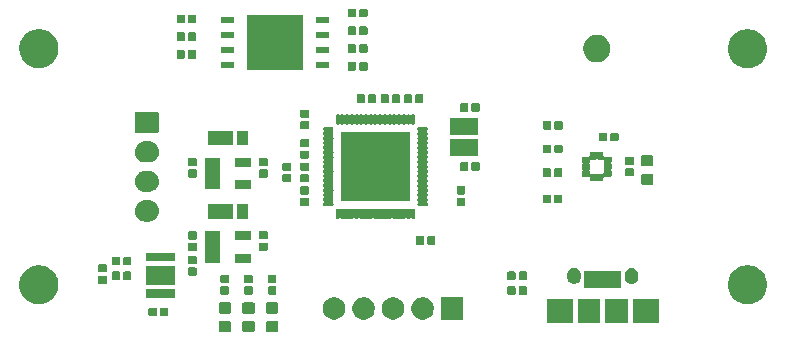
<source format=gts>
G04 #@! TF.GenerationSoftware,KiCad,Pcbnew,(5.0.2)-1*
G04 #@! TF.CreationDate,2019-10-12T14:48:09+09:00*
G04 #@! TF.ProjectId,Barometer,4261726f-6d65-4746-9572-2e6b69636164,rev?*
G04 #@! TF.SameCoordinates,Original*
G04 #@! TF.FileFunction,Soldermask,Top*
G04 #@! TF.FilePolarity,Negative*
%FSLAX46Y46*%
G04 Gerber Fmt 4.6, Leading zero omitted, Abs format (unit mm)*
G04 Created by KiCad (PCBNEW (5.0.2)-1) date 2019/10/12 14:48:09*
%MOMM*%
%LPD*%
G01*
G04 APERTURE LIST*
%ADD10C,0.100000*%
G04 APERTURE END LIST*
D10*
G36*
X136129591Y-103053085D02*
X136163569Y-103063393D01*
X136194887Y-103080133D01*
X136222339Y-103102661D01*
X136244867Y-103130113D01*
X136261607Y-103161431D01*
X136271915Y-103195409D01*
X136276000Y-103236890D01*
X136276000Y-103838110D01*
X136271915Y-103879591D01*
X136261607Y-103913569D01*
X136244867Y-103944887D01*
X136222339Y-103972339D01*
X136194887Y-103994867D01*
X136163569Y-104011607D01*
X136129591Y-104021915D01*
X136088110Y-104026000D01*
X135411890Y-104026000D01*
X135370409Y-104021915D01*
X135336431Y-104011607D01*
X135305113Y-103994867D01*
X135277661Y-103972339D01*
X135255133Y-103944887D01*
X135238393Y-103913569D01*
X135228085Y-103879591D01*
X135224000Y-103838110D01*
X135224000Y-103236890D01*
X135228085Y-103195409D01*
X135238393Y-103161431D01*
X135255133Y-103130113D01*
X135277661Y-103102661D01*
X135305113Y-103080133D01*
X135336431Y-103063393D01*
X135370409Y-103053085D01*
X135411890Y-103049000D01*
X136088110Y-103049000D01*
X136129591Y-103053085D01*
X136129591Y-103053085D01*
G37*
G36*
X138129591Y-103053085D02*
X138163569Y-103063393D01*
X138194887Y-103080133D01*
X138222339Y-103102661D01*
X138244867Y-103130113D01*
X138261607Y-103161431D01*
X138271915Y-103195409D01*
X138276000Y-103236890D01*
X138276000Y-103838110D01*
X138271915Y-103879591D01*
X138261607Y-103913569D01*
X138244867Y-103944887D01*
X138222339Y-103972339D01*
X138194887Y-103994867D01*
X138163569Y-104011607D01*
X138129591Y-104021915D01*
X138088110Y-104026000D01*
X137411890Y-104026000D01*
X137370409Y-104021915D01*
X137336431Y-104011607D01*
X137305113Y-103994867D01*
X137277661Y-103972339D01*
X137255133Y-103944887D01*
X137238393Y-103913569D01*
X137228085Y-103879591D01*
X137224000Y-103838110D01*
X137224000Y-103236890D01*
X137228085Y-103195409D01*
X137238393Y-103161431D01*
X137255133Y-103130113D01*
X137277661Y-103102661D01*
X137305113Y-103080133D01*
X137336431Y-103063393D01*
X137370409Y-103053085D01*
X137411890Y-103049000D01*
X138088110Y-103049000D01*
X138129591Y-103053085D01*
X138129591Y-103053085D01*
G37*
G36*
X140129591Y-103053085D02*
X140163569Y-103063393D01*
X140194887Y-103080133D01*
X140222339Y-103102661D01*
X140244867Y-103130113D01*
X140261607Y-103161431D01*
X140271915Y-103195409D01*
X140276000Y-103236890D01*
X140276000Y-103838110D01*
X140271915Y-103879591D01*
X140261607Y-103913569D01*
X140244867Y-103944887D01*
X140222339Y-103972339D01*
X140194887Y-103994867D01*
X140163569Y-104011607D01*
X140129591Y-104021915D01*
X140088110Y-104026000D01*
X139411890Y-104026000D01*
X139370409Y-104021915D01*
X139336431Y-104011607D01*
X139305113Y-103994867D01*
X139277661Y-103972339D01*
X139255133Y-103944887D01*
X139238393Y-103913569D01*
X139228085Y-103879591D01*
X139224000Y-103838110D01*
X139224000Y-103236890D01*
X139228085Y-103195409D01*
X139238393Y-103161431D01*
X139255133Y-103130113D01*
X139277661Y-103102661D01*
X139305113Y-103080133D01*
X139336431Y-103063393D01*
X139370409Y-103053085D01*
X139411890Y-103049000D01*
X140088110Y-103049000D01*
X140129591Y-103053085D01*
X140129591Y-103053085D01*
G37*
G36*
X172501000Y-103251000D02*
X170299000Y-103251000D01*
X170299000Y-101249000D01*
X172501000Y-101249000D01*
X172501000Y-103251000D01*
X172501000Y-103251000D01*
G37*
G36*
X169851000Y-103251000D02*
X167949000Y-103251000D01*
X167949000Y-101249000D01*
X169851000Y-101249000D01*
X169851000Y-103251000D01*
X169851000Y-103251000D01*
G37*
G36*
X165201000Y-103251000D02*
X162999000Y-103251000D01*
X162999000Y-101249000D01*
X165201000Y-101249000D01*
X165201000Y-103251000D01*
X165201000Y-103251000D01*
G37*
G36*
X167551000Y-103251000D02*
X165649000Y-103251000D01*
X165649000Y-101249000D01*
X167551000Y-101249000D01*
X167551000Y-103251000D01*
X167551000Y-103251000D01*
G37*
G36*
X155951000Y-102951000D02*
X154049000Y-102951000D01*
X154049000Y-101049000D01*
X155951000Y-101049000D01*
X155951000Y-102951000D01*
X155951000Y-102951000D01*
G37*
G36*
X152777396Y-101085546D02*
X152950466Y-101157234D01*
X153106230Y-101261312D01*
X153238688Y-101393770D01*
X153342766Y-101549534D01*
X153414454Y-101722604D01*
X153451000Y-101906333D01*
X153451000Y-102093667D01*
X153414454Y-102277396D01*
X153342766Y-102450466D01*
X153238688Y-102606230D01*
X153106230Y-102738688D01*
X152950466Y-102842766D01*
X152777396Y-102914454D01*
X152593667Y-102951000D01*
X152406333Y-102951000D01*
X152222604Y-102914454D01*
X152049534Y-102842766D01*
X151893770Y-102738688D01*
X151761312Y-102606230D01*
X151657234Y-102450466D01*
X151585546Y-102277396D01*
X151549000Y-102093667D01*
X151549000Y-101906333D01*
X151585546Y-101722604D01*
X151657234Y-101549534D01*
X151761312Y-101393770D01*
X151893770Y-101261312D01*
X152049534Y-101157234D01*
X152222604Y-101085546D01*
X152406333Y-101049000D01*
X152593667Y-101049000D01*
X152777396Y-101085546D01*
X152777396Y-101085546D01*
G37*
G36*
X150277396Y-101085546D02*
X150450466Y-101157234D01*
X150606230Y-101261312D01*
X150738688Y-101393770D01*
X150842766Y-101549534D01*
X150914454Y-101722604D01*
X150951000Y-101906333D01*
X150951000Y-102093667D01*
X150914454Y-102277396D01*
X150842766Y-102450466D01*
X150738688Y-102606230D01*
X150606230Y-102738688D01*
X150450466Y-102842766D01*
X150277396Y-102914454D01*
X150093667Y-102951000D01*
X149906333Y-102951000D01*
X149722604Y-102914454D01*
X149549534Y-102842766D01*
X149393770Y-102738688D01*
X149261312Y-102606230D01*
X149157234Y-102450466D01*
X149085546Y-102277396D01*
X149049000Y-102093667D01*
X149049000Y-101906333D01*
X149085546Y-101722604D01*
X149157234Y-101549534D01*
X149261312Y-101393770D01*
X149393770Y-101261312D01*
X149549534Y-101157234D01*
X149722604Y-101085546D01*
X149906333Y-101049000D01*
X150093667Y-101049000D01*
X150277396Y-101085546D01*
X150277396Y-101085546D01*
G37*
G36*
X147777396Y-101085546D02*
X147950466Y-101157234D01*
X148106230Y-101261312D01*
X148238688Y-101393770D01*
X148342766Y-101549534D01*
X148414454Y-101722604D01*
X148451000Y-101906333D01*
X148451000Y-102093667D01*
X148414454Y-102277396D01*
X148342766Y-102450466D01*
X148238688Y-102606230D01*
X148106230Y-102738688D01*
X147950466Y-102842766D01*
X147777396Y-102914454D01*
X147593667Y-102951000D01*
X147406333Y-102951000D01*
X147222604Y-102914454D01*
X147049534Y-102842766D01*
X146893770Y-102738688D01*
X146761312Y-102606230D01*
X146657234Y-102450466D01*
X146585546Y-102277396D01*
X146549000Y-102093667D01*
X146549000Y-101906333D01*
X146585546Y-101722604D01*
X146657234Y-101549534D01*
X146761312Y-101393770D01*
X146893770Y-101261312D01*
X147049534Y-101157234D01*
X147222604Y-101085546D01*
X147406333Y-101049000D01*
X147593667Y-101049000D01*
X147777396Y-101085546D01*
X147777396Y-101085546D01*
G37*
G36*
X145277396Y-101085546D02*
X145450466Y-101157234D01*
X145606230Y-101261312D01*
X145738688Y-101393770D01*
X145842766Y-101549534D01*
X145914454Y-101722604D01*
X145951000Y-101906333D01*
X145951000Y-102093667D01*
X145914454Y-102277396D01*
X145842766Y-102450466D01*
X145738688Y-102606230D01*
X145606230Y-102738688D01*
X145450466Y-102842766D01*
X145277396Y-102914454D01*
X145093667Y-102951000D01*
X144906333Y-102951000D01*
X144722604Y-102914454D01*
X144549534Y-102842766D01*
X144393770Y-102738688D01*
X144261312Y-102606230D01*
X144157234Y-102450466D01*
X144085546Y-102277396D01*
X144049000Y-102093667D01*
X144049000Y-101906333D01*
X144085546Y-101722604D01*
X144157234Y-101549534D01*
X144261312Y-101393770D01*
X144393770Y-101261312D01*
X144549534Y-101157234D01*
X144722604Y-101085546D01*
X144906333Y-101049000D01*
X145093667Y-101049000D01*
X145277396Y-101085546D01*
X145277396Y-101085546D01*
G37*
G36*
X129886938Y-101931716D02*
X129907556Y-101937970D01*
X129926556Y-101948126D01*
X129943208Y-101961792D01*
X129956874Y-101978444D01*
X129967030Y-101997444D01*
X129973284Y-102018062D01*
X129976000Y-102045640D01*
X129976000Y-102554360D01*
X129973284Y-102581938D01*
X129967030Y-102602556D01*
X129956874Y-102621556D01*
X129943208Y-102638208D01*
X129926556Y-102651874D01*
X129907556Y-102662030D01*
X129886938Y-102668284D01*
X129859360Y-102671000D01*
X129400640Y-102671000D01*
X129373062Y-102668284D01*
X129352444Y-102662030D01*
X129333444Y-102651874D01*
X129316792Y-102638208D01*
X129303126Y-102621556D01*
X129292970Y-102602556D01*
X129286716Y-102581938D01*
X129284000Y-102554360D01*
X129284000Y-102045640D01*
X129286716Y-102018062D01*
X129292970Y-101997444D01*
X129303126Y-101978444D01*
X129316792Y-101961792D01*
X129333444Y-101948126D01*
X129352444Y-101937970D01*
X129373062Y-101931716D01*
X129400640Y-101929000D01*
X129859360Y-101929000D01*
X129886938Y-101931716D01*
X129886938Y-101931716D01*
G37*
G36*
X130856938Y-101931716D02*
X130877556Y-101937970D01*
X130896556Y-101948126D01*
X130913208Y-101961792D01*
X130926874Y-101978444D01*
X130937030Y-101997444D01*
X130943284Y-102018062D01*
X130946000Y-102045640D01*
X130946000Y-102554360D01*
X130943284Y-102581938D01*
X130937030Y-102602556D01*
X130926874Y-102621556D01*
X130913208Y-102638208D01*
X130896556Y-102651874D01*
X130877556Y-102662030D01*
X130856938Y-102668284D01*
X130829360Y-102671000D01*
X130370640Y-102671000D01*
X130343062Y-102668284D01*
X130322444Y-102662030D01*
X130303444Y-102651874D01*
X130286792Y-102638208D01*
X130273126Y-102621556D01*
X130262970Y-102602556D01*
X130256716Y-102581938D01*
X130254000Y-102554360D01*
X130254000Y-102045640D01*
X130256716Y-102018062D01*
X130262970Y-101997444D01*
X130273126Y-101978444D01*
X130286792Y-101961792D01*
X130303444Y-101948126D01*
X130322444Y-101937970D01*
X130343062Y-101931716D01*
X130370640Y-101929000D01*
X130829360Y-101929000D01*
X130856938Y-101931716D01*
X130856938Y-101931716D01*
G37*
G36*
X140129591Y-101478085D02*
X140163569Y-101488393D01*
X140194887Y-101505133D01*
X140222339Y-101527661D01*
X140244867Y-101555113D01*
X140261607Y-101586431D01*
X140271915Y-101620409D01*
X140276000Y-101661890D01*
X140276000Y-102263110D01*
X140271915Y-102304591D01*
X140261607Y-102338569D01*
X140244867Y-102369887D01*
X140222339Y-102397339D01*
X140194887Y-102419867D01*
X140163569Y-102436607D01*
X140129591Y-102446915D01*
X140088110Y-102451000D01*
X139411890Y-102451000D01*
X139370409Y-102446915D01*
X139336431Y-102436607D01*
X139305113Y-102419867D01*
X139277661Y-102397339D01*
X139255133Y-102369887D01*
X139238393Y-102338569D01*
X139228085Y-102304591D01*
X139224000Y-102263110D01*
X139224000Y-101661890D01*
X139228085Y-101620409D01*
X139238393Y-101586431D01*
X139255133Y-101555113D01*
X139277661Y-101527661D01*
X139305113Y-101505133D01*
X139336431Y-101488393D01*
X139370409Y-101478085D01*
X139411890Y-101474000D01*
X140088110Y-101474000D01*
X140129591Y-101478085D01*
X140129591Y-101478085D01*
G37*
G36*
X136129591Y-101478085D02*
X136163569Y-101488393D01*
X136194887Y-101505133D01*
X136222339Y-101527661D01*
X136244867Y-101555113D01*
X136261607Y-101586431D01*
X136271915Y-101620409D01*
X136276000Y-101661890D01*
X136276000Y-102263110D01*
X136271915Y-102304591D01*
X136261607Y-102338569D01*
X136244867Y-102369887D01*
X136222339Y-102397339D01*
X136194887Y-102419867D01*
X136163569Y-102436607D01*
X136129591Y-102446915D01*
X136088110Y-102451000D01*
X135411890Y-102451000D01*
X135370409Y-102446915D01*
X135336431Y-102436607D01*
X135305113Y-102419867D01*
X135277661Y-102397339D01*
X135255133Y-102369887D01*
X135238393Y-102338569D01*
X135228085Y-102304591D01*
X135224000Y-102263110D01*
X135224000Y-101661890D01*
X135228085Y-101620409D01*
X135238393Y-101586431D01*
X135255133Y-101555113D01*
X135277661Y-101527661D01*
X135305113Y-101505133D01*
X135336431Y-101488393D01*
X135370409Y-101478085D01*
X135411890Y-101474000D01*
X136088110Y-101474000D01*
X136129591Y-101478085D01*
X136129591Y-101478085D01*
G37*
G36*
X138129591Y-101478085D02*
X138163569Y-101488393D01*
X138194887Y-101505133D01*
X138222339Y-101527661D01*
X138244867Y-101555113D01*
X138261607Y-101586431D01*
X138271915Y-101620409D01*
X138276000Y-101661890D01*
X138276000Y-102263110D01*
X138271915Y-102304591D01*
X138261607Y-102338569D01*
X138244867Y-102369887D01*
X138222339Y-102397339D01*
X138194887Y-102419867D01*
X138163569Y-102436607D01*
X138129591Y-102446915D01*
X138088110Y-102451000D01*
X137411890Y-102451000D01*
X137370409Y-102446915D01*
X137336431Y-102436607D01*
X137305113Y-102419867D01*
X137277661Y-102397339D01*
X137255133Y-102369887D01*
X137238393Y-102338569D01*
X137228085Y-102304591D01*
X137224000Y-102263110D01*
X137224000Y-101661890D01*
X137228085Y-101620409D01*
X137238393Y-101586431D01*
X137255133Y-101555113D01*
X137277661Y-101527661D01*
X137305113Y-101505133D01*
X137336431Y-101488393D01*
X137370409Y-101478085D01*
X137411890Y-101474000D01*
X138088110Y-101474000D01*
X138129591Y-101478085D01*
X138129591Y-101478085D01*
G37*
G36*
X120288293Y-98374000D02*
X120481579Y-98412447D01*
X120782042Y-98536903D01*
X120945011Y-98645796D01*
X121052454Y-98717587D01*
X121282413Y-98947546D01*
X121282415Y-98947549D01*
X121459032Y-99211874D01*
X121463098Y-99217960D01*
X121477268Y-99252169D01*
X121587553Y-99518421D01*
X121594343Y-99552556D01*
X121651000Y-99837389D01*
X121651000Y-100162611D01*
X121587553Y-100481578D01*
X121471169Y-100762556D01*
X121463097Y-100782042D01*
X121405878Y-100867676D01*
X121282413Y-101052454D01*
X121052454Y-101282413D01*
X121052451Y-101282415D01*
X120782042Y-101463097D01*
X120481579Y-101587553D01*
X120375256Y-101608702D01*
X120162611Y-101651000D01*
X119837389Y-101651000D01*
X119624744Y-101608702D01*
X119518421Y-101587553D01*
X119217958Y-101463097D01*
X118947549Y-101282415D01*
X118947546Y-101282413D01*
X118717587Y-101052454D01*
X118594122Y-100867676D01*
X118536903Y-100782042D01*
X118528832Y-100762556D01*
X118412447Y-100481578D01*
X118349000Y-100162611D01*
X118349000Y-99837389D01*
X118405657Y-99552556D01*
X118412447Y-99518421D01*
X118522732Y-99252169D01*
X118536902Y-99217960D01*
X118540969Y-99211874D01*
X118717585Y-98947549D01*
X118717587Y-98947546D01*
X118947546Y-98717587D01*
X119054989Y-98645796D01*
X119217958Y-98536903D01*
X119518421Y-98412447D01*
X119711707Y-98374000D01*
X119837389Y-98349000D01*
X120162611Y-98349000D01*
X120288293Y-98374000D01*
X120288293Y-98374000D01*
G37*
G36*
X180288293Y-98374000D02*
X180481579Y-98412447D01*
X180782042Y-98536903D01*
X180945011Y-98645796D01*
X181052454Y-98717587D01*
X181282413Y-98947546D01*
X181282415Y-98947549D01*
X181459032Y-99211874D01*
X181463098Y-99217960D01*
X181477268Y-99252169D01*
X181587553Y-99518421D01*
X181594343Y-99552556D01*
X181651000Y-99837389D01*
X181651000Y-100162611D01*
X181587553Y-100481578D01*
X181471169Y-100762556D01*
X181463097Y-100782042D01*
X181405878Y-100867676D01*
X181282413Y-101052454D01*
X181052454Y-101282413D01*
X181052451Y-101282415D01*
X180782042Y-101463097D01*
X180481579Y-101587553D01*
X180375256Y-101608702D01*
X180162611Y-101651000D01*
X179837389Y-101651000D01*
X179624744Y-101608702D01*
X179518421Y-101587553D01*
X179217958Y-101463097D01*
X178947549Y-101282415D01*
X178947546Y-101282413D01*
X178717587Y-101052454D01*
X178594122Y-100867676D01*
X178536903Y-100782042D01*
X178528832Y-100762556D01*
X178412447Y-100481578D01*
X178349000Y-100162611D01*
X178349000Y-99837389D01*
X178405657Y-99552556D01*
X178412447Y-99518421D01*
X178522732Y-99252169D01*
X178536902Y-99217960D01*
X178540969Y-99211874D01*
X178717585Y-98947549D01*
X178717587Y-98947546D01*
X178947546Y-98717587D01*
X179054989Y-98645796D01*
X179217958Y-98536903D01*
X179518421Y-98412447D01*
X179711707Y-98374000D01*
X179837389Y-98349000D01*
X180162611Y-98349000D01*
X180288293Y-98374000D01*
X180288293Y-98374000D01*
G37*
G36*
X131501000Y-101126000D02*
X129099000Y-101126000D01*
X129099000Y-100374000D01*
X131501000Y-100374000D01*
X131501000Y-101126000D01*
X131501000Y-101126000D01*
G37*
G36*
X160271938Y-100131716D02*
X160292556Y-100137970D01*
X160311556Y-100148126D01*
X160328208Y-100161792D01*
X160341874Y-100178444D01*
X160352030Y-100197444D01*
X160358284Y-100218062D01*
X160361000Y-100245640D01*
X160361000Y-100754360D01*
X160358284Y-100781938D01*
X160352030Y-100802556D01*
X160341874Y-100821556D01*
X160328208Y-100838208D01*
X160311556Y-100851874D01*
X160292556Y-100862030D01*
X160271938Y-100868284D01*
X160244360Y-100871000D01*
X159785640Y-100871000D01*
X159758062Y-100868284D01*
X159737444Y-100862030D01*
X159718444Y-100851874D01*
X159701792Y-100838208D01*
X159688126Y-100821556D01*
X159677970Y-100802556D01*
X159671716Y-100781938D01*
X159669000Y-100754360D01*
X159669000Y-100245640D01*
X159671716Y-100218062D01*
X159677970Y-100197444D01*
X159688126Y-100178444D01*
X159701792Y-100161792D01*
X159718444Y-100148126D01*
X159737444Y-100137970D01*
X159758062Y-100131716D01*
X159785640Y-100129000D01*
X160244360Y-100129000D01*
X160271938Y-100131716D01*
X160271938Y-100131716D01*
G37*
G36*
X161241938Y-100131716D02*
X161262556Y-100137970D01*
X161281556Y-100148126D01*
X161298208Y-100161792D01*
X161311874Y-100178444D01*
X161322030Y-100197444D01*
X161328284Y-100218062D01*
X161331000Y-100245640D01*
X161331000Y-100754360D01*
X161328284Y-100781938D01*
X161322030Y-100802556D01*
X161311874Y-100821556D01*
X161298208Y-100838208D01*
X161281556Y-100851874D01*
X161262556Y-100862030D01*
X161241938Y-100868284D01*
X161214360Y-100871000D01*
X160755640Y-100871000D01*
X160728062Y-100868284D01*
X160707444Y-100862030D01*
X160688444Y-100851874D01*
X160671792Y-100838208D01*
X160658126Y-100821556D01*
X160647970Y-100802556D01*
X160641716Y-100781938D01*
X160639000Y-100754360D01*
X160639000Y-100245640D01*
X160641716Y-100218062D01*
X160647970Y-100197444D01*
X160658126Y-100178444D01*
X160671792Y-100161792D01*
X160688444Y-100148126D01*
X160707444Y-100137970D01*
X160728062Y-100131716D01*
X160755640Y-100129000D01*
X161214360Y-100129000D01*
X161241938Y-100131716D01*
X161241938Y-100131716D01*
G37*
G36*
X136031938Y-100141716D02*
X136052556Y-100147970D01*
X136071556Y-100158126D01*
X136088208Y-100171792D01*
X136101874Y-100188444D01*
X136112030Y-100207444D01*
X136118284Y-100228062D01*
X136121000Y-100255640D01*
X136121000Y-100714360D01*
X136118284Y-100741938D01*
X136112030Y-100762556D01*
X136101874Y-100781556D01*
X136088208Y-100798208D01*
X136071556Y-100811874D01*
X136052556Y-100822030D01*
X136031938Y-100828284D01*
X136004360Y-100831000D01*
X135495640Y-100831000D01*
X135468062Y-100828284D01*
X135447444Y-100822030D01*
X135428444Y-100811874D01*
X135411792Y-100798208D01*
X135398126Y-100781556D01*
X135387970Y-100762556D01*
X135381716Y-100741938D01*
X135379000Y-100714360D01*
X135379000Y-100255640D01*
X135381716Y-100228062D01*
X135387970Y-100207444D01*
X135398126Y-100188444D01*
X135411792Y-100171792D01*
X135428444Y-100158126D01*
X135447444Y-100147970D01*
X135468062Y-100141716D01*
X135495640Y-100139000D01*
X136004360Y-100139000D01*
X136031938Y-100141716D01*
X136031938Y-100141716D01*
G37*
G36*
X138031938Y-100141716D02*
X138052556Y-100147970D01*
X138071556Y-100158126D01*
X138088208Y-100171792D01*
X138101874Y-100188444D01*
X138112030Y-100207444D01*
X138118284Y-100228062D01*
X138121000Y-100255640D01*
X138121000Y-100714360D01*
X138118284Y-100741938D01*
X138112030Y-100762556D01*
X138101874Y-100781556D01*
X138088208Y-100798208D01*
X138071556Y-100811874D01*
X138052556Y-100822030D01*
X138031938Y-100828284D01*
X138004360Y-100831000D01*
X137495640Y-100831000D01*
X137468062Y-100828284D01*
X137447444Y-100822030D01*
X137428444Y-100811874D01*
X137411792Y-100798208D01*
X137398126Y-100781556D01*
X137387970Y-100762556D01*
X137381716Y-100741938D01*
X137379000Y-100714360D01*
X137379000Y-100255640D01*
X137381716Y-100228062D01*
X137387970Y-100207444D01*
X137398126Y-100188444D01*
X137411792Y-100171792D01*
X137428444Y-100158126D01*
X137447444Y-100147970D01*
X137468062Y-100141716D01*
X137495640Y-100139000D01*
X138004360Y-100139000D01*
X138031938Y-100141716D01*
X138031938Y-100141716D01*
G37*
G36*
X140031938Y-100141716D02*
X140052556Y-100147970D01*
X140071556Y-100158126D01*
X140088208Y-100171792D01*
X140101874Y-100188444D01*
X140112030Y-100207444D01*
X140118284Y-100228062D01*
X140121000Y-100255640D01*
X140121000Y-100714360D01*
X140118284Y-100741938D01*
X140112030Y-100762556D01*
X140101874Y-100781556D01*
X140088208Y-100798208D01*
X140071556Y-100811874D01*
X140052556Y-100822030D01*
X140031938Y-100828284D01*
X140004360Y-100831000D01*
X139495640Y-100831000D01*
X139468062Y-100828284D01*
X139447444Y-100822030D01*
X139428444Y-100811874D01*
X139411792Y-100798208D01*
X139398126Y-100781556D01*
X139387970Y-100762556D01*
X139381716Y-100741938D01*
X139379000Y-100714360D01*
X139379000Y-100255640D01*
X139381716Y-100228062D01*
X139387970Y-100207444D01*
X139398126Y-100188444D01*
X139411792Y-100171792D01*
X139428444Y-100158126D01*
X139447444Y-100147970D01*
X139468062Y-100141716D01*
X139495640Y-100139000D01*
X140004360Y-100139000D01*
X140031938Y-100141716D01*
X140031938Y-100141716D01*
G37*
G36*
X169301000Y-100301000D02*
X166199000Y-100301000D01*
X166199000Y-98849000D01*
X169301000Y-98849000D01*
X169301000Y-100301000D01*
X169301000Y-100301000D01*
G37*
G36*
X131551000Y-100026000D02*
X129049000Y-100026000D01*
X129049000Y-98374000D01*
X131551000Y-98374000D01*
X131551000Y-100026000D01*
X131551000Y-100026000D01*
G37*
G36*
X125681938Y-99241716D02*
X125702556Y-99247970D01*
X125721556Y-99258126D01*
X125738208Y-99271792D01*
X125751874Y-99288444D01*
X125762030Y-99307444D01*
X125768284Y-99328062D01*
X125771000Y-99355640D01*
X125771000Y-99814360D01*
X125768284Y-99841938D01*
X125762030Y-99862556D01*
X125751874Y-99881556D01*
X125738208Y-99898208D01*
X125721556Y-99911874D01*
X125702556Y-99922030D01*
X125681938Y-99928284D01*
X125654360Y-99931000D01*
X125145640Y-99931000D01*
X125118062Y-99928284D01*
X125097444Y-99922030D01*
X125078444Y-99911874D01*
X125061792Y-99898208D01*
X125048126Y-99881556D01*
X125037970Y-99862556D01*
X125031716Y-99841938D01*
X125029000Y-99814360D01*
X125029000Y-99355640D01*
X125031716Y-99328062D01*
X125037970Y-99307444D01*
X125048126Y-99288444D01*
X125061792Y-99271792D01*
X125078444Y-99258126D01*
X125097444Y-99247970D01*
X125118062Y-99241716D01*
X125145640Y-99239000D01*
X125654360Y-99239000D01*
X125681938Y-99241716D01*
X125681938Y-99241716D01*
G37*
G36*
X170287915Y-98582334D02*
X170396491Y-98615271D01*
X170496556Y-98668756D01*
X170584264Y-98740736D01*
X170656244Y-98828443D01*
X170709729Y-98928508D01*
X170742666Y-99037084D01*
X170751000Y-99121702D01*
X170751000Y-99378297D01*
X170742666Y-99462915D01*
X170709729Y-99571491D01*
X170656244Y-99671556D01*
X170584264Y-99759264D01*
X170496557Y-99831244D01*
X170396492Y-99884729D01*
X170287916Y-99917666D01*
X170175000Y-99928787D01*
X170062085Y-99917666D01*
X169953509Y-99884729D01*
X169853444Y-99831244D01*
X169805322Y-99791751D01*
X169765739Y-99759266D01*
X169764700Y-99758000D01*
X169693757Y-99671557D01*
X169640271Y-99571492D01*
X169607334Y-99462916D01*
X169599000Y-99378298D01*
X169599000Y-99121703D01*
X169607334Y-99037085D01*
X169640271Y-98928509D01*
X169693756Y-98828444D01*
X169765736Y-98740736D01*
X169853443Y-98668756D01*
X169953508Y-98615271D01*
X170062084Y-98582334D01*
X170175000Y-98571213D01*
X170287915Y-98582334D01*
X170287915Y-98582334D01*
G37*
G36*
X165437915Y-98582334D02*
X165546491Y-98615271D01*
X165646556Y-98668756D01*
X165734264Y-98740736D01*
X165806244Y-98828443D01*
X165859729Y-98928508D01*
X165892666Y-99037084D01*
X165901000Y-99121702D01*
X165901000Y-99378297D01*
X165892666Y-99462915D01*
X165859729Y-99571491D01*
X165806244Y-99671556D01*
X165734264Y-99759264D01*
X165646557Y-99831244D01*
X165546492Y-99884729D01*
X165437916Y-99917666D01*
X165325000Y-99928787D01*
X165212085Y-99917666D01*
X165103509Y-99884729D01*
X165003444Y-99831244D01*
X164955322Y-99791751D01*
X164915739Y-99759266D01*
X164914700Y-99758000D01*
X164843757Y-99671557D01*
X164790271Y-99571492D01*
X164757334Y-99462916D01*
X164749000Y-99378298D01*
X164749000Y-99121703D01*
X164757334Y-99037085D01*
X164790271Y-98928509D01*
X164843756Y-98828444D01*
X164915736Y-98740736D01*
X165003443Y-98668756D01*
X165103508Y-98615271D01*
X165212084Y-98582334D01*
X165325000Y-98571213D01*
X165437915Y-98582334D01*
X165437915Y-98582334D01*
G37*
G36*
X138031938Y-99171716D02*
X138052556Y-99177970D01*
X138071556Y-99188126D01*
X138088208Y-99201792D01*
X138101874Y-99218444D01*
X138112030Y-99237444D01*
X138118284Y-99258062D01*
X138121000Y-99285640D01*
X138121000Y-99744360D01*
X138118284Y-99771938D01*
X138112030Y-99792556D01*
X138101874Y-99811556D01*
X138088208Y-99828208D01*
X138071556Y-99841874D01*
X138052556Y-99852030D01*
X138031938Y-99858284D01*
X138004360Y-99861000D01*
X137495640Y-99861000D01*
X137468062Y-99858284D01*
X137447444Y-99852030D01*
X137428444Y-99841874D01*
X137411792Y-99828208D01*
X137398126Y-99811556D01*
X137387970Y-99792556D01*
X137381716Y-99771938D01*
X137379000Y-99744360D01*
X137379000Y-99285640D01*
X137381716Y-99258062D01*
X137387970Y-99237444D01*
X137398126Y-99218444D01*
X137411792Y-99201792D01*
X137428444Y-99188126D01*
X137447444Y-99177970D01*
X137468062Y-99171716D01*
X137495640Y-99169000D01*
X138004360Y-99169000D01*
X138031938Y-99171716D01*
X138031938Y-99171716D01*
G37*
G36*
X136031938Y-99171716D02*
X136052556Y-99177970D01*
X136071556Y-99188126D01*
X136088208Y-99201792D01*
X136101874Y-99218444D01*
X136112030Y-99237444D01*
X136118284Y-99258062D01*
X136121000Y-99285640D01*
X136121000Y-99744360D01*
X136118284Y-99771938D01*
X136112030Y-99792556D01*
X136101874Y-99811556D01*
X136088208Y-99828208D01*
X136071556Y-99841874D01*
X136052556Y-99852030D01*
X136031938Y-99858284D01*
X136004360Y-99861000D01*
X135495640Y-99861000D01*
X135468062Y-99858284D01*
X135447444Y-99852030D01*
X135428444Y-99841874D01*
X135411792Y-99828208D01*
X135398126Y-99811556D01*
X135387970Y-99792556D01*
X135381716Y-99771938D01*
X135379000Y-99744360D01*
X135379000Y-99285640D01*
X135381716Y-99258062D01*
X135387970Y-99237444D01*
X135398126Y-99218444D01*
X135411792Y-99201792D01*
X135428444Y-99188126D01*
X135447444Y-99177970D01*
X135468062Y-99171716D01*
X135495640Y-99169000D01*
X136004360Y-99169000D01*
X136031938Y-99171716D01*
X136031938Y-99171716D01*
G37*
G36*
X140031938Y-99171716D02*
X140052556Y-99177970D01*
X140071556Y-99188126D01*
X140088208Y-99201792D01*
X140101874Y-99218444D01*
X140112030Y-99237444D01*
X140118284Y-99258062D01*
X140121000Y-99285640D01*
X140121000Y-99744360D01*
X140118284Y-99771938D01*
X140112030Y-99792556D01*
X140101874Y-99811556D01*
X140088208Y-99828208D01*
X140071556Y-99841874D01*
X140052556Y-99852030D01*
X140031938Y-99858284D01*
X140004360Y-99861000D01*
X139495640Y-99861000D01*
X139468062Y-99858284D01*
X139447444Y-99852030D01*
X139428444Y-99841874D01*
X139411792Y-99828208D01*
X139398126Y-99811556D01*
X139387970Y-99792556D01*
X139381716Y-99771938D01*
X139379000Y-99744360D01*
X139379000Y-99285640D01*
X139381716Y-99258062D01*
X139387970Y-99237444D01*
X139398126Y-99218444D01*
X139411792Y-99201792D01*
X139428444Y-99188126D01*
X139447444Y-99177970D01*
X139468062Y-99171716D01*
X139495640Y-99169000D01*
X140004360Y-99169000D01*
X140031938Y-99171716D01*
X140031938Y-99171716D01*
G37*
G36*
X127756938Y-98881716D02*
X127777556Y-98887970D01*
X127796556Y-98898126D01*
X127813208Y-98911792D01*
X127826874Y-98928444D01*
X127837030Y-98947444D01*
X127843284Y-98968062D01*
X127846000Y-98995640D01*
X127846000Y-99504360D01*
X127843284Y-99531938D01*
X127837030Y-99552556D01*
X127826874Y-99571556D01*
X127813208Y-99588208D01*
X127796556Y-99601874D01*
X127777556Y-99612030D01*
X127756938Y-99618284D01*
X127729360Y-99621000D01*
X127270640Y-99621000D01*
X127243062Y-99618284D01*
X127222444Y-99612030D01*
X127203444Y-99601874D01*
X127186792Y-99588208D01*
X127173126Y-99571556D01*
X127162970Y-99552556D01*
X127156716Y-99531938D01*
X127154000Y-99504360D01*
X127154000Y-98995640D01*
X127156716Y-98968062D01*
X127162970Y-98947444D01*
X127173126Y-98928444D01*
X127186792Y-98911792D01*
X127203444Y-98898126D01*
X127222444Y-98887970D01*
X127243062Y-98881716D01*
X127270640Y-98879000D01*
X127729360Y-98879000D01*
X127756938Y-98881716D01*
X127756938Y-98881716D01*
G37*
G36*
X126786938Y-98881716D02*
X126807556Y-98887970D01*
X126826556Y-98898126D01*
X126843208Y-98911792D01*
X126856874Y-98928444D01*
X126867030Y-98947444D01*
X126873284Y-98968062D01*
X126876000Y-98995640D01*
X126876000Y-99504360D01*
X126873284Y-99531938D01*
X126867030Y-99552556D01*
X126856874Y-99571556D01*
X126843208Y-99588208D01*
X126826556Y-99601874D01*
X126807556Y-99612030D01*
X126786938Y-99618284D01*
X126759360Y-99621000D01*
X126300640Y-99621000D01*
X126273062Y-99618284D01*
X126252444Y-99612030D01*
X126233444Y-99601874D01*
X126216792Y-99588208D01*
X126203126Y-99571556D01*
X126192970Y-99552556D01*
X126186716Y-99531938D01*
X126184000Y-99504360D01*
X126184000Y-98995640D01*
X126186716Y-98968062D01*
X126192970Y-98947444D01*
X126203126Y-98928444D01*
X126216792Y-98911792D01*
X126233444Y-98898126D01*
X126252444Y-98887970D01*
X126273062Y-98881716D01*
X126300640Y-98879000D01*
X126759360Y-98879000D01*
X126786938Y-98881716D01*
X126786938Y-98881716D01*
G37*
G36*
X161241938Y-98881716D02*
X161262556Y-98887970D01*
X161281556Y-98898126D01*
X161298208Y-98911792D01*
X161311874Y-98928444D01*
X161322030Y-98947444D01*
X161328284Y-98968062D01*
X161331000Y-98995640D01*
X161331000Y-99504360D01*
X161328284Y-99531938D01*
X161322030Y-99552556D01*
X161311874Y-99571556D01*
X161298208Y-99588208D01*
X161281556Y-99601874D01*
X161262556Y-99612030D01*
X161241938Y-99618284D01*
X161214360Y-99621000D01*
X160755640Y-99621000D01*
X160728062Y-99618284D01*
X160707444Y-99612030D01*
X160688444Y-99601874D01*
X160671792Y-99588208D01*
X160658126Y-99571556D01*
X160647970Y-99552556D01*
X160641716Y-99531938D01*
X160639000Y-99504360D01*
X160639000Y-98995640D01*
X160641716Y-98968062D01*
X160647970Y-98947444D01*
X160658126Y-98928444D01*
X160671792Y-98911792D01*
X160688444Y-98898126D01*
X160707444Y-98887970D01*
X160728062Y-98881716D01*
X160755640Y-98879000D01*
X161214360Y-98879000D01*
X161241938Y-98881716D01*
X161241938Y-98881716D01*
G37*
G36*
X160271938Y-98881716D02*
X160292556Y-98887970D01*
X160311556Y-98898126D01*
X160328208Y-98911792D01*
X160341874Y-98928444D01*
X160352030Y-98947444D01*
X160358284Y-98968062D01*
X160361000Y-98995640D01*
X160361000Y-99504360D01*
X160358284Y-99531938D01*
X160352030Y-99552556D01*
X160341874Y-99571556D01*
X160328208Y-99588208D01*
X160311556Y-99601874D01*
X160292556Y-99612030D01*
X160271938Y-99618284D01*
X160244360Y-99621000D01*
X159785640Y-99621000D01*
X159758062Y-99618284D01*
X159737444Y-99612030D01*
X159718444Y-99601874D01*
X159701792Y-99588208D01*
X159688126Y-99571556D01*
X159677970Y-99552556D01*
X159671716Y-99531938D01*
X159669000Y-99504360D01*
X159669000Y-98995640D01*
X159671716Y-98968062D01*
X159677970Y-98947444D01*
X159688126Y-98928444D01*
X159701792Y-98911792D01*
X159718444Y-98898126D01*
X159737444Y-98887970D01*
X159758062Y-98881716D01*
X159785640Y-98879000D01*
X160244360Y-98879000D01*
X160271938Y-98881716D01*
X160271938Y-98881716D01*
G37*
G36*
X133281938Y-98541716D02*
X133302556Y-98547970D01*
X133321556Y-98558126D01*
X133338208Y-98571792D01*
X133351874Y-98588444D01*
X133362030Y-98607444D01*
X133368284Y-98628062D01*
X133371000Y-98655640D01*
X133371000Y-99114360D01*
X133368284Y-99141938D01*
X133362030Y-99162556D01*
X133351874Y-99181556D01*
X133338208Y-99198208D01*
X133321556Y-99211874D01*
X133302556Y-99222030D01*
X133281938Y-99228284D01*
X133254360Y-99231000D01*
X132745640Y-99231000D01*
X132718062Y-99228284D01*
X132697444Y-99222030D01*
X132678444Y-99211874D01*
X132661792Y-99198208D01*
X132648126Y-99181556D01*
X132637970Y-99162556D01*
X132631716Y-99141938D01*
X132629000Y-99114360D01*
X132629000Y-98655640D01*
X132631716Y-98628062D01*
X132637970Y-98607444D01*
X132648126Y-98588444D01*
X132661792Y-98571792D01*
X132678444Y-98558126D01*
X132697444Y-98547970D01*
X132718062Y-98541716D01*
X132745640Y-98539000D01*
X133254360Y-98539000D01*
X133281938Y-98541716D01*
X133281938Y-98541716D01*
G37*
G36*
X125681938Y-98271716D02*
X125702556Y-98277970D01*
X125721556Y-98288126D01*
X125738208Y-98301792D01*
X125751874Y-98318444D01*
X125762030Y-98337444D01*
X125768284Y-98358062D01*
X125771000Y-98385640D01*
X125771000Y-98844360D01*
X125768284Y-98871938D01*
X125762030Y-98892556D01*
X125751874Y-98911556D01*
X125738208Y-98928208D01*
X125721556Y-98941874D01*
X125702556Y-98952030D01*
X125681938Y-98958284D01*
X125654360Y-98961000D01*
X125145640Y-98961000D01*
X125118062Y-98958284D01*
X125097444Y-98952030D01*
X125078444Y-98941874D01*
X125061792Y-98928208D01*
X125048126Y-98911556D01*
X125037970Y-98892556D01*
X125031716Y-98871938D01*
X125029000Y-98844360D01*
X125029000Y-98385640D01*
X125031716Y-98358062D01*
X125037970Y-98337444D01*
X125048126Y-98318444D01*
X125061792Y-98301792D01*
X125078444Y-98288126D01*
X125097444Y-98277970D01*
X125118062Y-98271716D01*
X125145640Y-98269000D01*
X125654360Y-98269000D01*
X125681938Y-98271716D01*
X125681938Y-98271716D01*
G37*
G36*
X127756938Y-97631716D02*
X127777556Y-97637970D01*
X127796556Y-97648126D01*
X127813208Y-97661792D01*
X127826874Y-97678444D01*
X127837030Y-97697444D01*
X127843284Y-97718062D01*
X127846000Y-97745640D01*
X127846000Y-98254360D01*
X127843284Y-98281938D01*
X127837030Y-98302556D01*
X127826874Y-98321556D01*
X127813208Y-98338208D01*
X127796556Y-98351874D01*
X127777556Y-98362030D01*
X127756938Y-98368284D01*
X127729360Y-98371000D01*
X127270640Y-98371000D01*
X127243062Y-98368284D01*
X127222444Y-98362030D01*
X127203444Y-98351874D01*
X127186792Y-98338208D01*
X127173126Y-98321556D01*
X127162970Y-98302556D01*
X127156716Y-98281938D01*
X127154000Y-98254360D01*
X127154000Y-97745640D01*
X127156716Y-97718062D01*
X127162970Y-97697444D01*
X127173126Y-97678444D01*
X127186792Y-97661792D01*
X127203444Y-97648126D01*
X127222444Y-97637970D01*
X127243062Y-97631716D01*
X127270640Y-97629000D01*
X127729360Y-97629000D01*
X127756938Y-97631716D01*
X127756938Y-97631716D01*
G37*
G36*
X126786938Y-97631716D02*
X126807556Y-97637970D01*
X126826556Y-97648126D01*
X126843208Y-97661792D01*
X126856874Y-97678444D01*
X126867030Y-97697444D01*
X126873284Y-97718062D01*
X126876000Y-97745640D01*
X126876000Y-98254360D01*
X126873284Y-98281938D01*
X126867030Y-98302556D01*
X126856874Y-98321556D01*
X126843208Y-98338208D01*
X126826556Y-98351874D01*
X126807556Y-98362030D01*
X126786938Y-98368284D01*
X126759360Y-98371000D01*
X126300640Y-98371000D01*
X126273062Y-98368284D01*
X126252444Y-98362030D01*
X126233444Y-98351874D01*
X126216792Y-98338208D01*
X126203126Y-98321556D01*
X126192970Y-98302556D01*
X126186716Y-98281938D01*
X126184000Y-98254360D01*
X126184000Y-97745640D01*
X126186716Y-97718062D01*
X126192970Y-97697444D01*
X126203126Y-97678444D01*
X126216792Y-97661792D01*
X126233444Y-97648126D01*
X126252444Y-97637970D01*
X126273062Y-97631716D01*
X126300640Y-97629000D01*
X126759360Y-97629000D01*
X126786938Y-97631716D01*
X126786938Y-97631716D01*
G37*
G36*
X133281938Y-97571716D02*
X133302556Y-97577970D01*
X133321556Y-97588126D01*
X133338208Y-97601792D01*
X133351874Y-97618444D01*
X133362030Y-97637444D01*
X133368284Y-97658062D01*
X133371000Y-97685640D01*
X133371000Y-98144360D01*
X133368284Y-98171938D01*
X133362030Y-98192556D01*
X133351874Y-98211556D01*
X133338208Y-98228208D01*
X133321556Y-98241874D01*
X133302556Y-98252030D01*
X133281938Y-98258284D01*
X133254360Y-98261000D01*
X132745640Y-98261000D01*
X132718062Y-98258284D01*
X132697444Y-98252030D01*
X132678444Y-98241874D01*
X132661792Y-98228208D01*
X132648126Y-98211556D01*
X132637970Y-98192556D01*
X132631716Y-98171938D01*
X132629000Y-98144360D01*
X132629000Y-97685640D01*
X132631716Y-97658062D01*
X132637970Y-97637444D01*
X132648126Y-97618444D01*
X132661792Y-97601792D01*
X132678444Y-97588126D01*
X132697444Y-97577970D01*
X132718062Y-97571716D01*
X132745640Y-97569000D01*
X133254360Y-97569000D01*
X133281938Y-97571716D01*
X133281938Y-97571716D01*
G37*
G36*
X137971000Y-98126000D02*
X136649000Y-98126000D01*
X136649000Y-97374000D01*
X137971000Y-97374000D01*
X137971000Y-98126000D01*
X137971000Y-98126000D01*
G37*
G36*
X135351000Y-98126000D02*
X134029000Y-98126000D01*
X134029000Y-95474000D01*
X135351000Y-95474000D01*
X135351000Y-98126000D01*
X135351000Y-98126000D01*
G37*
G36*
X131501000Y-98026000D02*
X129099000Y-98026000D01*
X129099000Y-97274000D01*
X131501000Y-97274000D01*
X131501000Y-98026000D01*
X131501000Y-98026000D01*
G37*
G36*
X133281938Y-96456716D02*
X133302556Y-96462970D01*
X133321556Y-96473126D01*
X133338208Y-96486792D01*
X133351874Y-96503444D01*
X133362030Y-96522444D01*
X133368284Y-96543062D01*
X133371000Y-96570640D01*
X133371000Y-97029360D01*
X133368284Y-97056938D01*
X133362030Y-97077556D01*
X133351874Y-97096556D01*
X133338208Y-97113208D01*
X133321556Y-97126874D01*
X133302556Y-97137030D01*
X133281938Y-97143284D01*
X133254360Y-97146000D01*
X132745640Y-97146000D01*
X132718062Y-97143284D01*
X132697444Y-97137030D01*
X132678444Y-97126874D01*
X132661792Y-97113208D01*
X132648126Y-97096556D01*
X132637970Y-97077556D01*
X132631716Y-97056938D01*
X132629000Y-97029360D01*
X132629000Y-96570640D01*
X132631716Y-96543062D01*
X132637970Y-96522444D01*
X132648126Y-96503444D01*
X132661792Y-96486792D01*
X132678444Y-96473126D01*
X132697444Y-96462970D01*
X132718062Y-96456716D01*
X132745640Y-96454000D01*
X133254360Y-96454000D01*
X133281938Y-96456716D01*
X133281938Y-96456716D01*
G37*
G36*
X139281938Y-96441716D02*
X139302556Y-96447970D01*
X139321556Y-96458126D01*
X139338208Y-96471792D01*
X139351874Y-96488444D01*
X139362030Y-96507444D01*
X139368284Y-96528062D01*
X139371000Y-96555640D01*
X139371000Y-97014360D01*
X139368284Y-97041938D01*
X139362030Y-97062556D01*
X139351874Y-97081556D01*
X139338208Y-97098208D01*
X139321556Y-97111874D01*
X139302556Y-97122030D01*
X139281938Y-97128284D01*
X139254360Y-97131000D01*
X138745640Y-97131000D01*
X138718062Y-97128284D01*
X138697444Y-97122030D01*
X138678444Y-97111874D01*
X138661792Y-97098208D01*
X138648126Y-97081556D01*
X138637970Y-97062556D01*
X138631716Y-97041938D01*
X138629000Y-97014360D01*
X138629000Y-96555640D01*
X138631716Y-96528062D01*
X138637970Y-96507444D01*
X138648126Y-96488444D01*
X138661792Y-96471792D01*
X138678444Y-96458126D01*
X138697444Y-96447970D01*
X138718062Y-96441716D01*
X138745640Y-96439000D01*
X139254360Y-96439000D01*
X139281938Y-96441716D01*
X139281938Y-96441716D01*
G37*
G36*
X153491938Y-95881716D02*
X153512556Y-95887970D01*
X153531556Y-95898126D01*
X153548208Y-95911792D01*
X153561874Y-95928444D01*
X153572030Y-95947444D01*
X153578284Y-95968062D01*
X153581000Y-95995640D01*
X153581000Y-96504360D01*
X153578284Y-96531938D01*
X153572030Y-96552556D01*
X153561874Y-96571556D01*
X153548208Y-96588208D01*
X153531556Y-96601874D01*
X153512556Y-96612030D01*
X153491938Y-96618284D01*
X153464360Y-96621000D01*
X153005640Y-96621000D01*
X152978062Y-96618284D01*
X152957444Y-96612030D01*
X152938444Y-96601874D01*
X152921792Y-96588208D01*
X152908126Y-96571556D01*
X152897970Y-96552556D01*
X152891716Y-96531938D01*
X152889000Y-96504360D01*
X152889000Y-95995640D01*
X152891716Y-95968062D01*
X152897970Y-95947444D01*
X152908126Y-95928444D01*
X152921792Y-95911792D01*
X152938444Y-95898126D01*
X152957444Y-95887970D01*
X152978062Y-95881716D01*
X153005640Y-95879000D01*
X153464360Y-95879000D01*
X153491938Y-95881716D01*
X153491938Y-95881716D01*
G37*
G36*
X152521938Y-95881716D02*
X152542556Y-95887970D01*
X152561556Y-95898126D01*
X152578208Y-95911792D01*
X152591874Y-95928444D01*
X152602030Y-95947444D01*
X152608284Y-95968062D01*
X152611000Y-95995640D01*
X152611000Y-96504360D01*
X152608284Y-96531938D01*
X152602030Y-96552556D01*
X152591874Y-96571556D01*
X152578208Y-96588208D01*
X152561556Y-96601874D01*
X152542556Y-96612030D01*
X152521938Y-96618284D01*
X152494360Y-96621000D01*
X152035640Y-96621000D01*
X152008062Y-96618284D01*
X151987444Y-96612030D01*
X151968444Y-96601874D01*
X151951792Y-96588208D01*
X151938126Y-96571556D01*
X151927970Y-96552556D01*
X151921716Y-96531938D01*
X151919000Y-96504360D01*
X151919000Y-95995640D01*
X151921716Y-95968062D01*
X151927970Y-95947444D01*
X151938126Y-95928444D01*
X151951792Y-95911792D01*
X151968444Y-95898126D01*
X151987444Y-95887970D01*
X152008062Y-95881716D01*
X152035640Y-95879000D01*
X152494360Y-95879000D01*
X152521938Y-95881716D01*
X152521938Y-95881716D01*
G37*
G36*
X137971000Y-96226000D02*
X136649000Y-96226000D01*
X136649000Y-95474000D01*
X137971000Y-95474000D01*
X137971000Y-96226000D01*
X137971000Y-96226000D01*
G37*
G36*
X133281938Y-95486716D02*
X133302556Y-95492970D01*
X133321556Y-95503126D01*
X133338208Y-95516792D01*
X133351874Y-95533444D01*
X133362030Y-95552444D01*
X133368284Y-95573062D01*
X133371000Y-95600640D01*
X133371000Y-96059360D01*
X133368284Y-96086938D01*
X133362030Y-96107556D01*
X133351874Y-96126556D01*
X133338208Y-96143208D01*
X133321556Y-96156874D01*
X133302556Y-96167030D01*
X133281938Y-96173284D01*
X133254360Y-96176000D01*
X132745640Y-96176000D01*
X132718062Y-96173284D01*
X132697444Y-96167030D01*
X132678444Y-96156874D01*
X132661792Y-96143208D01*
X132648126Y-96126556D01*
X132637970Y-96107556D01*
X132631716Y-96086938D01*
X132629000Y-96059360D01*
X132629000Y-95600640D01*
X132631716Y-95573062D01*
X132637970Y-95552444D01*
X132648126Y-95533444D01*
X132661792Y-95516792D01*
X132678444Y-95503126D01*
X132697444Y-95492970D01*
X132718062Y-95486716D01*
X132745640Y-95484000D01*
X133254360Y-95484000D01*
X133281938Y-95486716D01*
X133281938Y-95486716D01*
G37*
G36*
X139281938Y-95471716D02*
X139302556Y-95477970D01*
X139321556Y-95488126D01*
X139338208Y-95501792D01*
X139351874Y-95518444D01*
X139362030Y-95537444D01*
X139368284Y-95558062D01*
X139371000Y-95585640D01*
X139371000Y-96044360D01*
X139368284Y-96071938D01*
X139362030Y-96092556D01*
X139351874Y-96111556D01*
X139338208Y-96128208D01*
X139321556Y-96141874D01*
X139302556Y-96152030D01*
X139281938Y-96158284D01*
X139254360Y-96161000D01*
X138745640Y-96161000D01*
X138718062Y-96158284D01*
X138697444Y-96152030D01*
X138678444Y-96141874D01*
X138661792Y-96128208D01*
X138648126Y-96111556D01*
X138637970Y-96092556D01*
X138631716Y-96071938D01*
X138629000Y-96044360D01*
X138629000Y-95585640D01*
X138631716Y-95558062D01*
X138637970Y-95537444D01*
X138648126Y-95518444D01*
X138661792Y-95501792D01*
X138678444Y-95488126D01*
X138697444Y-95477970D01*
X138718062Y-95471716D01*
X138745640Y-95469000D01*
X139254360Y-95469000D01*
X139281938Y-95471716D01*
X139281938Y-95471716D01*
G37*
G36*
X129385443Y-92855519D02*
X129451627Y-92862037D01*
X129564853Y-92896384D01*
X129621467Y-92913557D01*
X129749047Y-92981751D01*
X129777991Y-92997222D01*
X129796306Y-93012253D01*
X129915186Y-93109814D01*
X129998448Y-93211271D01*
X130027778Y-93247009D01*
X130027779Y-93247011D01*
X130111443Y-93403533D01*
X130111443Y-93403534D01*
X130162963Y-93573373D01*
X130180359Y-93750000D01*
X130162963Y-93926627D01*
X130128616Y-94039853D01*
X130111443Y-94096467D01*
X130037348Y-94235087D01*
X130027778Y-94252991D01*
X129998448Y-94288729D01*
X129915186Y-94390186D01*
X129843745Y-94448815D01*
X129777991Y-94502778D01*
X129777989Y-94502779D01*
X129621467Y-94586443D01*
X129564853Y-94603616D01*
X129451627Y-94637963D01*
X129385443Y-94644481D01*
X129319260Y-94651000D01*
X128980740Y-94651000D01*
X128914558Y-94644482D01*
X128848373Y-94637963D01*
X128735147Y-94603616D01*
X128678533Y-94586443D01*
X128522011Y-94502779D01*
X128522009Y-94502778D01*
X128456255Y-94448815D01*
X128384814Y-94390186D01*
X128301552Y-94288729D01*
X128272222Y-94252991D01*
X128262652Y-94235087D01*
X128188557Y-94096467D01*
X128171384Y-94039853D01*
X128137037Y-93926627D01*
X128119641Y-93750000D01*
X128137037Y-93573373D01*
X128188557Y-93403534D01*
X128188557Y-93403533D01*
X128272221Y-93247011D01*
X128272222Y-93247009D01*
X128301552Y-93211271D01*
X128384814Y-93109814D01*
X128503694Y-93012253D01*
X128522009Y-92997222D01*
X128550953Y-92981751D01*
X128678533Y-92913557D01*
X128735147Y-92896384D01*
X128848373Y-92862037D01*
X128914557Y-92855519D01*
X128980740Y-92849000D01*
X129319260Y-92849000D01*
X129385443Y-92855519D01*
X129385443Y-92855519D01*
G37*
G36*
X145309867Y-93549242D02*
X145329601Y-93551185D01*
X145350659Y-93557573D01*
X145358069Y-93559821D01*
X145384294Y-93573838D01*
X145412060Y-93596627D01*
X145420705Y-93605271D01*
X145441080Y-93618884D01*
X145463719Y-93628261D01*
X145487753Y-93633040D01*
X145512257Y-93633040D01*
X145536290Y-93628258D01*
X145558929Y-93618880D01*
X145579303Y-93605266D01*
X145587943Y-93596625D01*
X145615707Y-93573838D01*
X145641932Y-93559821D01*
X145649342Y-93557573D01*
X145670400Y-93551185D01*
X145700000Y-93548270D01*
X145700001Y-93548270D01*
X145709867Y-93549242D01*
X145729601Y-93551185D01*
X145750659Y-93557573D01*
X145758069Y-93559821D01*
X145784294Y-93573838D01*
X145812060Y-93596627D01*
X145820705Y-93605271D01*
X145841080Y-93618884D01*
X145863719Y-93628261D01*
X145887753Y-93633040D01*
X145912257Y-93633040D01*
X145936290Y-93628258D01*
X145958929Y-93618880D01*
X145979303Y-93605266D01*
X145987943Y-93596625D01*
X146015707Y-93573838D01*
X146041932Y-93559821D01*
X146049342Y-93557573D01*
X146070400Y-93551185D01*
X146100000Y-93548270D01*
X146100001Y-93548270D01*
X146109867Y-93549242D01*
X146129601Y-93551185D01*
X146150659Y-93557573D01*
X146158069Y-93559821D01*
X146184294Y-93573838D01*
X146212060Y-93596627D01*
X146220705Y-93605271D01*
X146241080Y-93618884D01*
X146263719Y-93628261D01*
X146287753Y-93633040D01*
X146312257Y-93633040D01*
X146336290Y-93628258D01*
X146358929Y-93618880D01*
X146379303Y-93605266D01*
X146387943Y-93596625D01*
X146415707Y-93573838D01*
X146441932Y-93559821D01*
X146449342Y-93557573D01*
X146470400Y-93551185D01*
X146500000Y-93548270D01*
X146500001Y-93548270D01*
X146509867Y-93549242D01*
X146529601Y-93551185D01*
X146550659Y-93557573D01*
X146558069Y-93559821D01*
X146584294Y-93573838D01*
X146612060Y-93596627D01*
X146620705Y-93605271D01*
X146641080Y-93618884D01*
X146663719Y-93628261D01*
X146687753Y-93633040D01*
X146712257Y-93633040D01*
X146736290Y-93628258D01*
X146758929Y-93618880D01*
X146779303Y-93605266D01*
X146787943Y-93596625D01*
X146815707Y-93573838D01*
X146841932Y-93559821D01*
X146849342Y-93557573D01*
X146870400Y-93551185D01*
X146900000Y-93548270D01*
X146900001Y-93548270D01*
X146909867Y-93549242D01*
X146929601Y-93551185D01*
X146950659Y-93557573D01*
X146958069Y-93559821D01*
X146984294Y-93573838D01*
X147012060Y-93596627D01*
X147020705Y-93605271D01*
X147041080Y-93618884D01*
X147063719Y-93628261D01*
X147087753Y-93633040D01*
X147112257Y-93633040D01*
X147136290Y-93628258D01*
X147158929Y-93618880D01*
X147179303Y-93605266D01*
X147187943Y-93596625D01*
X147215707Y-93573838D01*
X147241932Y-93559821D01*
X147249342Y-93557573D01*
X147270400Y-93551185D01*
X147300000Y-93548270D01*
X147300001Y-93548270D01*
X147309867Y-93549242D01*
X147329601Y-93551185D01*
X147350659Y-93557573D01*
X147358069Y-93559821D01*
X147384294Y-93573838D01*
X147412060Y-93596627D01*
X147420705Y-93605271D01*
X147441080Y-93618884D01*
X147463719Y-93628261D01*
X147487753Y-93633040D01*
X147512257Y-93633040D01*
X147536290Y-93628258D01*
X147558929Y-93618880D01*
X147579303Y-93605266D01*
X147587943Y-93596625D01*
X147615707Y-93573838D01*
X147641932Y-93559821D01*
X147649342Y-93557573D01*
X147670400Y-93551185D01*
X147700000Y-93548270D01*
X147700001Y-93548270D01*
X147709867Y-93549242D01*
X147729601Y-93551185D01*
X147750659Y-93557573D01*
X147758069Y-93559821D01*
X147784294Y-93573838D01*
X147812060Y-93596627D01*
X147820705Y-93605271D01*
X147841080Y-93618884D01*
X147863719Y-93628261D01*
X147887753Y-93633040D01*
X147912257Y-93633040D01*
X147936290Y-93628258D01*
X147958929Y-93618880D01*
X147979303Y-93605266D01*
X147987943Y-93596625D01*
X148015707Y-93573838D01*
X148041932Y-93559821D01*
X148049342Y-93557573D01*
X148070400Y-93551185D01*
X148100000Y-93548270D01*
X148100001Y-93548270D01*
X148109867Y-93549242D01*
X148129601Y-93551185D01*
X148150659Y-93557573D01*
X148158069Y-93559821D01*
X148184294Y-93573838D01*
X148212060Y-93596627D01*
X148220705Y-93605271D01*
X148241080Y-93618884D01*
X148263719Y-93628261D01*
X148287753Y-93633040D01*
X148312257Y-93633040D01*
X148336290Y-93628258D01*
X148358929Y-93618880D01*
X148379303Y-93605266D01*
X148387943Y-93596625D01*
X148415707Y-93573838D01*
X148441932Y-93559821D01*
X148449342Y-93557573D01*
X148470400Y-93551185D01*
X148500000Y-93548270D01*
X148500001Y-93548270D01*
X148509867Y-93549242D01*
X148529601Y-93551185D01*
X148550659Y-93557573D01*
X148558069Y-93559821D01*
X148584294Y-93573838D01*
X148612060Y-93596627D01*
X148620705Y-93605271D01*
X148641080Y-93618884D01*
X148663719Y-93628261D01*
X148687753Y-93633040D01*
X148712257Y-93633040D01*
X148736290Y-93628258D01*
X148758929Y-93618880D01*
X148779303Y-93605266D01*
X148787943Y-93596625D01*
X148815707Y-93573838D01*
X148841932Y-93559821D01*
X148849342Y-93557573D01*
X148870400Y-93551185D01*
X148900000Y-93548270D01*
X148900001Y-93548270D01*
X148909867Y-93549242D01*
X148929601Y-93551185D01*
X148950659Y-93557573D01*
X148958069Y-93559821D01*
X148984294Y-93573838D01*
X149012060Y-93596627D01*
X149020705Y-93605271D01*
X149041080Y-93618884D01*
X149063719Y-93628261D01*
X149087753Y-93633040D01*
X149112257Y-93633040D01*
X149136290Y-93628258D01*
X149158929Y-93618880D01*
X149179303Y-93605266D01*
X149187943Y-93596625D01*
X149215707Y-93573838D01*
X149241932Y-93559821D01*
X149249342Y-93557573D01*
X149270400Y-93551185D01*
X149300000Y-93548270D01*
X149300001Y-93548270D01*
X149309867Y-93549242D01*
X149329601Y-93551185D01*
X149350659Y-93557573D01*
X149358069Y-93559821D01*
X149384294Y-93573838D01*
X149412060Y-93596627D01*
X149420705Y-93605271D01*
X149441080Y-93618884D01*
X149463719Y-93628261D01*
X149487753Y-93633040D01*
X149512257Y-93633040D01*
X149536290Y-93628258D01*
X149558929Y-93618880D01*
X149579303Y-93605266D01*
X149587943Y-93596625D01*
X149615707Y-93573838D01*
X149641932Y-93559821D01*
X149649342Y-93557573D01*
X149670400Y-93551185D01*
X149700000Y-93548270D01*
X149700001Y-93548270D01*
X149709867Y-93549242D01*
X149729601Y-93551185D01*
X149750659Y-93557573D01*
X149758069Y-93559821D01*
X149784294Y-93573838D01*
X149812060Y-93596627D01*
X149820705Y-93605271D01*
X149841080Y-93618884D01*
X149863719Y-93628261D01*
X149887753Y-93633040D01*
X149912257Y-93633040D01*
X149936290Y-93628258D01*
X149958929Y-93618880D01*
X149979303Y-93605266D01*
X149987943Y-93596625D01*
X150015707Y-93573838D01*
X150041932Y-93559821D01*
X150049342Y-93557573D01*
X150070400Y-93551185D01*
X150100000Y-93548270D01*
X150100001Y-93548270D01*
X150109867Y-93549242D01*
X150129601Y-93551185D01*
X150150659Y-93557573D01*
X150158069Y-93559821D01*
X150184294Y-93573838D01*
X150212060Y-93596627D01*
X150220705Y-93605271D01*
X150241080Y-93618884D01*
X150263719Y-93628261D01*
X150287753Y-93633040D01*
X150312257Y-93633040D01*
X150336290Y-93628258D01*
X150358929Y-93618880D01*
X150379303Y-93605266D01*
X150387943Y-93596625D01*
X150415707Y-93573838D01*
X150441932Y-93559821D01*
X150449342Y-93557573D01*
X150470400Y-93551185D01*
X150500000Y-93548270D01*
X150500001Y-93548270D01*
X150509867Y-93549242D01*
X150529601Y-93551185D01*
X150550659Y-93557573D01*
X150558069Y-93559821D01*
X150584294Y-93573838D01*
X150612060Y-93596627D01*
X150620705Y-93605271D01*
X150641080Y-93618884D01*
X150663719Y-93628261D01*
X150687753Y-93633040D01*
X150712257Y-93633040D01*
X150736290Y-93628258D01*
X150758929Y-93618880D01*
X150779303Y-93605266D01*
X150787943Y-93596625D01*
X150815707Y-93573838D01*
X150841932Y-93559821D01*
X150849342Y-93557573D01*
X150870400Y-93551185D01*
X150900000Y-93548270D01*
X150900001Y-93548270D01*
X150909867Y-93549242D01*
X150929601Y-93551185D01*
X150950659Y-93557573D01*
X150958069Y-93559821D01*
X150984294Y-93573838D01*
X151012060Y-93596627D01*
X151020705Y-93605271D01*
X151041080Y-93618884D01*
X151063719Y-93628261D01*
X151087753Y-93633040D01*
X151112257Y-93633040D01*
X151136290Y-93628258D01*
X151158929Y-93618880D01*
X151179303Y-93605266D01*
X151187943Y-93596625D01*
X151215707Y-93573838D01*
X151241932Y-93559821D01*
X151249342Y-93557573D01*
X151270400Y-93551185D01*
X151300000Y-93548270D01*
X151300001Y-93548270D01*
X151309867Y-93549242D01*
X151329601Y-93551185D01*
X151350659Y-93557573D01*
X151358069Y-93559821D01*
X151384294Y-93573838D01*
X151412060Y-93596627D01*
X151420705Y-93605271D01*
X151441080Y-93618884D01*
X151463719Y-93628261D01*
X151487753Y-93633040D01*
X151512257Y-93633040D01*
X151536290Y-93628258D01*
X151558929Y-93618880D01*
X151579303Y-93605266D01*
X151587943Y-93596625D01*
X151615707Y-93573838D01*
X151641932Y-93559821D01*
X151649342Y-93557573D01*
X151670400Y-93551185D01*
X151700000Y-93548270D01*
X151700001Y-93548270D01*
X151709867Y-93549242D01*
X151729601Y-93551185D01*
X151750659Y-93557573D01*
X151758069Y-93559821D01*
X151784294Y-93573838D01*
X151807289Y-93592711D01*
X151826162Y-93615706D01*
X151840179Y-93641931D01*
X151840180Y-93641935D01*
X151848815Y-93670399D01*
X151851000Y-93692587D01*
X151851000Y-94307413D01*
X151848815Y-94329601D01*
X151842427Y-94350659D01*
X151840179Y-94358069D01*
X151826162Y-94384294D01*
X151807289Y-94407289D01*
X151784296Y-94426160D01*
X151758066Y-94440179D01*
X151758064Y-94440180D01*
X151729600Y-94448815D01*
X151700000Y-94451730D01*
X151699999Y-94451730D01*
X151690133Y-94450758D01*
X151670399Y-94448815D01*
X151649341Y-94442427D01*
X151641931Y-94440179D01*
X151615706Y-94426162D01*
X151587940Y-94403373D01*
X151579298Y-94394732D01*
X151558924Y-94381118D01*
X151536285Y-94371741D01*
X151512251Y-94366961D01*
X151487747Y-94366961D01*
X151463714Y-94371742D01*
X151441075Y-94381119D01*
X151420700Y-94394733D01*
X151412058Y-94403375D01*
X151384296Y-94426160D01*
X151358066Y-94440179D01*
X151358064Y-94440180D01*
X151329600Y-94448815D01*
X151300000Y-94451730D01*
X151299999Y-94451730D01*
X151290133Y-94450758D01*
X151270399Y-94448815D01*
X151249341Y-94442427D01*
X151241931Y-94440179D01*
X151215706Y-94426162D01*
X151187940Y-94403373D01*
X151179298Y-94394732D01*
X151158924Y-94381118D01*
X151136285Y-94371741D01*
X151112251Y-94366961D01*
X151087747Y-94366961D01*
X151063714Y-94371742D01*
X151041075Y-94381119D01*
X151020700Y-94394733D01*
X151012058Y-94403375D01*
X150984296Y-94426160D01*
X150958066Y-94440179D01*
X150958064Y-94440180D01*
X150929600Y-94448815D01*
X150900000Y-94451730D01*
X150899999Y-94451730D01*
X150890133Y-94450758D01*
X150870399Y-94448815D01*
X150849341Y-94442427D01*
X150841931Y-94440179D01*
X150815706Y-94426162D01*
X150787940Y-94403373D01*
X150779298Y-94394732D01*
X150758924Y-94381118D01*
X150736285Y-94371741D01*
X150712251Y-94366961D01*
X150687747Y-94366961D01*
X150663714Y-94371742D01*
X150641075Y-94381119D01*
X150620700Y-94394733D01*
X150612058Y-94403375D01*
X150584296Y-94426160D01*
X150558066Y-94440179D01*
X150558064Y-94440180D01*
X150529600Y-94448815D01*
X150500000Y-94451730D01*
X150499999Y-94451730D01*
X150490133Y-94450758D01*
X150470399Y-94448815D01*
X150449341Y-94442427D01*
X150441931Y-94440179D01*
X150415706Y-94426162D01*
X150387940Y-94403373D01*
X150379298Y-94394732D01*
X150358924Y-94381118D01*
X150336285Y-94371741D01*
X150312251Y-94366961D01*
X150287747Y-94366961D01*
X150263714Y-94371742D01*
X150241075Y-94381119D01*
X150220700Y-94394733D01*
X150212058Y-94403375D01*
X150184296Y-94426160D01*
X150158066Y-94440179D01*
X150158064Y-94440180D01*
X150129600Y-94448815D01*
X150100000Y-94451730D01*
X150099999Y-94451730D01*
X150090133Y-94450758D01*
X150070399Y-94448815D01*
X150049341Y-94442427D01*
X150041931Y-94440179D01*
X150015706Y-94426162D01*
X149987940Y-94403373D01*
X149979298Y-94394732D01*
X149958924Y-94381118D01*
X149936285Y-94371741D01*
X149912251Y-94366961D01*
X149887747Y-94366961D01*
X149863714Y-94371742D01*
X149841075Y-94381119D01*
X149820700Y-94394733D01*
X149812058Y-94403375D01*
X149784296Y-94426160D01*
X149758066Y-94440179D01*
X149758064Y-94440180D01*
X149729600Y-94448815D01*
X149700000Y-94451730D01*
X149699999Y-94451730D01*
X149690133Y-94450758D01*
X149670399Y-94448815D01*
X149649341Y-94442427D01*
X149641931Y-94440179D01*
X149615706Y-94426162D01*
X149587940Y-94403373D01*
X149579298Y-94394732D01*
X149558924Y-94381118D01*
X149536285Y-94371741D01*
X149512251Y-94366961D01*
X149487747Y-94366961D01*
X149463714Y-94371742D01*
X149441075Y-94381119D01*
X149420700Y-94394733D01*
X149412058Y-94403375D01*
X149384296Y-94426160D01*
X149358066Y-94440179D01*
X149358064Y-94440180D01*
X149329600Y-94448815D01*
X149300000Y-94451730D01*
X149299999Y-94451730D01*
X149290133Y-94450758D01*
X149270399Y-94448815D01*
X149249341Y-94442427D01*
X149241931Y-94440179D01*
X149215706Y-94426162D01*
X149187940Y-94403373D01*
X149179298Y-94394732D01*
X149158924Y-94381118D01*
X149136285Y-94371741D01*
X149112251Y-94366961D01*
X149087747Y-94366961D01*
X149063714Y-94371742D01*
X149041075Y-94381119D01*
X149020700Y-94394733D01*
X149012058Y-94403375D01*
X148984296Y-94426160D01*
X148958066Y-94440179D01*
X148958064Y-94440180D01*
X148929600Y-94448815D01*
X148900000Y-94451730D01*
X148899999Y-94451730D01*
X148890133Y-94450758D01*
X148870399Y-94448815D01*
X148849341Y-94442427D01*
X148841931Y-94440179D01*
X148815706Y-94426162D01*
X148787940Y-94403373D01*
X148779298Y-94394732D01*
X148758924Y-94381118D01*
X148736285Y-94371741D01*
X148712251Y-94366961D01*
X148687747Y-94366961D01*
X148663714Y-94371742D01*
X148641075Y-94381119D01*
X148620700Y-94394733D01*
X148612058Y-94403375D01*
X148584296Y-94426160D01*
X148558066Y-94440179D01*
X148558064Y-94440180D01*
X148529600Y-94448815D01*
X148500000Y-94451730D01*
X148499999Y-94451730D01*
X148490133Y-94450758D01*
X148470399Y-94448815D01*
X148449341Y-94442427D01*
X148441931Y-94440179D01*
X148415706Y-94426162D01*
X148387940Y-94403373D01*
X148379298Y-94394732D01*
X148358924Y-94381118D01*
X148336285Y-94371741D01*
X148312251Y-94366961D01*
X148287747Y-94366961D01*
X148263714Y-94371742D01*
X148241075Y-94381119D01*
X148220700Y-94394733D01*
X148212058Y-94403375D01*
X148184296Y-94426160D01*
X148158066Y-94440179D01*
X148158064Y-94440180D01*
X148129600Y-94448815D01*
X148100000Y-94451730D01*
X148099999Y-94451730D01*
X148090133Y-94450758D01*
X148070399Y-94448815D01*
X148049341Y-94442427D01*
X148041931Y-94440179D01*
X148015706Y-94426162D01*
X147987940Y-94403373D01*
X147979298Y-94394732D01*
X147958924Y-94381118D01*
X147936285Y-94371741D01*
X147912251Y-94366961D01*
X147887747Y-94366961D01*
X147863714Y-94371742D01*
X147841075Y-94381119D01*
X147820700Y-94394733D01*
X147812058Y-94403375D01*
X147784296Y-94426160D01*
X147758066Y-94440179D01*
X147758064Y-94440180D01*
X147729600Y-94448815D01*
X147700000Y-94451730D01*
X147699999Y-94451730D01*
X147690133Y-94450758D01*
X147670399Y-94448815D01*
X147649341Y-94442427D01*
X147641931Y-94440179D01*
X147615706Y-94426162D01*
X147587940Y-94403373D01*
X147579298Y-94394732D01*
X147558924Y-94381118D01*
X147536285Y-94371741D01*
X147512251Y-94366961D01*
X147487747Y-94366961D01*
X147463714Y-94371742D01*
X147441075Y-94381119D01*
X147420700Y-94394733D01*
X147412058Y-94403375D01*
X147384296Y-94426160D01*
X147358066Y-94440179D01*
X147358064Y-94440180D01*
X147329600Y-94448815D01*
X147300000Y-94451730D01*
X147299999Y-94451730D01*
X147290133Y-94450758D01*
X147270399Y-94448815D01*
X147249341Y-94442427D01*
X147241931Y-94440179D01*
X147215706Y-94426162D01*
X147187940Y-94403373D01*
X147179298Y-94394732D01*
X147158924Y-94381118D01*
X147136285Y-94371741D01*
X147112251Y-94366961D01*
X147087747Y-94366961D01*
X147063714Y-94371742D01*
X147041075Y-94381119D01*
X147020700Y-94394733D01*
X147012058Y-94403375D01*
X146984296Y-94426160D01*
X146958066Y-94440179D01*
X146958064Y-94440180D01*
X146929600Y-94448815D01*
X146900000Y-94451730D01*
X146899999Y-94451730D01*
X146890133Y-94450758D01*
X146870399Y-94448815D01*
X146849341Y-94442427D01*
X146841931Y-94440179D01*
X146815706Y-94426162D01*
X146787940Y-94403373D01*
X146779298Y-94394732D01*
X146758924Y-94381118D01*
X146736285Y-94371741D01*
X146712251Y-94366961D01*
X146687747Y-94366961D01*
X146663714Y-94371742D01*
X146641075Y-94381119D01*
X146620700Y-94394733D01*
X146612058Y-94403375D01*
X146584296Y-94426160D01*
X146558066Y-94440179D01*
X146558064Y-94440180D01*
X146529600Y-94448815D01*
X146500000Y-94451730D01*
X146499999Y-94451730D01*
X146490133Y-94450758D01*
X146470399Y-94448815D01*
X146449341Y-94442427D01*
X146441931Y-94440179D01*
X146415706Y-94426162D01*
X146387940Y-94403373D01*
X146379298Y-94394732D01*
X146358924Y-94381118D01*
X146336285Y-94371741D01*
X146312251Y-94366961D01*
X146287747Y-94366961D01*
X146263714Y-94371742D01*
X146241075Y-94381119D01*
X146220700Y-94394733D01*
X146212058Y-94403375D01*
X146184296Y-94426160D01*
X146158066Y-94440179D01*
X146158064Y-94440180D01*
X146129600Y-94448815D01*
X146100000Y-94451730D01*
X146099999Y-94451730D01*
X146090133Y-94450758D01*
X146070399Y-94448815D01*
X146049341Y-94442427D01*
X146041931Y-94440179D01*
X146015706Y-94426162D01*
X145987940Y-94403373D01*
X145979298Y-94394732D01*
X145958924Y-94381118D01*
X145936285Y-94371741D01*
X145912251Y-94366961D01*
X145887747Y-94366961D01*
X145863714Y-94371742D01*
X145841075Y-94381119D01*
X145820700Y-94394733D01*
X145812058Y-94403375D01*
X145784296Y-94426160D01*
X145758066Y-94440179D01*
X145758064Y-94440180D01*
X145729600Y-94448815D01*
X145700000Y-94451730D01*
X145699999Y-94451730D01*
X145690133Y-94450758D01*
X145670399Y-94448815D01*
X145649341Y-94442427D01*
X145641931Y-94440179D01*
X145615706Y-94426162D01*
X145587940Y-94403373D01*
X145579298Y-94394732D01*
X145558924Y-94381118D01*
X145536285Y-94371741D01*
X145512251Y-94366961D01*
X145487747Y-94366961D01*
X145463714Y-94371742D01*
X145441075Y-94381119D01*
X145420700Y-94394733D01*
X145412058Y-94403375D01*
X145384296Y-94426160D01*
X145358066Y-94440179D01*
X145358064Y-94440180D01*
X145329600Y-94448815D01*
X145300000Y-94451730D01*
X145299999Y-94451730D01*
X145290133Y-94450758D01*
X145270399Y-94448815D01*
X145249341Y-94442427D01*
X145241931Y-94440179D01*
X145215706Y-94426162D01*
X145192711Y-94407289D01*
X145173840Y-94384296D01*
X145159821Y-94358066D01*
X145159820Y-94358064D01*
X145151185Y-94329600D01*
X145149000Y-94307412D01*
X145149001Y-93692587D01*
X145151186Y-93670399D01*
X145159821Y-93641935D01*
X145159822Y-93641931D01*
X145173839Y-93615706D01*
X145192712Y-93592711D01*
X145215707Y-93573838D01*
X145241932Y-93559821D01*
X145249342Y-93557573D01*
X145270400Y-93551185D01*
X145300000Y-93548270D01*
X145300001Y-93548270D01*
X145309867Y-93549242D01*
X145309867Y-93549242D01*
G37*
G36*
X137701000Y-94401000D02*
X136799000Y-94401000D01*
X136799000Y-93199000D01*
X137701000Y-93199000D01*
X137701000Y-94401000D01*
X137701000Y-94401000D01*
G37*
G36*
X136401000Y-94401000D02*
X134299000Y-94401000D01*
X134299000Y-93199000D01*
X136401000Y-93199000D01*
X136401000Y-94401000D01*
X136401000Y-94401000D01*
G37*
G36*
X152814809Y-86649728D02*
X152829601Y-86651185D01*
X152850659Y-86657573D01*
X152858069Y-86659821D01*
X152884294Y-86673838D01*
X152907289Y-86692711D01*
X152926162Y-86715706D01*
X152940179Y-86741931D01*
X152940180Y-86741935D01*
X152948815Y-86770399D01*
X152951730Y-86800000D01*
X152948815Y-86829601D01*
X152946204Y-86838208D01*
X152940179Y-86858069D01*
X152926162Y-86884294D01*
X152903373Y-86912060D01*
X152894732Y-86920702D01*
X152881118Y-86941076D01*
X152871741Y-86963715D01*
X152866961Y-86987749D01*
X152866961Y-87012253D01*
X152871742Y-87036286D01*
X152881119Y-87058925D01*
X152894733Y-87079300D01*
X152903375Y-87087942D01*
X152926162Y-87115706D01*
X152940179Y-87141931D01*
X152940180Y-87141935D01*
X152948815Y-87170399D01*
X152951730Y-87200000D01*
X152948815Y-87229601D01*
X152943949Y-87245640D01*
X152940179Y-87258069D01*
X152926162Y-87284294D01*
X152903373Y-87312060D01*
X152894732Y-87320702D01*
X152881118Y-87341076D01*
X152871741Y-87363715D01*
X152866961Y-87387749D01*
X152866961Y-87412253D01*
X152871742Y-87436286D01*
X152881119Y-87458925D01*
X152894733Y-87479300D01*
X152903375Y-87487942D01*
X152926162Y-87515706D01*
X152940179Y-87541931D01*
X152940180Y-87541935D01*
X152948815Y-87570399D01*
X152951730Y-87600000D01*
X152948815Y-87629601D01*
X152942930Y-87649000D01*
X152940179Y-87658069D01*
X152926162Y-87684294D01*
X152903373Y-87712060D01*
X152894732Y-87720702D01*
X152881118Y-87741076D01*
X152871741Y-87763715D01*
X152866961Y-87787749D01*
X152866961Y-87812253D01*
X152871742Y-87836286D01*
X152881119Y-87858925D01*
X152894733Y-87879300D01*
X152903375Y-87887942D01*
X152926162Y-87915706D01*
X152940179Y-87941931D01*
X152940180Y-87941935D01*
X152948815Y-87970399D01*
X152951730Y-88000000D01*
X152948815Y-88029601D01*
X152942427Y-88050659D01*
X152940179Y-88058069D01*
X152926162Y-88084294D01*
X152903373Y-88112060D01*
X152894732Y-88120702D01*
X152881118Y-88141076D01*
X152871741Y-88163715D01*
X152866961Y-88187749D01*
X152866961Y-88212253D01*
X152871742Y-88236286D01*
X152881119Y-88258925D01*
X152894733Y-88279300D01*
X152903375Y-88287942D01*
X152926162Y-88315706D01*
X152940179Y-88341931D01*
X152940180Y-88341935D01*
X152948815Y-88370399D01*
X152951730Y-88400000D01*
X152948815Y-88429601D01*
X152942427Y-88450659D01*
X152940179Y-88458069D01*
X152926162Y-88484294D01*
X152903373Y-88512060D01*
X152894732Y-88520702D01*
X152881118Y-88541076D01*
X152871741Y-88563715D01*
X152866961Y-88587749D01*
X152866961Y-88612253D01*
X152871742Y-88636286D01*
X152881119Y-88658925D01*
X152894733Y-88679300D01*
X152903375Y-88687942D01*
X152926162Y-88715706D01*
X152940179Y-88741931D01*
X152940180Y-88741935D01*
X152948815Y-88770399D01*
X152951730Y-88800000D01*
X152948815Y-88829601D01*
X152946204Y-88838208D01*
X152940179Y-88858069D01*
X152926162Y-88884294D01*
X152903373Y-88912060D01*
X152894732Y-88920702D01*
X152881118Y-88941076D01*
X152871741Y-88963715D01*
X152866961Y-88987749D01*
X152866961Y-89012253D01*
X152871742Y-89036286D01*
X152881119Y-89058925D01*
X152894733Y-89079300D01*
X152903375Y-89087942D01*
X152926162Y-89115706D01*
X152940179Y-89141931D01*
X152940180Y-89141935D01*
X152948815Y-89170399D01*
X152951730Y-89200000D01*
X152948815Y-89229601D01*
X152945072Y-89241938D01*
X152940179Y-89258069D01*
X152926162Y-89284294D01*
X152903373Y-89312060D01*
X152894732Y-89320702D01*
X152881118Y-89341076D01*
X152871741Y-89363715D01*
X152866961Y-89387749D01*
X152866961Y-89412253D01*
X152871742Y-89436286D01*
X152881119Y-89458925D01*
X152894733Y-89479300D01*
X152903375Y-89487942D01*
X152926162Y-89515706D01*
X152940179Y-89541931D01*
X152940180Y-89541935D01*
X152948815Y-89570399D01*
X152951730Y-89600000D01*
X152948815Y-89629601D01*
X152946278Y-89637963D01*
X152940179Y-89658069D01*
X152926162Y-89684294D01*
X152903373Y-89712060D01*
X152894732Y-89720702D01*
X152881118Y-89741076D01*
X152871741Y-89763715D01*
X152866961Y-89787749D01*
X152866961Y-89812253D01*
X152871742Y-89836286D01*
X152881119Y-89858925D01*
X152894733Y-89879300D01*
X152903375Y-89887942D01*
X152926162Y-89915706D01*
X152940179Y-89941931D01*
X152941969Y-89947831D01*
X152948815Y-89970399D01*
X152951730Y-90000000D01*
X152948815Y-90029601D01*
X152942427Y-90050659D01*
X152940179Y-90058069D01*
X152926162Y-90084294D01*
X152903373Y-90112060D01*
X152894732Y-90120702D01*
X152881118Y-90141076D01*
X152871741Y-90163715D01*
X152866961Y-90187749D01*
X152866961Y-90212253D01*
X152871742Y-90236286D01*
X152881119Y-90258925D01*
X152894733Y-90279300D01*
X152903375Y-90287942D01*
X152926162Y-90315706D01*
X152940179Y-90341931D01*
X152940180Y-90341935D01*
X152948815Y-90370399D01*
X152951730Y-90400000D01*
X152948815Y-90429601D01*
X152942622Y-90450016D01*
X152940179Y-90458069D01*
X152926162Y-90484294D01*
X152903373Y-90512060D01*
X152894732Y-90520702D01*
X152881118Y-90541076D01*
X152871741Y-90563715D01*
X152866961Y-90587749D01*
X152866961Y-90612253D01*
X152871742Y-90636286D01*
X152881119Y-90658925D01*
X152894733Y-90679300D01*
X152903375Y-90687942D01*
X152926162Y-90715706D01*
X152940179Y-90741931D01*
X152940180Y-90741935D01*
X152948815Y-90770399D01*
X152951730Y-90800000D01*
X152948815Y-90829601D01*
X152946204Y-90838208D01*
X152940179Y-90858069D01*
X152926162Y-90884294D01*
X152903373Y-90912060D01*
X152894732Y-90920702D01*
X152881118Y-90941076D01*
X152871741Y-90963715D01*
X152866961Y-90987749D01*
X152866961Y-91012253D01*
X152871742Y-91036286D01*
X152881119Y-91058925D01*
X152894733Y-91079300D01*
X152903375Y-91087942D01*
X152926162Y-91115706D01*
X152940179Y-91141931D01*
X152940180Y-91141935D01*
X152948815Y-91170399D01*
X152951730Y-91200000D01*
X152948815Y-91229601D01*
X152945929Y-91239114D01*
X152940179Y-91258069D01*
X152926162Y-91284294D01*
X152924069Y-91286844D01*
X152907502Y-91307030D01*
X152903373Y-91312060D01*
X152894732Y-91320702D01*
X152881118Y-91341076D01*
X152871741Y-91363715D01*
X152866961Y-91387749D01*
X152866961Y-91412253D01*
X152871742Y-91436286D01*
X152881119Y-91458925D01*
X152894733Y-91479300D01*
X152903375Y-91487942D01*
X152926162Y-91515706D01*
X152940179Y-91541931D01*
X152940180Y-91541935D01*
X152948815Y-91570399D01*
X152951730Y-91600000D01*
X152948815Y-91629601D01*
X152942427Y-91650659D01*
X152940179Y-91658069D01*
X152926162Y-91684294D01*
X152903373Y-91712060D01*
X152894732Y-91720702D01*
X152881118Y-91741076D01*
X152871741Y-91763715D01*
X152866961Y-91787749D01*
X152866961Y-91812253D01*
X152871742Y-91836286D01*
X152881119Y-91858925D01*
X152894733Y-91879300D01*
X152903375Y-91887942D01*
X152926162Y-91915706D01*
X152940179Y-91941931D01*
X152940180Y-91941935D01*
X152948815Y-91970399D01*
X152951730Y-92000000D01*
X152948815Y-92029601D01*
X152942427Y-92050659D01*
X152940179Y-92058069D01*
X152926162Y-92084294D01*
X152903373Y-92112060D01*
X152894732Y-92120702D01*
X152881118Y-92141076D01*
X152871741Y-92163715D01*
X152866961Y-92187749D01*
X152866961Y-92212253D01*
X152871742Y-92236286D01*
X152881119Y-92258925D01*
X152894733Y-92279300D01*
X152903375Y-92287942D01*
X152926162Y-92315706D01*
X152940179Y-92341931D01*
X152940180Y-92341935D01*
X152948815Y-92370399D01*
X152951730Y-92400000D01*
X152948815Y-92429601D01*
X152943402Y-92447444D01*
X152940179Y-92458069D01*
X152926162Y-92484294D01*
X152903373Y-92512060D01*
X152894732Y-92520702D01*
X152881118Y-92541076D01*
X152871741Y-92563715D01*
X152866961Y-92587749D01*
X152866961Y-92612253D01*
X152871742Y-92636286D01*
X152881119Y-92658925D01*
X152894733Y-92679300D01*
X152903375Y-92687942D01*
X152926162Y-92715706D01*
X152940179Y-92741931D01*
X152940180Y-92741935D01*
X152948815Y-92770399D01*
X152951730Y-92800000D01*
X152948815Y-92829601D01*
X152942930Y-92849000D01*
X152940179Y-92858069D01*
X152926162Y-92884294D01*
X152903373Y-92912060D01*
X152894732Y-92920702D01*
X152881118Y-92941076D01*
X152871741Y-92963715D01*
X152866961Y-92987749D01*
X152866961Y-93012253D01*
X152871742Y-93036286D01*
X152881119Y-93058925D01*
X152894733Y-93079300D01*
X152903375Y-93087942D01*
X152926162Y-93115706D01*
X152940179Y-93141931D01*
X152940180Y-93141935D01*
X152948815Y-93170399D01*
X152951730Y-93200000D01*
X152948815Y-93229601D01*
X152945072Y-93241938D01*
X152940179Y-93258069D01*
X152926162Y-93284294D01*
X152907289Y-93307289D01*
X152884294Y-93326162D01*
X152858069Y-93340179D01*
X152850659Y-93342427D01*
X152829601Y-93348815D01*
X152814809Y-93350272D01*
X152807414Y-93351000D01*
X152192586Y-93351000D01*
X152185191Y-93350272D01*
X152170399Y-93348815D01*
X152149341Y-93342427D01*
X152141931Y-93340179D01*
X152115706Y-93326162D01*
X152092711Y-93307289D01*
X152073838Y-93284294D01*
X152059821Y-93258069D01*
X152054928Y-93241938D01*
X152051185Y-93229601D01*
X152048270Y-93200000D01*
X152051185Y-93170399D01*
X152059820Y-93141935D01*
X152059821Y-93141931D01*
X152073838Y-93115706D01*
X152096627Y-93087940D01*
X152105268Y-93079298D01*
X152118882Y-93058924D01*
X152128259Y-93036285D01*
X152133039Y-93012251D01*
X152133039Y-92987747D01*
X152128258Y-92963714D01*
X152118881Y-92941075D01*
X152105267Y-92920700D01*
X152096625Y-92912058D01*
X152073838Y-92884294D01*
X152059821Y-92858069D01*
X152057070Y-92849000D01*
X152051185Y-92829601D01*
X152048270Y-92800000D01*
X152051185Y-92770399D01*
X152059820Y-92741935D01*
X152059821Y-92741931D01*
X152073838Y-92715706D01*
X152096627Y-92687940D01*
X152105268Y-92679298D01*
X152118882Y-92658924D01*
X152128259Y-92636285D01*
X152133039Y-92612251D01*
X152133039Y-92587747D01*
X152128258Y-92563714D01*
X152118881Y-92541075D01*
X152105267Y-92520700D01*
X152096625Y-92512058D01*
X152073838Y-92484294D01*
X152059821Y-92458069D01*
X152056598Y-92447444D01*
X152051185Y-92429601D01*
X152048270Y-92400000D01*
X152051185Y-92370399D01*
X152059820Y-92341935D01*
X152059821Y-92341931D01*
X152073838Y-92315706D01*
X152096627Y-92287940D01*
X152105268Y-92279298D01*
X152118882Y-92258924D01*
X152128259Y-92236285D01*
X152133039Y-92212251D01*
X152133039Y-92187747D01*
X152128258Y-92163714D01*
X152118881Y-92141075D01*
X152105267Y-92120700D01*
X152096625Y-92112058D01*
X152073838Y-92084294D01*
X152059821Y-92058069D01*
X152057573Y-92050659D01*
X152051185Y-92029601D01*
X152048270Y-92000000D01*
X152051185Y-91970399D01*
X152059820Y-91941935D01*
X152059821Y-91941931D01*
X152073838Y-91915706D01*
X152096627Y-91887940D01*
X152105268Y-91879298D01*
X152118882Y-91858924D01*
X152128259Y-91836285D01*
X152133039Y-91812251D01*
X152133039Y-91787747D01*
X152128258Y-91763714D01*
X152118881Y-91741075D01*
X152105267Y-91720700D01*
X152096625Y-91712058D01*
X152073838Y-91684294D01*
X152059821Y-91658069D01*
X152057573Y-91650659D01*
X152051185Y-91629601D01*
X152048270Y-91600000D01*
X152051185Y-91570399D01*
X152059820Y-91541935D01*
X152059821Y-91541931D01*
X152073838Y-91515706D01*
X152096627Y-91487940D01*
X152105268Y-91479298D01*
X152118882Y-91458924D01*
X152128259Y-91436285D01*
X152133039Y-91412251D01*
X152133039Y-91387747D01*
X152128258Y-91363714D01*
X152118881Y-91341075D01*
X152105267Y-91320700D01*
X152096625Y-91312058D01*
X152073838Y-91284294D01*
X152059821Y-91258069D01*
X152054071Y-91239114D01*
X152051185Y-91229601D01*
X152048270Y-91200000D01*
X152051185Y-91170399D01*
X152059820Y-91141935D01*
X152059821Y-91141931D01*
X152073838Y-91115706D01*
X152096627Y-91087940D01*
X152105268Y-91079298D01*
X152118882Y-91058924D01*
X152128259Y-91036285D01*
X152133039Y-91012251D01*
X152133039Y-90987747D01*
X152128258Y-90963714D01*
X152118881Y-90941075D01*
X152105267Y-90920700D01*
X152096625Y-90912058D01*
X152073838Y-90884294D01*
X152059821Y-90858069D01*
X152053796Y-90838208D01*
X152051185Y-90829601D01*
X152048270Y-90800000D01*
X152051185Y-90770399D01*
X152059820Y-90741935D01*
X152059821Y-90741931D01*
X152073838Y-90715706D01*
X152096627Y-90687940D01*
X152105268Y-90679298D01*
X152118882Y-90658924D01*
X152128259Y-90636285D01*
X152133039Y-90612251D01*
X152133039Y-90587747D01*
X152128258Y-90563714D01*
X152118881Y-90541075D01*
X152105267Y-90520700D01*
X152096625Y-90512058D01*
X152073838Y-90484294D01*
X152059821Y-90458069D01*
X152057378Y-90450016D01*
X152051185Y-90429601D01*
X152048270Y-90400000D01*
X152051185Y-90370399D01*
X152059820Y-90341935D01*
X152059821Y-90341931D01*
X152073838Y-90315706D01*
X152096627Y-90287940D01*
X152105268Y-90279298D01*
X152118882Y-90258924D01*
X152128259Y-90236285D01*
X152133039Y-90212251D01*
X152133039Y-90187747D01*
X152128258Y-90163714D01*
X152118881Y-90141075D01*
X152105267Y-90120700D01*
X152096625Y-90112058D01*
X152073838Y-90084294D01*
X152059821Y-90058069D01*
X152057573Y-90050659D01*
X152051185Y-90029601D01*
X152048270Y-90000000D01*
X152051185Y-89970399D01*
X152058031Y-89947831D01*
X152059821Y-89941931D01*
X152073838Y-89915706D01*
X152096627Y-89887940D01*
X152105268Y-89879298D01*
X152118882Y-89858924D01*
X152128259Y-89836285D01*
X152133039Y-89812251D01*
X152133039Y-89787747D01*
X152128258Y-89763714D01*
X152118881Y-89741075D01*
X152105267Y-89720700D01*
X152096625Y-89712058D01*
X152073838Y-89684294D01*
X152059821Y-89658069D01*
X152053722Y-89637963D01*
X152051185Y-89629601D01*
X152048270Y-89600000D01*
X152051185Y-89570399D01*
X152059820Y-89541935D01*
X152059821Y-89541931D01*
X152073838Y-89515706D01*
X152096627Y-89487940D01*
X152105268Y-89479298D01*
X152118882Y-89458924D01*
X152128259Y-89436285D01*
X152133039Y-89412251D01*
X152133039Y-89387747D01*
X152128258Y-89363714D01*
X152118881Y-89341075D01*
X152105267Y-89320700D01*
X152096625Y-89312058D01*
X152073838Y-89284294D01*
X152059821Y-89258069D01*
X152054928Y-89241938D01*
X152051185Y-89229601D01*
X152048270Y-89200000D01*
X152051185Y-89170399D01*
X152059820Y-89141935D01*
X152059821Y-89141931D01*
X152073838Y-89115706D01*
X152096627Y-89087940D01*
X152105268Y-89079298D01*
X152118882Y-89058924D01*
X152128259Y-89036285D01*
X152133039Y-89012251D01*
X152133039Y-88987747D01*
X152128258Y-88963714D01*
X152118881Y-88941075D01*
X152105267Y-88920700D01*
X152096625Y-88912058D01*
X152073838Y-88884294D01*
X152059821Y-88858069D01*
X152053796Y-88838208D01*
X152051185Y-88829601D01*
X152048270Y-88800000D01*
X152051185Y-88770399D01*
X152059820Y-88741935D01*
X152059821Y-88741931D01*
X152073838Y-88715706D01*
X152096627Y-88687940D01*
X152105268Y-88679298D01*
X152118882Y-88658924D01*
X152128259Y-88636285D01*
X152133039Y-88612251D01*
X152133039Y-88587747D01*
X152128258Y-88563714D01*
X152118881Y-88541075D01*
X152105267Y-88520700D01*
X152096625Y-88512058D01*
X152073838Y-88484294D01*
X152059821Y-88458069D01*
X152057573Y-88450659D01*
X152051185Y-88429601D01*
X152048270Y-88400000D01*
X152051185Y-88370399D01*
X152059820Y-88341935D01*
X152059821Y-88341931D01*
X152073838Y-88315706D01*
X152096627Y-88287940D01*
X152105268Y-88279298D01*
X152118882Y-88258924D01*
X152128259Y-88236285D01*
X152133039Y-88212251D01*
X152133039Y-88187747D01*
X152128258Y-88163714D01*
X152118881Y-88141075D01*
X152105267Y-88120700D01*
X152096625Y-88112058D01*
X152073838Y-88084294D01*
X152059821Y-88058069D01*
X152057573Y-88050659D01*
X152051185Y-88029601D01*
X152048270Y-88000000D01*
X152051185Y-87970399D01*
X152059820Y-87941935D01*
X152059821Y-87941931D01*
X152073838Y-87915706D01*
X152096627Y-87887940D01*
X152105268Y-87879298D01*
X152118882Y-87858924D01*
X152128259Y-87836285D01*
X152133039Y-87812251D01*
X152133039Y-87787747D01*
X152128258Y-87763714D01*
X152118881Y-87741075D01*
X152105267Y-87720700D01*
X152096625Y-87712058D01*
X152073838Y-87684294D01*
X152059821Y-87658069D01*
X152057070Y-87649000D01*
X152051185Y-87629601D01*
X152048270Y-87600000D01*
X152051185Y-87570399D01*
X152059820Y-87541935D01*
X152059821Y-87541931D01*
X152073838Y-87515706D01*
X152096627Y-87487940D01*
X152105268Y-87479298D01*
X152118882Y-87458924D01*
X152128259Y-87436285D01*
X152133039Y-87412251D01*
X152133039Y-87387747D01*
X152128258Y-87363714D01*
X152118881Y-87341075D01*
X152105267Y-87320700D01*
X152096625Y-87312058D01*
X152073838Y-87284294D01*
X152059821Y-87258069D01*
X152056051Y-87245640D01*
X152051185Y-87229601D01*
X152048270Y-87200000D01*
X152051185Y-87170399D01*
X152059820Y-87141935D01*
X152059821Y-87141931D01*
X152073838Y-87115706D01*
X152096627Y-87087940D01*
X152105268Y-87079298D01*
X152118882Y-87058924D01*
X152128259Y-87036285D01*
X152133039Y-87012251D01*
X152133039Y-86987747D01*
X152128258Y-86963714D01*
X152118881Y-86941075D01*
X152105267Y-86920700D01*
X152096625Y-86912058D01*
X152073838Y-86884294D01*
X152059821Y-86858069D01*
X152053796Y-86838208D01*
X152051185Y-86829601D01*
X152048270Y-86800000D01*
X152051185Y-86770399D01*
X152059820Y-86741935D01*
X152059821Y-86741931D01*
X152073838Y-86715706D01*
X152092711Y-86692711D01*
X152115706Y-86673838D01*
X152141931Y-86659821D01*
X152149341Y-86657573D01*
X152170399Y-86651185D01*
X152185191Y-86649728D01*
X152192586Y-86649000D01*
X152807414Y-86649000D01*
X152814809Y-86649728D01*
X152814809Y-86649728D01*
G37*
G36*
X144814809Y-86649728D02*
X144829601Y-86651185D01*
X144850659Y-86657573D01*
X144858069Y-86659821D01*
X144884294Y-86673838D01*
X144907289Y-86692711D01*
X144926162Y-86715706D01*
X144940179Y-86741931D01*
X144940180Y-86741935D01*
X144948815Y-86770399D01*
X144951730Y-86800000D01*
X144948815Y-86829601D01*
X144946204Y-86838208D01*
X144940179Y-86858069D01*
X144926162Y-86884294D01*
X144903373Y-86912060D01*
X144894732Y-86920702D01*
X144881118Y-86941076D01*
X144871741Y-86963715D01*
X144866961Y-86987749D01*
X144866961Y-87012253D01*
X144871742Y-87036286D01*
X144881119Y-87058925D01*
X144894733Y-87079300D01*
X144903375Y-87087942D01*
X144926162Y-87115706D01*
X144940179Y-87141931D01*
X144940180Y-87141935D01*
X144948815Y-87170399D01*
X144951730Y-87200000D01*
X144948815Y-87229601D01*
X144943949Y-87245640D01*
X144940179Y-87258069D01*
X144926162Y-87284294D01*
X144903373Y-87312060D01*
X144894732Y-87320702D01*
X144881118Y-87341076D01*
X144871741Y-87363715D01*
X144866961Y-87387749D01*
X144866961Y-87412253D01*
X144871742Y-87436286D01*
X144881119Y-87458925D01*
X144894733Y-87479300D01*
X144903375Y-87487942D01*
X144926162Y-87515706D01*
X144940179Y-87541931D01*
X144940180Y-87541935D01*
X144948815Y-87570399D01*
X144951730Y-87600000D01*
X144948815Y-87629601D01*
X144942930Y-87649000D01*
X144940179Y-87658069D01*
X144926162Y-87684294D01*
X144903373Y-87712060D01*
X144894732Y-87720702D01*
X144881118Y-87741076D01*
X144871741Y-87763715D01*
X144866961Y-87787749D01*
X144866961Y-87812253D01*
X144871742Y-87836286D01*
X144881119Y-87858925D01*
X144894733Y-87879300D01*
X144903375Y-87887942D01*
X144926162Y-87915706D01*
X144940179Y-87941931D01*
X144940180Y-87941935D01*
X144948815Y-87970399D01*
X144951730Y-88000000D01*
X144948815Y-88029601D01*
X144942427Y-88050659D01*
X144940179Y-88058069D01*
X144926162Y-88084294D01*
X144903373Y-88112060D01*
X144894732Y-88120702D01*
X144881118Y-88141076D01*
X144871741Y-88163715D01*
X144866961Y-88187749D01*
X144866961Y-88212253D01*
X144871742Y-88236286D01*
X144881119Y-88258925D01*
X144894733Y-88279300D01*
X144903375Y-88287942D01*
X144926162Y-88315706D01*
X144940179Y-88341931D01*
X144940180Y-88341935D01*
X144948815Y-88370399D01*
X144951730Y-88400000D01*
X144948815Y-88429601D01*
X144942427Y-88450659D01*
X144940179Y-88458069D01*
X144926162Y-88484294D01*
X144903373Y-88512060D01*
X144894732Y-88520702D01*
X144881118Y-88541076D01*
X144871741Y-88563715D01*
X144866961Y-88587749D01*
X144866961Y-88612253D01*
X144871742Y-88636286D01*
X144881119Y-88658925D01*
X144894733Y-88679300D01*
X144903375Y-88687942D01*
X144926162Y-88715706D01*
X144940179Y-88741931D01*
X144940180Y-88741935D01*
X144948815Y-88770399D01*
X144951730Y-88800000D01*
X144948815Y-88829601D01*
X144946204Y-88838208D01*
X144940179Y-88858069D01*
X144926162Y-88884294D01*
X144903373Y-88912060D01*
X144894732Y-88920702D01*
X144881118Y-88941076D01*
X144871741Y-88963715D01*
X144866961Y-88987749D01*
X144866961Y-89012253D01*
X144871742Y-89036286D01*
X144881119Y-89058925D01*
X144894733Y-89079300D01*
X144903375Y-89087942D01*
X144926162Y-89115706D01*
X144940179Y-89141931D01*
X144940180Y-89141935D01*
X144948815Y-89170399D01*
X144951730Y-89200000D01*
X144948815Y-89229601D01*
X144945072Y-89241938D01*
X144940179Y-89258069D01*
X144926162Y-89284294D01*
X144903373Y-89312060D01*
X144894732Y-89320702D01*
X144881118Y-89341076D01*
X144871741Y-89363715D01*
X144866961Y-89387749D01*
X144866961Y-89412253D01*
X144871742Y-89436286D01*
X144881119Y-89458925D01*
X144894733Y-89479300D01*
X144903375Y-89487942D01*
X144926162Y-89515706D01*
X144940179Y-89541931D01*
X144940180Y-89541935D01*
X144948815Y-89570399D01*
X144951730Y-89600000D01*
X144948815Y-89629601D01*
X144946278Y-89637963D01*
X144940179Y-89658069D01*
X144926162Y-89684294D01*
X144903373Y-89712060D01*
X144894732Y-89720702D01*
X144881118Y-89741076D01*
X144871741Y-89763715D01*
X144866961Y-89787749D01*
X144866961Y-89812253D01*
X144871742Y-89836286D01*
X144881119Y-89858925D01*
X144894733Y-89879300D01*
X144903375Y-89887942D01*
X144926162Y-89915706D01*
X144940179Y-89941931D01*
X144941969Y-89947831D01*
X144948815Y-89970399D01*
X144951730Y-90000000D01*
X144948815Y-90029601D01*
X144942427Y-90050659D01*
X144940179Y-90058069D01*
X144926162Y-90084294D01*
X144903373Y-90112060D01*
X144894732Y-90120702D01*
X144881118Y-90141076D01*
X144871741Y-90163715D01*
X144866961Y-90187749D01*
X144866961Y-90212253D01*
X144871742Y-90236286D01*
X144881119Y-90258925D01*
X144894733Y-90279300D01*
X144903375Y-90287942D01*
X144926162Y-90315706D01*
X144940179Y-90341931D01*
X144940180Y-90341935D01*
X144948815Y-90370399D01*
X144951730Y-90400000D01*
X144948815Y-90429601D01*
X144942622Y-90450016D01*
X144940179Y-90458069D01*
X144926162Y-90484294D01*
X144903373Y-90512060D01*
X144894732Y-90520702D01*
X144881118Y-90541076D01*
X144871741Y-90563715D01*
X144866961Y-90587749D01*
X144866961Y-90612253D01*
X144871742Y-90636286D01*
X144881119Y-90658925D01*
X144894733Y-90679300D01*
X144903375Y-90687942D01*
X144926162Y-90715706D01*
X144940179Y-90741931D01*
X144940180Y-90741935D01*
X144948815Y-90770399D01*
X144951730Y-90800000D01*
X144948815Y-90829601D01*
X144946204Y-90838208D01*
X144940179Y-90858069D01*
X144926162Y-90884294D01*
X144903373Y-90912060D01*
X144894732Y-90920702D01*
X144881118Y-90941076D01*
X144871741Y-90963715D01*
X144866961Y-90987749D01*
X144866961Y-91012253D01*
X144871742Y-91036286D01*
X144881119Y-91058925D01*
X144894733Y-91079300D01*
X144903375Y-91087942D01*
X144926162Y-91115706D01*
X144940179Y-91141931D01*
X144940180Y-91141935D01*
X144948815Y-91170399D01*
X144951730Y-91200000D01*
X144948815Y-91229601D01*
X144945929Y-91239114D01*
X144940179Y-91258069D01*
X144926162Y-91284294D01*
X144924069Y-91286844D01*
X144907502Y-91307030D01*
X144903373Y-91312060D01*
X144894732Y-91320702D01*
X144881118Y-91341076D01*
X144871741Y-91363715D01*
X144866961Y-91387749D01*
X144866961Y-91412253D01*
X144871742Y-91436286D01*
X144881119Y-91458925D01*
X144894733Y-91479300D01*
X144903375Y-91487942D01*
X144926162Y-91515706D01*
X144940179Y-91541931D01*
X144940180Y-91541935D01*
X144948815Y-91570399D01*
X144951730Y-91600000D01*
X144948815Y-91629601D01*
X144942427Y-91650659D01*
X144940179Y-91658069D01*
X144926162Y-91684294D01*
X144903373Y-91712060D01*
X144894732Y-91720702D01*
X144881118Y-91741076D01*
X144871741Y-91763715D01*
X144866961Y-91787749D01*
X144866961Y-91812253D01*
X144871742Y-91836286D01*
X144881119Y-91858925D01*
X144894733Y-91879300D01*
X144903375Y-91887942D01*
X144926162Y-91915706D01*
X144940179Y-91941931D01*
X144940180Y-91941935D01*
X144948815Y-91970399D01*
X144951730Y-92000000D01*
X144948815Y-92029601D01*
X144942427Y-92050659D01*
X144940179Y-92058069D01*
X144926162Y-92084294D01*
X144903373Y-92112060D01*
X144894732Y-92120702D01*
X144881118Y-92141076D01*
X144871741Y-92163715D01*
X144866961Y-92187749D01*
X144866961Y-92212253D01*
X144871742Y-92236286D01*
X144881119Y-92258925D01*
X144894733Y-92279300D01*
X144903375Y-92287942D01*
X144926162Y-92315706D01*
X144940179Y-92341931D01*
X144940180Y-92341935D01*
X144948815Y-92370399D01*
X144951730Y-92400000D01*
X144948815Y-92429601D01*
X144943402Y-92447444D01*
X144940179Y-92458069D01*
X144926162Y-92484294D01*
X144903373Y-92512060D01*
X144894732Y-92520702D01*
X144881118Y-92541076D01*
X144871741Y-92563715D01*
X144866961Y-92587749D01*
X144866961Y-92612253D01*
X144871742Y-92636286D01*
X144881119Y-92658925D01*
X144894733Y-92679300D01*
X144903375Y-92687942D01*
X144926162Y-92715706D01*
X144940179Y-92741931D01*
X144940180Y-92741935D01*
X144948815Y-92770399D01*
X144951730Y-92800000D01*
X144948815Y-92829601D01*
X144942930Y-92849000D01*
X144940179Y-92858069D01*
X144926162Y-92884294D01*
X144903373Y-92912060D01*
X144894732Y-92920702D01*
X144881118Y-92941076D01*
X144871741Y-92963715D01*
X144866961Y-92987749D01*
X144866961Y-93012253D01*
X144871742Y-93036286D01*
X144881119Y-93058925D01*
X144894733Y-93079300D01*
X144903375Y-93087942D01*
X144926162Y-93115706D01*
X144940179Y-93141931D01*
X144940180Y-93141935D01*
X144948815Y-93170399D01*
X144951730Y-93200000D01*
X144948815Y-93229601D01*
X144945072Y-93241938D01*
X144940179Y-93258069D01*
X144926162Y-93284294D01*
X144907289Y-93307289D01*
X144884294Y-93326162D01*
X144858069Y-93340179D01*
X144850659Y-93342427D01*
X144829601Y-93348815D01*
X144814809Y-93350272D01*
X144807414Y-93351000D01*
X144192586Y-93351000D01*
X144185191Y-93350272D01*
X144170399Y-93348815D01*
X144149341Y-93342427D01*
X144141931Y-93340179D01*
X144115706Y-93326162D01*
X144092711Y-93307289D01*
X144073838Y-93284294D01*
X144059821Y-93258069D01*
X144054928Y-93241938D01*
X144051185Y-93229601D01*
X144048270Y-93200000D01*
X144051185Y-93170399D01*
X144059820Y-93141935D01*
X144059821Y-93141931D01*
X144073838Y-93115706D01*
X144096627Y-93087940D01*
X144105268Y-93079298D01*
X144118882Y-93058924D01*
X144128259Y-93036285D01*
X144133039Y-93012251D01*
X144133039Y-92987747D01*
X144128258Y-92963714D01*
X144118881Y-92941075D01*
X144105267Y-92920700D01*
X144096625Y-92912058D01*
X144073838Y-92884294D01*
X144059821Y-92858069D01*
X144057070Y-92849000D01*
X144051185Y-92829601D01*
X144048270Y-92800000D01*
X144051185Y-92770399D01*
X144059820Y-92741935D01*
X144059821Y-92741931D01*
X144073838Y-92715706D01*
X144096627Y-92687940D01*
X144105268Y-92679298D01*
X144118882Y-92658924D01*
X144128259Y-92636285D01*
X144133039Y-92612251D01*
X144133039Y-92587747D01*
X144128258Y-92563714D01*
X144118881Y-92541075D01*
X144105267Y-92520700D01*
X144096625Y-92512058D01*
X144073838Y-92484294D01*
X144059821Y-92458069D01*
X144056598Y-92447444D01*
X144051185Y-92429601D01*
X144048270Y-92400000D01*
X144051185Y-92370399D01*
X144059820Y-92341935D01*
X144059821Y-92341931D01*
X144073838Y-92315706D01*
X144096627Y-92287940D01*
X144105268Y-92279298D01*
X144118882Y-92258924D01*
X144128259Y-92236285D01*
X144133039Y-92212251D01*
X144133039Y-92187747D01*
X144128258Y-92163714D01*
X144118881Y-92141075D01*
X144105267Y-92120700D01*
X144096625Y-92112058D01*
X144073838Y-92084294D01*
X144059821Y-92058069D01*
X144057573Y-92050659D01*
X144051185Y-92029601D01*
X144048270Y-92000000D01*
X144051185Y-91970399D01*
X144059820Y-91941935D01*
X144059821Y-91941931D01*
X144073838Y-91915706D01*
X144096627Y-91887940D01*
X144105268Y-91879298D01*
X144118882Y-91858924D01*
X144128259Y-91836285D01*
X144133039Y-91812251D01*
X144133039Y-91787747D01*
X144128258Y-91763714D01*
X144118881Y-91741075D01*
X144105267Y-91720700D01*
X144096625Y-91712058D01*
X144073838Y-91684294D01*
X144059821Y-91658069D01*
X144057573Y-91650659D01*
X144051185Y-91629601D01*
X144048270Y-91600000D01*
X144051185Y-91570399D01*
X144059820Y-91541935D01*
X144059821Y-91541931D01*
X144073838Y-91515706D01*
X144096627Y-91487940D01*
X144105268Y-91479298D01*
X144118882Y-91458924D01*
X144128259Y-91436285D01*
X144133039Y-91412251D01*
X144133039Y-91387747D01*
X144128258Y-91363714D01*
X144118881Y-91341075D01*
X144105267Y-91320700D01*
X144096625Y-91312058D01*
X144073838Y-91284294D01*
X144059821Y-91258069D01*
X144054071Y-91239114D01*
X144051185Y-91229601D01*
X144048270Y-91200000D01*
X144051185Y-91170399D01*
X144059820Y-91141935D01*
X144059821Y-91141931D01*
X144073838Y-91115706D01*
X144096627Y-91087940D01*
X144105268Y-91079298D01*
X144118882Y-91058924D01*
X144128259Y-91036285D01*
X144133039Y-91012251D01*
X144133039Y-90987747D01*
X144128258Y-90963714D01*
X144118881Y-90941075D01*
X144105267Y-90920700D01*
X144096625Y-90912058D01*
X144073838Y-90884294D01*
X144059821Y-90858069D01*
X144053796Y-90838208D01*
X144051185Y-90829601D01*
X144048270Y-90800000D01*
X144051185Y-90770399D01*
X144059820Y-90741935D01*
X144059821Y-90741931D01*
X144073838Y-90715706D01*
X144096627Y-90687940D01*
X144105268Y-90679298D01*
X144118882Y-90658924D01*
X144128259Y-90636285D01*
X144133039Y-90612251D01*
X144133039Y-90587747D01*
X144128258Y-90563714D01*
X144118881Y-90541075D01*
X144105267Y-90520700D01*
X144096625Y-90512058D01*
X144073838Y-90484294D01*
X144059821Y-90458069D01*
X144057378Y-90450016D01*
X144051185Y-90429601D01*
X144048270Y-90400000D01*
X144051185Y-90370399D01*
X144059820Y-90341935D01*
X144059821Y-90341931D01*
X144073838Y-90315706D01*
X144096627Y-90287940D01*
X144105268Y-90279298D01*
X144118882Y-90258924D01*
X144128259Y-90236285D01*
X144133039Y-90212251D01*
X144133039Y-90187747D01*
X144128258Y-90163714D01*
X144118881Y-90141075D01*
X144105267Y-90120700D01*
X144096625Y-90112058D01*
X144073838Y-90084294D01*
X144059821Y-90058069D01*
X144057573Y-90050659D01*
X144051185Y-90029601D01*
X144048270Y-90000000D01*
X144051185Y-89970399D01*
X144058031Y-89947831D01*
X144059821Y-89941931D01*
X144073838Y-89915706D01*
X144096627Y-89887940D01*
X144105268Y-89879298D01*
X144118882Y-89858924D01*
X144128259Y-89836285D01*
X144133039Y-89812251D01*
X144133039Y-89787747D01*
X144128258Y-89763714D01*
X144118881Y-89741075D01*
X144105267Y-89720700D01*
X144096625Y-89712058D01*
X144073838Y-89684294D01*
X144059821Y-89658069D01*
X144053722Y-89637963D01*
X144051185Y-89629601D01*
X144048270Y-89600000D01*
X144051185Y-89570399D01*
X144059820Y-89541935D01*
X144059821Y-89541931D01*
X144073838Y-89515706D01*
X144096627Y-89487940D01*
X144105268Y-89479298D01*
X144118882Y-89458924D01*
X144128259Y-89436285D01*
X144133039Y-89412251D01*
X144133039Y-89387747D01*
X144128258Y-89363714D01*
X144118881Y-89341075D01*
X144105267Y-89320700D01*
X144096625Y-89312058D01*
X144073838Y-89284294D01*
X144059821Y-89258069D01*
X144054928Y-89241938D01*
X144051185Y-89229601D01*
X144048270Y-89200000D01*
X144051185Y-89170399D01*
X144059820Y-89141935D01*
X144059821Y-89141931D01*
X144073838Y-89115706D01*
X144096627Y-89087940D01*
X144105268Y-89079298D01*
X144118882Y-89058924D01*
X144128259Y-89036285D01*
X144133039Y-89012251D01*
X144133039Y-88987747D01*
X144128258Y-88963714D01*
X144118881Y-88941075D01*
X144105267Y-88920700D01*
X144096625Y-88912058D01*
X144073838Y-88884294D01*
X144059821Y-88858069D01*
X144053796Y-88838208D01*
X144051185Y-88829601D01*
X144048270Y-88800000D01*
X144051185Y-88770399D01*
X144059820Y-88741935D01*
X144059821Y-88741931D01*
X144073838Y-88715706D01*
X144096627Y-88687940D01*
X144105268Y-88679298D01*
X144118882Y-88658924D01*
X144128259Y-88636285D01*
X144133039Y-88612251D01*
X144133039Y-88587747D01*
X144128258Y-88563714D01*
X144118881Y-88541075D01*
X144105267Y-88520700D01*
X144096625Y-88512058D01*
X144073838Y-88484294D01*
X144059821Y-88458069D01*
X144057573Y-88450659D01*
X144051185Y-88429601D01*
X144048270Y-88400000D01*
X144051185Y-88370399D01*
X144059820Y-88341935D01*
X144059821Y-88341931D01*
X144073838Y-88315706D01*
X144096627Y-88287940D01*
X144105268Y-88279298D01*
X144118882Y-88258924D01*
X144128259Y-88236285D01*
X144133039Y-88212251D01*
X144133039Y-88187747D01*
X144128258Y-88163714D01*
X144118881Y-88141075D01*
X144105267Y-88120700D01*
X144096625Y-88112058D01*
X144073838Y-88084294D01*
X144059821Y-88058069D01*
X144057573Y-88050659D01*
X144051185Y-88029601D01*
X144048270Y-88000000D01*
X144051185Y-87970399D01*
X144059820Y-87941935D01*
X144059821Y-87941931D01*
X144073838Y-87915706D01*
X144096627Y-87887940D01*
X144105268Y-87879298D01*
X144118882Y-87858924D01*
X144128259Y-87836285D01*
X144133039Y-87812251D01*
X144133039Y-87787747D01*
X144128258Y-87763714D01*
X144118881Y-87741075D01*
X144105267Y-87720700D01*
X144096625Y-87712058D01*
X144073838Y-87684294D01*
X144059821Y-87658069D01*
X144057070Y-87649000D01*
X144051185Y-87629601D01*
X144048270Y-87600000D01*
X144051185Y-87570399D01*
X144059820Y-87541935D01*
X144059821Y-87541931D01*
X144073838Y-87515706D01*
X144096627Y-87487940D01*
X144105268Y-87479298D01*
X144118882Y-87458924D01*
X144128259Y-87436285D01*
X144133039Y-87412251D01*
X144133039Y-87387747D01*
X144128258Y-87363714D01*
X144118881Y-87341075D01*
X144105267Y-87320700D01*
X144096625Y-87312058D01*
X144073838Y-87284294D01*
X144059821Y-87258069D01*
X144056051Y-87245640D01*
X144051185Y-87229601D01*
X144048270Y-87200000D01*
X144051185Y-87170399D01*
X144059820Y-87141935D01*
X144059821Y-87141931D01*
X144073838Y-87115706D01*
X144096627Y-87087940D01*
X144105268Y-87079298D01*
X144118882Y-87058924D01*
X144128259Y-87036285D01*
X144133039Y-87012251D01*
X144133039Y-86987747D01*
X144128258Y-86963714D01*
X144118881Y-86941075D01*
X144105267Y-86920700D01*
X144096625Y-86912058D01*
X144073838Y-86884294D01*
X144059821Y-86858069D01*
X144053796Y-86838208D01*
X144051185Y-86829601D01*
X144048270Y-86800000D01*
X144051185Y-86770399D01*
X144059820Y-86741935D01*
X144059821Y-86741931D01*
X144073838Y-86715706D01*
X144092711Y-86692711D01*
X144115706Y-86673838D01*
X144141931Y-86659821D01*
X144149341Y-86657573D01*
X144170399Y-86651185D01*
X144185191Y-86649728D01*
X144192586Y-86649000D01*
X144807414Y-86649000D01*
X144814809Y-86649728D01*
X144814809Y-86649728D01*
G37*
G36*
X142781938Y-92641716D02*
X142802556Y-92647970D01*
X142821556Y-92658126D01*
X142838208Y-92671792D01*
X142851874Y-92688444D01*
X142862030Y-92707444D01*
X142868284Y-92728062D01*
X142871000Y-92755640D01*
X142871000Y-93214360D01*
X142868284Y-93241938D01*
X142862030Y-93262556D01*
X142851874Y-93281556D01*
X142838208Y-93298208D01*
X142821556Y-93311874D01*
X142802556Y-93322030D01*
X142781938Y-93328284D01*
X142754360Y-93331000D01*
X142245640Y-93331000D01*
X142218062Y-93328284D01*
X142197444Y-93322030D01*
X142178444Y-93311874D01*
X142161792Y-93298208D01*
X142148126Y-93281556D01*
X142137970Y-93262556D01*
X142131716Y-93241938D01*
X142129000Y-93214360D01*
X142129000Y-92755640D01*
X142131716Y-92728062D01*
X142137970Y-92707444D01*
X142148126Y-92688444D01*
X142161792Y-92671792D01*
X142178444Y-92658126D01*
X142197444Y-92647970D01*
X142218062Y-92641716D01*
X142245640Y-92639000D01*
X142754360Y-92639000D01*
X142781938Y-92641716D01*
X142781938Y-92641716D01*
G37*
G36*
X156031938Y-92641716D02*
X156052556Y-92647970D01*
X156071556Y-92658126D01*
X156088208Y-92671792D01*
X156101874Y-92688444D01*
X156112030Y-92707444D01*
X156118284Y-92728062D01*
X156121000Y-92755640D01*
X156121000Y-93214360D01*
X156118284Y-93241938D01*
X156112030Y-93262556D01*
X156101874Y-93281556D01*
X156088208Y-93298208D01*
X156071556Y-93311874D01*
X156052556Y-93322030D01*
X156031938Y-93328284D01*
X156004360Y-93331000D01*
X155495640Y-93331000D01*
X155468062Y-93328284D01*
X155447444Y-93322030D01*
X155428444Y-93311874D01*
X155411792Y-93298208D01*
X155398126Y-93281556D01*
X155387970Y-93262556D01*
X155381716Y-93241938D01*
X155379000Y-93214360D01*
X155379000Y-92755640D01*
X155381716Y-92728062D01*
X155387970Y-92707444D01*
X155398126Y-92688444D01*
X155411792Y-92671792D01*
X155428444Y-92658126D01*
X155447444Y-92647970D01*
X155468062Y-92641716D01*
X155495640Y-92639000D01*
X156004360Y-92639000D01*
X156031938Y-92641716D01*
X156031938Y-92641716D01*
G37*
G36*
X164241938Y-92381716D02*
X164262556Y-92387970D01*
X164281556Y-92398126D01*
X164298208Y-92411792D01*
X164311874Y-92428444D01*
X164322030Y-92447444D01*
X164328284Y-92468062D01*
X164331000Y-92495640D01*
X164331000Y-93004360D01*
X164328284Y-93031938D01*
X164322030Y-93052556D01*
X164311874Y-93071556D01*
X164298208Y-93088208D01*
X164281556Y-93101874D01*
X164262556Y-93112030D01*
X164241938Y-93118284D01*
X164214360Y-93121000D01*
X163755640Y-93121000D01*
X163728062Y-93118284D01*
X163707444Y-93112030D01*
X163688444Y-93101874D01*
X163671792Y-93088208D01*
X163658126Y-93071556D01*
X163647970Y-93052556D01*
X163641716Y-93031938D01*
X163639000Y-93004360D01*
X163639000Y-92495640D01*
X163641716Y-92468062D01*
X163647970Y-92447444D01*
X163658126Y-92428444D01*
X163671792Y-92411792D01*
X163688444Y-92398126D01*
X163707444Y-92387970D01*
X163728062Y-92381716D01*
X163755640Y-92379000D01*
X164214360Y-92379000D01*
X164241938Y-92381716D01*
X164241938Y-92381716D01*
G37*
G36*
X163271938Y-92381716D02*
X163292556Y-92387970D01*
X163311556Y-92398126D01*
X163328208Y-92411792D01*
X163341874Y-92428444D01*
X163352030Y-92447444D01*
X163358284Y-92468062D01*
X163361000Y-92495640D01*
X163361000Y-93004360D01*
X163358284Y-93031938D01*
X163352030Y-93052556D01*
X163341874Y-93071556D01*
X163328208Y-93088208D01*
X163311556Y-93101874D01*
X163292556Y-93112030D01*
X163271938Y-93118284D01*
X163244360Y-93121000D01*
X162785640Y-93121000D01*
X162758062Y-93118284D01*
X162737444Y-93112030D01*
X162718444Y-93101874D01*
X162701792Y-93088208D01*
X162688126Y-93071556D01*
X162677970Y-93052556D01*
X162671716Y-93031938D01*
X162669000Y-93004360D01*
X162669000Y-92495640D01*
X162671716Y-92468062D01*
X162677970Y-92447444D01*
X162688126Y-92428444D01*
X162701792Y-92411792D01*
X162718444Y-92398126D01*
X162737444Y-92387970D01*
X162758062Y-92381716D01*
X162785640Y-92379000D01*
X163244360Y-92379000D01*
X163271938Y-92381716D01*
X163271938Y-92381716D01*
G37*
G36*
X151401000Y-92901000D02*
X145599000Y-92901000D01*
X145599000Y-87099000D01*
X151401000Y-87099000D01*
X151401000Y-92901000D01*
X151401000Y-92901000D01*
G37*
G36*
X156031938Y-91671716D02*
X156052556Y-91677970D01*
X156071556Y-91688126D01*
X156088208Y-91701792D01*
X156101874Y-91718444D01*
X156112030Y-91737444D01*
X156118284Y-91758062D01*
X156121000Y-91785640D01*
X156121000Y-92244360D01*
X156118284Y-92271938D01*
X156112030Y-92292556D01*
X156101874Y-92311556D01*
X156088208Y-92328208D01*
X156071556Y-92341874D01*
X156052556Y-92352030D01*
X156031938Y-92358284D01*
X156004360Y-92361000D01*
X155495640Y-92361000D01*
X155468062Y-92358284D01*
X155447444Y-92352030D01*
X155428444Y-92341874D01*
X155411792Y-92328208D01*
X155398126Y-92311556D01*
X155387970Y-92292556D01*
X155381716Y-92271938D01*
X155379000Y-92244360D01*
X155379000Y-91785640D01*
X155381716Y-91758062D01*
X155387970Y-91737444D01*
X155398126Y-91718444D01*
X155411792Y-91701792D01*
X155428444Y-91688126D01*
X155447444Y-91677970D01*
X155468062Y-91671716D01*
X155495640Y-91669000D01*
X156004360Y-91669000D01*
X156031938Y-91671716D01*
X156031938Y-91671716D01*
G37*
G36*
X142781938Y-91671716D02*
X142802556Y-91677970D01*
X142821556Y-91688126D01*
X142838208Y-91701792D01*
X142851874Y-91718444D01*
X142862030Y-91737444D01*
X142868284Y-91758062D01*
X142871000Y-91785640D01*
X142871000Y-92244360D01*
X142868284Y-92271938D01*
X142862030Y-92292556D01*
X142851874Y-92311556D01*
X142838208Y-92328208D01*
X142821556Y-92341874D01*
X142802556Y-92352030D01*
X142781938Y-92358284D01*
X142754360Y-92361000D01*
X142245640Y-92361000D01*
X142218062Y-92358284D01*
X142197444Y-92352030D01*
X142178444Y-92341874D01*
X142161792Y-92328208D01*
X142148126Y-92311556D01*
X142137970Y-92292556D01*
X142131716Y-92271938D01*
X142129000Y-92244360D01*
X142129000Y-91785640D01*
X142131716Y-91758062D01*
X142137970Y-91737444D01*
X142148126Y-91718444D01*
X142161792Y-91701792D01*
X142178444Y-91688126D01*
X142197444Y-91677970D01*
X142218062Y-91671716D01*
X142245640Y-91669000D01*
X142754360Y-91669000D01*
X142781938Y-91671716D01*
X142781938Y-91671716D01*
G37*
G36*
X129385442Y-90355518D02*
X129451627Y-90362037D01*
X129564142Y-90396168D01*
X129621467Y-90413557D01*
X129753805Y-90484294D01*
X129777991Y-90497222D01*
X129796071Y-90512060D01*
X129915186Y-90609814D01*
X129985138Y-90695052D01*
X130027778Y-90747009D01*
X130027779Y-90747011D01*
X130111443Y-90903533D01*
X130122831Y-90941075D01*
X130162963Y-91073373D01*
X130180359Y-91250000D01*
X130162963Y-91426627D01*
X130137721Y-91509839D01*
X130111443Y-91596467D01*
X130049657Y-91712058D01*
X130027778Y-91752991D01*
X130018977Y-91763715D01*
X129915186Y-91890186D01*
X129848887Y-91944595D01*
X129777991Y-92002778D01*
X129777989Y-92002779D01*
X129621467Y-92086443D01*
X129585382Y-92097389D01*
X129451627Y-92137963D01*
X129385443Y-92144481D01*
X129319260Y-92151000D01*
X128980740Y-92151000D01*
X128914557Y-92144481D01*
X128848373Y-92137963D01*
X128714618Y-92097389D01*
X128678533Y-92086443D01*
X128522011Y-92002779D01*
X128522009Y-92002778D01*
X128451113Y-91944595D01*
X128384814Y-91890186D01*
X128281023Y-91763715D01*
X128272222Y-91752991D01*
X128250343Y-91712058D01*
X128188557Y-91596467D01*
X128162279Y-91509839D01*
X128137037Y-91426627D01*
X128119641Y-91250000D01*
X128137037Y-91073373D01*
X128177169Y-90941075D01*
X128188557Y-90903533D01*
X128272221Y-90747011D01*
X128272222Y-90747009D01*
X128314862Y-90695052D01*
X128384814Y-90609814D01*
X128503929Y-90512060D01*
X128522009Y-90497222D01*
X128546195Y-90484294D01*
X128678533Y-90413557D01*
X128735858Y-90396168D01*
X128848373Y-90362037D01*
X128914558Y-90355518D01*
X128980740Y-90349000D01*
X129319260Y-90349000D01*
X129385442Y-90355518D01*
X129385442Y-90355518D01*
G37*
G36*
X137971000Y-91926000D02*
X136649000Y-91926000D01*
X136649000Y-91174000D01*
X137971000Y-91174000D01*
X137971000Y-91926000D01*
X137971000Y-91926000D01*
G37*
G36*
X135351000Y-91926000D02*
X134029000Y-91926000D01*
X134029000Y-89274000D01*
X135351000Y-89274000D01*
X135351000Y-91926000D01*
X135351000Y-91926000D01*
G37*
G36*
X171879591Y-90590585D02*
X171913569Y-90600893D01*
X171944887Y-90617633D01*
X171972339Y-90640161D01*
X171994867Y-90667613D01*
X172011607Y-90698931D01*
X172021915Y-90732909D01*
X172026000Y-90774390D01*
X172026000Y-91375610D01*
X172021915Y-91417091D01*
X172011607Y-91451069D01*
X171994867Y-91482387D01*
X171972339Y-91509839D01*
X171944887Y-91532367D01*
X171913569Y-91549107D01*
X171879591Y-91559415D01*
X171838110Y-91563500D01*
X171161890Y-91563500D01*
X171120409Y-91559415D01*
X171086431Y-91549107D01*
X171055113Y-91532367D01*
X171027661Y-91509839D01*
X171005133Y-91482387D01*
X170988393Y-91451069D01*
X170978085Y-91417091D01*
X170974000Y-91375610D01*
X170974000Y-90774390D01*
X170978085Y-90732909D01*
X170988393Y-90698931D01*
X171005133Y-90667613D01*
X171027661Y-90640161D01*
X171055113Y-90617633D01*
X171086431Y-90600893D01*
X171120409Y-90590585D01*
X171161890Y-90586500D01*
X171838110Y-90586500D01*
X171879591Y-90590585D01*
X171879591Y-90590585D01*
G37*
G36*
X142781938Y-90641716D02*
X142802556Y-90647970D01*
X142821556Y-90658126D01*
X142838208Y-90671792D01*
X142851874Y-90688444D01*
X142862030Y-90707444D01*
X142868284Y-90728062D01*
X142871000Y-90755640D01*
X142871000Y-91214360D01*
X142868284Y-91241938D01*
X142862030Y-91262556D01*
X142851874Y-91281556D01*
X142838208Y-91298208D01*
X142821556Y-91311874D01*
X142802556Y-91322030D01*
X142781938Y-91328284D01*
X142754360Y-91331000D01*
X142245640Y-91331000D01*
X142218062Y-91328284D01*
X142197444Y-91322030D01*
X142178444Y-91311874D01*
X142161792Y-91298208D01*
X142148126Y-91281556D01*
X142137970Y-91262556D01*
X142131716Y-91241938D01*
X142129000Y-91214360D01*
X142129000Y-90755640D01*
X142131716Y-90728062D01*
X142137970Y-90707444D01*
X142148126Y-90688444D01*
X142161792Y-90671792D01*
X142178444Y-90658126D01*
X142197444Y-90647970D01*
X142218062Y-90641716D01*
X142245640Y-90639000D01*
X142754360Y-90639000D01*
X142781938Y-90641716D01*
X142781938Y-90641716D01*
G37*
G36*
X141281938Y-90626716D02*
X141302556Y-90632970D01*
X141321556Y-90643126D01*
X141338208Y-90656792D01*
X141351874Y-90673444D01*
X141362030Y-90692444D01*
X141368284Y-90713062D01*
X141371000Y-90740640D01*
X141371000Y-91199360D01*
X141368284Y-91226938D01*
X141362030Y-91247556D01*
X141351874Y-91266556D01*
X141338208Y-91283208D01*
X141321556Y-91296874D01*
X141302556Y-91307030D01*
X141281938Y-91313284D01*
X141254360Y-91316000D01*
X140745640Y-91316000D01*
X140718062Y-91313284D01*
X140697444Y-91307030D01*
X140678444Y-91296874D01*
X140661792Y-91283208D01*
X140648126Y-91266556D01*
X140637970Y-91247556D01*
X140631716Y-91226938D01*
X140629000Y-91199360D01*
X140629000Y-90740640D01*
X140631716Y-90713062D01*
X140637970Y-90692444D01*
X140648126Y-90673444D01*
X140661792Y-90656792D01*
X140678444Y-90643126D01*
X140697444Y-90632970D01*
X140718062Y-90626716D01*
X140745640Y-90624000D01*
X141254360Y-90624000D01*
X141281938Y-90626716D01*
X141281938Y-90626716D01*
G37*
G36*
X167150170Y-88750803D02*
X167161879Y-88754355D01*
X167174901Y-88761316D01*
X167191072Y-88772121D01*
X167213711Y-88781499D01*
X167237744Y-88786281D01*
X167262248Y-88786281D01*
X167286282Y-88781502D01*
X167308921Y-88772125D01*
X167325098Y-88761316D01*
X167338121Y-88754355D01*
X167349830Y-88750803D01*
X167368138Y-88749000D01*
X167731862Y-88749000D01*
X167750170Y-88750803D01*
X167761879Y-88754355D01*
X167772662Y-88760119D01*
X167782120Y-88767880D01*
X167789881Y-88777338D01*
X167795645Y-88788121D01*
X167799197Y-88799830D01*
X167801000Y-88818138D01*
X167801000Y-89024000D01*
X167803402Y-89048386D01*
X167810515Y-89071835D01*
X167822066Y-89093446D01*
X167837612Y-89112388D01*
X167856554Y-89127934D01*
X167878165Y-89139485D01*
X167901614Y-89146598D01*
X167926000Y-89149000D01*
X168431862Y-89149000D01*
X168450170Y-89150803D01*
X168461879Y-89154355D01*
X168472662Y-89160119D01*
X168482120Y-89167880D01*
X168489881Y-89177338D01*
X168495645Y-89188121D01*
X168499197Y-89199830D01*
X168501000Y-89218138D01*
X168501000Y-89581862D01*
X168499197Y-89600170D01*
X168495645Y-89611879D01*
X168488684Y-89624901D01*
X168477879Y-89641072D01*
X168468501Y-89663711D01*
X168463719Y-89687744D01*
X168463719Y-89712248D01*
X168468498Y-89736282D01*
X168477875Y-89758921D01*
X168488684Y-89775098D01*
X168495645Y-89788121D01*
X168499197Y-89799830D01*
X168501000Y-89818138D01*
X168501000Y-90181862D01*
X168499197Y-90200170D01*
X168495645Y-90211879D01*
X168488684Y-90224901D01*
X168477879Y-90241072D01*
X168468501Y-90263711D01*
X168463719Y-90287744D01*
X168463719Y-90312248D01*
X168468498Y-90336282D01*
X168477875Y-90358921D01*
X168488684Y-90375098D01*
X168495645Y-90388121D01*
X168499197Y-90399830D01*
X168501000Y-90418138D01*
X168501000Y-90781862D01*
X168499197Y-90800170D01*
X168495645Y-90811879D01*
X168489881Y-90822662D01*
X168482120Y-90832120D01*
X168472662Y-90839881D01*
X168461879Y-90845645D01*
X168450170Y-90849197D01*
X168431862Y-90851000D01*
X167926000Y-90851000D01*
X167901614Y-90853402D01*
X167878165Y-90860515D01*
X167856554Y-90872066D01*
X167837612Y-90887612D01*
X167822066Y-90906554D01*
X167810515Y-90928165D01*
X167803402Y-90951614D01*
X167801000Y-90976000D01*
X167801000Y-91181862D01*
X167799197Y-91200170D01*
X167795645Y-91211879D01*
X167789881Y-91222662D01*
X167782120Y-91232120D01*
X167772662Y-91239881D01*
X167761879Y-91245645D01*
X167750170Y-91249197D01*
X167731862Y-91251000D01*
X167368138Y-91251000D01*
X167349830Y-91249197D01*
X167338121Y-91245645D01*
X167325099Y-91238684D01*
X167308928Y-91227879D01*
X167286289Y-91218501D01*
X167262256Y-91213719D01*
X167237752Y-91213719D01*
X167213718Y-91218498D01*
X167191079Y-91227875D01*
X167174902Y-91238684D01*
X167161879Y-91245645D01*
X167150170Y-91249197D01*
X167131862Y-91251000D01*
X166768138Y-91251000D01*
X166749830Y-91249197D01*
X166738121Y-91245645D01*
X166727338Y-91239881D01*
X166717880Y-91232120D01*
X166710119Y-91222662D01*
X166704355Y-91211879D01*
X166700803Y-91200170D01*
X166699000Y-91181862D01*
X166699000Y-90976000D01*
X166696598Y-90951614D01*
X166689485Y-90928165D01*
X166677934Y-90906554D01*
X166662388Y-90887612D01*
X166643446Y-90872066D01*
X166621835Y-90860515D01*
X166598386Y-90853402D01*
X166574000Y-90851000D01*
X166068138Y-90851000D01*
X166049830Y-90849197D01*
X166038121Y-90845645D01*
X166027338Y-90839881D01*
X166017880Y-90832120D01*
X166010119Y-90822662D01*
X166004355Y-90811879D01*
X166000803Y-90800170D01*
X165999000Y-90781862D01*
X165999000Y-90418138D01*
X166000803Y-90399830D01*
X166004355Y-90388121D01*
X166011316Y-90375099D01*
X166022121Y-90358928D01*
X166031499Y-90336289D01*
X166036281Y-90312256D01*
X166036281Y-90287752D01*
X166031502Y-90263718D01*
X166022125Y-90241079D01*
X166011316Y-90224902D01*
X166004355Y-90211879D01*
X166000803Y-90200170D01*
X165999000Y-90181862D01*
X165999000Y-89818138D01*
X166000803Y-89799830D01*
X166004355Y-89788121D01*
X166011316Y-89775099D01*
X166022121Y-89758928D01*
X166031499Y-89736289D01*
X166036281Y-89712256D01*
X166036281Y-89687752D01*
X166036280Y-89687744D01*
X166613719Y-89687744D01*
X166613719Y-89712248D01*
X166618498Y-89736282D01*
X166627875Y-89758921D01*
X166638684Y-89775098D01*
X166645645Y-89788121D01*
X166649197Y-89799830D01*
X166651000Y-89818138D01*
X166651000Y-90181862D01*
X166649197Y-90200170D01*
X166645645Y-90211879D01*
X166638684Y-90224901D01*
X166627879Y-90241072D01*
X166618501Y-90263711D01*
X166613719Y-90287744D01*
X166613719Y-90312248D01*
X166618498Y-90336282D01*
X166627875Y-90358921D01*
X166638684Y-90375098D01*
X166645645Y-90388121D01*
X166649197Y-90399830D01*
X166651000Y-90418138D01*
X166651000Y-90474000D01*
X166653402Y-90498386D01*
X166660515Y-90521835D01*
X166672066Y-90543446D01*
X166687612Y-90562388D01*
X166706554Y-90577934D01*
X166728165Y-90589485D01*
X166751614Y-90596598D01*
X166776000Y-90599000D01*
X167131862Y-90599000D01*
X167150170Y-90600803D01*
X167161879Y-90604355D01*
X167174901Y-90611316D01*
X167191072Y-90622121D01*
X167213711Y-90631499D01*
X167237744Y-90636281D01*
X167262248Y-90636281D01*
X167286282Y-90631502D01*
X167308921Y-90622125D01*
X167325098Y-90611316D01*
X167338121Y-90604355D01*
X167349830Y-90600803D01*
X167368138Y-90599000D01*
X167724000Y-90599000D01*
X167748386Y-90596598D01*
X167771835Y-90589485D01*
X167793446Y-90577934D01*
X167812388Y-90562388D01*
X167827934Y-90543446D01*
X167839485Y-90521835D01*
X167846598Y-90498386D01*
X167849000Y-90474000D01*
X167849000Y-90418138D01*
X167850803Y-90399830D01*
X167854355Y-90388121D01*
X167861316Y-90375099D01*
X167872121Y-90358928D01*
X167881499Y-90336289D01*
X167886281Y-90312256D01*
X167886281Y-90287752D01*
X167881502Y-90263718D01*
X167872125Y-90241079D01*
X167861316Y-90224902D01*
X167854355Y-90211879D01*
X167850803Y-90200170D01*
X167849000Y-90181862D01*
X167849000Y-89818138D01*
X167850803Y-89799830D01*
X167854355Y-89788121D01*
X167861316Y-89775099D01*
X167872121Y-89758928D01*
X167881499Y-89736289D01*
X167886281Y-89712256D01*
X167886281Y-89687752D01*
X167881502Y-89663718D01*
X167872125Y-89641079D01*
X167861316Y-89624902D01*
X167854355Y-89611879D01*
X167850803Y-89600170D01*
X167849000Y-89581862D01*
X167849000Y-89526000D01*
X167846598Y-89501614D01*
X167839485Y-89478165D01*
X167827934Y-89456554D01*
X167812388Y-89437612D01*
X167793446Y-89422066D01*
X167771835Y-89410515D01*
X167748386Y-89403402D01*
X167724000Y-89401000D01*
X167368138Y-89401000D01*
X167349830Y-89399197D01*
X167338121Y-89395645D01*
X167325099Y-89388684D01*
X167308928Y-89377879D01*
X167286289Y-89368501D01*
X167262256Y-89363719D01*
X167237752Y-89363719D01*
X167213718Y-89368498D01*
X167191079Y-89377875D01*
X167174902Y-89388684D01*
X167161879Y-89395645D01*
X167150170Y-89399197D01*
X167131862Y-89401000D01*
X166776000Y-89401000D01*
X166751614Y-89403402D01*
X166728165Y-89410515D01*
X166706554Y-89422066D01*
X166687612Y-89437612D01*
X166672066Y-89456554D01*
X166660515Y-89478165D01*
X166653402Y-89501614D01*
X166651000Y-89526000D01*
X166651000Y-89581862D01*
X166649197Y-89600170D01*
X166645645Y-89611879D01*
X166638684Y-89624901D01*
X166627879Y-89641072D01*
X166618501Y-89663711D01*
X166613719Y-89687744D01*
X166036280Y-89687744D01*
X166031502Y-89663718D01*
X166022125Y-89641079D01*
X166011316Y-89624902D01*
X166004355Y-89611879D01*
X166000803Y-89600170D01*
X165999000Y-89581862D01*
X165999000Y-89218138D01*
X166000803Y-89199830D01*
X166004355Y-89188121D01*
X166010119Y-89177338D01*
X166017880Y-89167880D01*
X166027338Y-89160119D01*
X166038121Y-89154355D01*
X166049830Y-89150803D01*
X166068138Y-89149000D01*
X166574000Y-89149000D01*
X166598386Y-89146598D01*
X166621835Y-89139485D01*
X166643446Y-89127934D01*
X166662388Y-89112388D01*
X166677934Y-89093446D01*
X166689485Y-89071835D01*
X166696598Y-89048386D01*
X166699000Y-89024000D01*
X166699000Y-88818138D01*
X166700803Y-88799830D01*
X166704355Y-88788121D01*
X166710119Y-88777338D01*
X166717880Y-88767880D01*
X166727338Y-88760119D01*
X166738121Y-88754355D01*
X166749830Y-88750803D01*
X166768138Y-88749000D01*
X167131862Y-88749000D01*
X167150170Y-88750803D01*
X167150170Y-88750803D01*
G37*
G36*
X133281938Y-90241716D02*
X133302556Y-90247970D01*
X133321556Y-90258126D01*
X133338208Y-90271792D01*
X133351874Y-90288444D01*
X133362030Y-90307444D01*
X133368284Y-90328062D01*
X133371000Y-90355640D01*
X133371000Y-90814360D01*
X133368284Y-90841938D01*
X133362030Y-90862556D01*
X133351874Y-90881556D01*
X133338208Y-90898208D01*
X133321556Y-90911874D01*
X133302556Y-90922030D01*
X133281938Y-90928284D01*
X133254360Y-90931000D01*
X132745640Y-90931000D01*
X132718062Y-90928284D01*
X132697444Y-90922030D01*
X132678444Y-90911874D01*
X132661792Y-90898208D01*
X132648126Y-90881556D01*
X132637970Y-90862556D01*
X132631716Y-90841938D01*
X132629000Y-90814360D01*
X132629000Y-90355640D01*
X132631716Y-90328062D01*
X132637970Y-90307444D01*
X132648126Y-90288444D01*
X132661792Y-90271792D01*
X132678444Y-90258126D01*
X132697444Y-90247970D01*
X132718062Y-90241716D01*
X132745640Y-90239000D01*
X133254360Y-90239000D01*
X133281938Y-90241716D01*
X133281938Y-90241716D01*
G37*
G36*
X139281938Y-90241716D02*
X139302556Y-90247970D01*
X139321556Y-90258126D01*
X139338208Y-90271792D01*
X139351874Y-90288444D01*
X139362030Y-90307444D01*
X139368284Y-90328062D01*
X139371000Y-90355640D01*
X139371000Y-90814360D01*
X139368284Y-90841938D01*
X139362030Y-90862556D01*
X139351874Y-90881556D01*
X139338208Y-90898208D01*
X139321556Y-90911874D01*
X139302556Y-90922030D01*
X139281938Y-90928284D01*
X139254360Y-90931000D01*
X138745640Y-90931000D01*
X138718062Y-90928284D01*
X138697444Y-90922030D01*
X138678444Y-90911874D01*
X138661792Y-90898208D01*
X138648126Y-90881556D01*
X138637970Y-90862556D01*
X138631716Y-90841938D01*
X138629000Y-90814360D01*
X138629000Y-90355640D01*
X138631716Y-90328062D01*
X138637970Y-90307444D01*
X138648126Y-90288444D01*
X138661792Y-90271792D01*
X138678444Y-90258126D01*
X138697444Y-90247970D01*
X138718062Y-90241716D01*
X138745640Y-90239000D01*
X139254360Y-90239000D01*
X139281938Y-90241716D01*
X139281938Y-90241716D01*
G37*
G36*
X163271938Y-90131716D02*
X163292556Y-90137970D01*
X163311556Y-90148126D01*
X163328208Y-90161792D01*
X163341874Y-90178444D01*
X163352030Y-90197444D01*
X163358284Y-90218062D01*
X163361000Y-90245640D01*
X163361000Y-90754360D01*
X163358284Y-90781938D01*
X163352030Y-90802556D01*
X163341874Y-90821556D01*
X163328208Y-90838208D01*
X163311556Y-90851874D01*
X163292556Y-90862030D01*
X163271938Y-90868284D01*
X163244360Y-90871000D01*
X162785640Y-90871000D01*
X162758062Y-90868284D01*
X162737444Y-90862030D01*
X162718444Y-90851874D01*
X162701792Y-90838208D01*
X162688126Y-90821556D01*
X162677970Y-90802556D01*
X162671716Y-90781938D01*
X162669000Y-90754360D01*
X162669000Y-90245640D01*
X162671716Y-90218062D01*
X162677970Y-90197444D01*
X162688126Y-90178444D01*
X162701792Y-90161792D01*
X162718444Y-90148126D01*
X162737444Y-90137970D01*
X162758062Y-90131716D01*
X162785640Y-90129000D01*
X163244360Y-90129000D01*
X163271938Y-90131716D01*
X163271938Y-90131716D01*
G37*
G36*
X164241938Y-90131716D02*
X164262556Y-90137970D01*
X164281556Y-90148126D01*
X164298208Y-90161792D01*
X164311874Y-90178444D01*
X164322030Y-90197444D01*
X164328284Y-90218062D01*
X164331000Y-90245640D01*
X164331000Y-90754360D01*
X164328284Y-90781938D01*
X164322030Y-90802556D01*
X164311874Y-90821556D01*
X164298208Y-90838208D01*
X164281556Y-90851874D01*
X164262556Y-90862030D01*
X164241938Y-90868284D01*
X164214360Y-90871000D01*
X163755640Y-90871000D01*
X163728062Y-90868284D01*
X163707444Y-90862030D01*
X163688444Y-90851874D01*
X163671792Y-90838208D01*
X163658126Y-90821556D01*
X163647970Y-90802556D01*
X163641716Y-90781938D01*
X163639000Y-90754360D01*
X163639000Y-90245640D01*
X163641716Y-90218062D01*
X163647970Y-90197444D01*
X163658126Y-90178444D01*
X163671792Y-90161792D01*
X163688444Y-90148126D01*
X163707444Y-90137970D01*
X163728062Y-90131716D01*
X163755640Y-90129000D01*
X164214360Y-90129000D01*
X164241938Y-90131716D01*
X164241938Y-90131716D01*
G37*
G36*
X170281938Y-90141716D02*
X170302556Y-90147970D01*
X170321556Y-90158126D01*
X170338208Y-90171792D01*
X170351874Y-90188444D01*
X170362030Y-90207444D01*
X170368284Y-90228062D01*
X170371000Y-90255640D01*
X170371000Y-90714360D01*
X170368284Y-90741938D01*
X170362030Y-90762556D01*
X170351874Y-90781556D01*
X170338208Y-90798208D01*
X170321556Y-90811874D01*
X170302556Y-90822030D01*
X170281938Y-90828284D01*
X170254360Y-90831000D01*
X169745640Y-90831000D01*
X169718062Y-90828284D01*
X169697444Y-90822030D01*
X169678444Y-90811874D01*
X169661792Y-90798208D01*
X169648126Y-90781556D01*
X169637970Y-90762556D01*
X169631716Y-90741938D01*
X169629000Y-90714360D01*
X169629000Y-90255640D01*
X169631716Y-90228062D01*
X169637970Y-90207444D01*
X169648126Y-90188444D01*
X169661792Y-90171792D01*
X169678444Y-90158126D01*
X169697444Y-90147970D01*
X169718062Y-90141716D01*
X169745640Y-90139000D01*
X170254360Y-90139000D01*
X170281938Y-90141716D01*
X170281938Y-90141716D01*
G37*
G36*
X156256938Y-89631716D02*
X156277556Y-89637970D01*
X156296556Y-89648126D01*
X156313208Y-89661792D01*
X156326874Y-89678444D01*
X156337030Y-89697444D01*
X156343284Y-89718062D01*
X156346000Y-89745640D01*
X156346000Y-90254360D01*
X156343284Y-90281938D01*
X156337030Y-90302556D01*
X156326874Y-90321556D01*
X156313208Y-90338208D01*
X156296556Y-90351874D01*
X156277556Y-90362030D01*
X156256938Y-90368284D01*
X156229360Y-90371000D01*
X155770640Y-90371000D01*
X155743062Y-90368284D01*
X155722444Y-90362030D01*
X155703444Y-90351874D01*
X155686792Y-90338208D01*
X155673126Y-90321556D01*
X155662970Y-90302556D01*
X155656716Y-90281938D01*
X155654000Y-90254360D01*
X155654000Y-89745640D01*
X155656716Y-89718062D01*
X155662970Y-89697444D01*
X155673126Y-89678444D01*
X155686792Y-89661792D01*
X155703444Y-89648126D01*
X155722444Y-89637970D01*
X155743062Y-89631716D01*
X155770640Y-89629000D01*
X156229360Y-89629000D01*
X156256938Y-89631716D01*
X156256938Y-89631716D01*
G37*
G36*
X157226938Y-89631716D02*
X157247556Y-89637970D01*
X157266556Y-89648126D01*
X157283208Y-89661792D01*
X157296874Y-89678444D01*
X157307030Y-89697444D01*
X157313284Y-89718062D01*
X157316000Y-89745640D01*
X157316000Y-90254360D01*
X157313284Y-90281938D01*
X157307030Y-90302556D01*
X157296874Y-90321556D01*
X157283208Y-90338208D01*
X157266556Y-90351874D01*
X157247556Y-90362030D01*
X157226938Y-90368284D01*
X157199360Y-90371000D01*
X156740640Y-90371000D01*
X156713062Y-90368284D01*
X156692444Y-90362030D01*
X156673444Y-90351874D01*
X156656792Y-90338208D01*
X156643126Y-90321556D01*
X156632970Y-90302556D01*
X156626716Y-90281938D01*
X156624000Y-90254360D01*
X156624000Y-89745640D01*
X156626716Y-89718062D01*
X156632970Y-89697444D01*
X156643126Y-89678444D01*
X156656792Y-89661792D01*
X156673444Y-89648126D01*
X156692444Y-89637970D01*
X156713062Y-89631716D01*
X156740640Y-89629000D01*
X157199360Y-89629000D01*
X157226938Y-89631716D01*
X157226938Y-89631716D01*
G37*
G36*
X142781938Y-89671716D02*
X142802556Y-89677970D01*
X142821556Y-89688126D01*
X142838208Y-89701792D01*
X142851874Y-89718444D01*
X142862030Y-89737444D01*
X142868284Y-89758062D01*
X142871000Y-89785640D01*
X142871000Y-90244360D01*
X142868284Y-90271938D01*
X142862030Y-90292556D01*
X142851874Y-90311556D01*
X142838208Y-90328208D01*
X142821556Y-90341874D01*
X142802556Y-90352030D01*
X142781938Y-90358284D01*
X142754360Y-90361000D01*
X142245640Y-90361000D01*
X142218062Y-90358284D01*
X142197444Y-90352030D01*
X142178444Y-90341874D01*
X142161792Y-90328208D01*
X142148126Y-90311556D01*
X142137970Y-90292556D01*
X142131716Y-90271938D01*
X142129000Y-90244360D01*
X142129000Y-89785640D01*
X142131716Y-89758062D01*
X142137970Y-89737444D01*
X142148126Y-89718444D01*
X142161792Y-89701792D01*
X142178444Y-89688126D01*
X142197444Y-89677970D01*
X142218062Y-89671716D01*
X142245640Y-89669000D01*
X142754360Y-89669000D01*
X142781938Y-89671716D01*
X142781938Y-89671716D01*
G37*
G36*
X141281938Y-89656716D02*
X141302556Y-89662970D01*
X141321556Y-89673126D01*
X141338208Y-89686792D01*
X141351874Y-89703444D01*
X141362030Y-89722444D01*
X141368284Y-89743062D01*
X141371000Y-89770640D01*
X141371000Y-90229360D01*
X141368284Y-90256938D01*
X141362030Y-90277556D01*
X141351874Y-90296556D01*
X141338208Y-90313208D01*
X141321556Y-90326874D01*
X141302556Y-90337030D01*
X141281938Y-90343284D01*
X141254360Y-90346000D01*
X140745640Y-90346000D01*
X140718062Y-90343284D01*
X140697444Y-90337030D01*
X140678444Y-90326874D01*
X140661792Y-90313208D01*
X140648126Y-90296556D01*
X140637970Y-90277556D01*
X140631716Y-90256938D01*
X140629000Y-90229360D01*
X140629000Y-89770640D01*
X140631716Y-89743062D01*
X140637970Y-89722444D01*
X140648126Y-89703444D01*
X140661792Y-89686792D01*
X140678444Y-89673126D01*
X140697444Y-89662970D01*
X140718062Y-89656716D01*
X140745640Y-89654000D01*
X141254360Y-89654000D01*
X141281938Y-89656716D01*
X141281938Y-89656716D01*
G37*
G36*
X137971000Y-90026000D02*
X136649000Y-90026000D01*
X136649000Y-89274000D01*
X137971000Y-89274000D01*
X137971000Y-90026000D01*
X137971000Y-90026000D01*
G37*
G36*
X171879591Y-89015585D02*
X171913569Y-89025893D01*
X171944887Y-89042633D01*
X171972339Y-89065161D01*
X171994867Y-89092613D01*
X172011607Y-89123931D01*
X172021915Y-89157909D01*
X172026000Y-89199390D01*
X172026000Y-89800610D01*
X172021915Y-89842091D01*
X172011607Y-89876069D01*
X171994867Y-89907387D01*
X171972339Y-89934839D01*
X171944887Y-89957367D01*
X171913569Y-89974107D01*
X171879591Y-89984415D01*
X171838110Y-89988500D01*
X171161890Y-89988500D01*
X171120409Y-89984415D01*
X171086431Y-89974107D01*
X171055113Y-89957367D01*
X171027661Y-89934839D01*
X171005133Y-89907387D01*
X170988393Y-89876069D01*
X170978085Y-89842091D01*
X170974000Y-89800610D01*
X170974000Y-89199390D01*
X170978085Y-89157909D01*
X170988393Y-89123931D01*
X171005133Y-89092613D01*
X171027661Y-89065161D01*
X171055113Y-89042633D01*
X171086431Y-89025893D01*
X171120409Y-89015585D01*
X171161890Y-89011500D01*
X171838110Y-89011500D01*
X171879591Y-89015585D01*
X171879591Y-89015585D01*
G37*
G36*
X139281938Y-89271716D02*
X139302556Y-89277970D01*
X139321556Y-89288126D01*
X139338208Y-89301792D01*
X139351874Y-89318444D01*
X139362030Y-89337444D01*
X139368284Y-89358062D01*
X139371000Y-89385640D01*
X139371000Y-89844360D01*
X139368284Y-89871938D01*
X139362030Y-89892556D01*
X139351874Y-89911556D01*
X139338208Y-89928208D01*
X139321556Y-89941874D01*
X139302556Y-89952030D01*
X139281938Y-89958284D01*
X139254360Y-89961000D01*
X138745640Y-89961000D01*
X138718062Y-89958284D01*
X138697444Y-89952030D01*
X138678444Y-89941874D01*
X138661792Y-89928208D01*
X138648126Y-89911556D01*
X138637970Y-89892556D01*
X138631716Y-89871938D01*
X138629000Y-89844360D01*
X138629000Y-89385640D01*
X138631716Y-89358062D01*
X138637970Y-89337444D01*
X138648126Y-89318444D01*
X138661792Y-89301792D01*
X138678444Y-89288126D01*
X138697444Y-89277970D01*
X138718062Y-89271716D01*
X138745640Y-89269000D01*
X139254360Y-89269000D01*
X139281938Y-89271716D01*
X139281938Y-89271716D01*
G37*
G36*
X133281938Y-89271716D02*
X133302556Y-89277970D01*
X133321556Y-89288126D01*
X133338208Y-89301792D01*
X133351874Y-89318444D01*
X133362030Y-89337444D01*
X133368284Y-89358062D01*
X133371000Y-89385640D01*
X133371000Y-89844360D01*
X133368284Y-89871938D01*
X133362030Y-89892556D01*
X133351874Y-89911556D01*
X133338208Y-89928208D01*
X133321556Y-89941874D01*
X133302556Y-89952030D01*
X133281938Y-89958284D01*
X133254360Y-89961000D01*
X132745640Y-89961000D01*
X132718062Y-89958284D01*
X132697444Y-89952030D01*
X132678444Y-89941874D01*
X132661792Y-89928208D01*
X132648126Y-89911556D01*
X132637970Y-89892556D01*
X132631716Y-89871938D01*
X132629000Y-89844360D01*
X132629000Y-89385640D01*
X132631716Y-89358062D01*
X132637970Y-89337444D01*
X132648126Y-89318444D01*
X132661792Y-89301792D01*
X132678444Y-89288126D01*
X132697444Y-89277970D01*
X132718062Y-89271716D01*
X132745640Y-89269000D01*
X133254360Y-89269000D01*
X133281938Y-89271716D01*
X133281938Y-89271716D01*
G37*
G36*
X170281938Y-89171716D02*
X170302556Y-89177970D01*
X170321556Y-89188126D01*
X170338208Y-89201792D01*
X170351874Y-89218444D01*
X170362030Y-89237444D01*
X170368284Y-89258062D01*
X170371000Y-89285640D01*
X170371000Y-89744360D01*
X170368284Y-89771938D01*
X170362030Y-89792556D01*
X170351874Y-89811556D01*
X170338208Y-89828208D01*
X170321556Y-89841874D01*
X170302556Y-89852030D01*
X170281938Y-89858284D01*
X170254360Y-89861000D01*
X169745640Y-89861000D01*
X169718062Y-89858284D01*
X169697444Y-89852030D01*
X169678444Y-89841874D01*
X169661792Y-89828208D01*
X169648126Y-89811556D01*
X169637970Y-89792556D01*
X169631716Y-89771938D01*
X169629000Y-89744360D01*
X169629000Y-89285640D01*
X169631716Y-89258062D01*
X169637970Y-89237444D01*
X169648126Y-89218444D01*
X169661792Y-89201792D01*
X169678444Y-89188126D01*
X169697444Y-89177970D01*
X169718062Y-89171716D01*
X169745640Y-89169000D01*
X170254360Y-89169000D01*
X170281938Y-89171716D01*
X170281938Y-89171716D01*
G37*
G36*
X129385442Y-87855518D02*
X129451627Y-87862037D01*
X129552746Y-87892711D01*
X129621467Y-87913557D01*
X129760087Y-87987652D01*
X129777991Y-87997222D01*
X129813729Y-88026552D01*
X129915186Y-88109814D01*
X129987101Y-88197444D01*
X130027778Y-88247009D01*
X130027779Y-88247011D01*
X130111443Y-88403533D01*
X130111443Y-88403534D01*
X130162963Y-88573373D01*
X130180359Y-88750000D01*
X130162963Y-88926627D01*
X130133425Y-89024000D01*
X130111443Y-89096467D01*
X130046244Y-89218444D01*
X130027778Y-89252991D01*
X130010536Y-89274000D01*
X129915186Y-89390186D01*
X129840857Y-89451185D01*
X129777991Y-89502778D01*
X129777989Y-89502779D01*
X129621467Y-89586443D01*
X129576214Y-89600170D01*
X129451627Y-89637963D01*
X129385442Y-89644482D01*
X129319260Y-89651000D01*
X128980740Y-89651000D01*
X128914558Y-89644482D01*
X128848373Y-89637963D01*
X128723786Y-89600170D01*
X128678533Y-89586443D01*
X128522011Y-89502779D01*
X128522009Y-89502778D01*
X128459143Y-89451185D01*
X128384814Y-89390186D01*
X128289464Y-89274000D01*
X128272222Y-89252991D01*
X128253756Y-89218444D01*
X128188557Y-89096467D01*
X128166575Y-89024000D01*
X128137037Y-88926627D01*
X128119641Y-88750000D01*
X128137037Y-88573373D01*
X128188557Y-88403534D01*
X128188557Y-88403533D01*
X128272221Y-88247011D01*
X128272222Y-88247009D01*
X128312899Y-88197444D01*
X128384814Y-88109814D01*
X128486271Y-88026552D01*
X128522009Y-87997222D01*
X128539913Y-87987652D01*
X128678533Y-87913557D01*
X128747254Y-87892711D01*
X128848373Y-87862037D01*
X128914558Y-87855518D01*
X128980740Y-87849000D01*
X129319260Y-87849000D01*
X129385442Y-87855518D01*
X129385442Y-87855518D01*
G37*
G36*
X142781938Y-88641716D02*
X142802556Y-88647970D01*
X142821556Y-88658126D01*
X142838208Y-88671792D01*
X142851874Y-88688444D01*
X142862030Y-88707444D01*
X142868284Y-88728062D01*
X142871000Y-88755640D01*
X142871000Y-89214360D01*
X142868284Y-89241938D01*
X142862030Y-89262556D01*
X142851874Y-89281556D01*
X142838208Y-89298208D01*
X142821556Y-89311874D01*
X142802556Y-89322030D01*
X142781938Y-89328284D01*
X142754360Y-89331000D01*
X142245640Y-89331000D01*
X142218062Y-89328284D01*
X142197444Y-89322030D01*
X142178444Y-89311874D01*
X142161792Y-89298208D01*
X142148126Y-89281556D01*
X142137970Y-89262556D01*
X142131716Y-89241938D01*
X142129000Y-89214360D01*
X142129000Y-88755640D01*
X142131716Y-88728062D01*
X142137970Y-88707444D01*
X142148126Y-88688444D01*
X142161792Y-88671792D01*
X142178444Y-88658126D01*
X142197444Y-88647970D01*
X142218062Y-88641716D01*
X142245640Y-88639000D01*
X142754360Y-88639000D01*
X142781938Y-88641716D01*
X142781938Y-88641716D01*
G37*
G36*
X157151000Y-89101000D02*
X154849000Y-89101000D01*
X154849000Y-87649000D01*
X157151000Y-87649000D01*
X157151000Y-89101000D01*
X157151000Y-89101000D01*
G37*
G36*
X163286938Y-88131716D02*
X163307556Y-88137970D01*
X163326556Y-88148126D01*
X163343208Y-88161792D01*
X163356874Y-88178444D01*
X163367030Y-88197444D01*
X163373284Y-88218062D01*
X163376000Y-88245640D01*
X163376000Y-88754360D01*
X163373284Y-88781938D01*
X163367030Y-88802556D01*
X163356874Y-88821556D01*
X163343208Y-88838208D01*
X163326556Y-88851874D01*
X163307556Y-88862030D01*
X163286938Y-88868284D01*
X163259360Y-88871000D01*
X162800640Y-88871000D01*
X162773062Y-88868284D01*
X162752444Y-88862030D01*
X162733444Y-88851874D01*
X162716792Y-88838208D01*
X162703126Y-88821556D01*
X162692970Y-88802556D01*
X162686716Y-88781938D01*
X162684000Y-88754360D01*
X162684000Y-88245640D01*
X162686716Y-88218062D01*
X162692970Y-88197444D01*
X162703126Y-88178444D01*
X162716792Y-88161792D01*
X162733444Y-88148126D01*
X162752444Y-88137970D01*
X162773062Y-88131716D01*
X162800640Y-88129000D01*
X163259360Y-88129000D01*
X163286938Y-88131716D01*
X163286938Y-88131716D01*
G37*
G36*
X164256938Y-88131716D02*
X164277556Y-88137970D01*
X164296556Y-88148126D01*
X164313208Y-88161792D01*
X164326874Y-88178444D01*
X164337030Y-88197444D01*
X164343284Y-88218062D01*
X164346000Y-88245640D01*
X164346000Y-88754360D01*
X164343284Y-88781938D01*
X164337030Y-88802556D01*
X164326874Y-88821556D01*
X164313208Y-88838208D01*
X164296556Y-88851874D01*
X164277556Y-88862030D01*
X164256938Y-88868284D01*
X164229360Y-88871000D01*
X163770640Y-88871000D01*
X163743062Y-88868284D01*
X163722444Y-88862030D01*
X163703444Y-88851874D01*
X163686792Y-88838208D01*
X163673126Y-88821556D01*
X163662970Y-88802556D01*
X163656716Y-88781938D01*
X163654000Y-88754360D01*
X163654000Y-88245640D01*
X163656716Y-88218062D01*
X163662970Y-88197444D01*
X163673126Y-88178444D01*
X163686792Y-88161792D01*
X163703444Y-88148126D01*
X163722444Y-88137970D01*
X163743062Y-88131716D01*
X163770640Y-88129000D01*
X164229360Y-88129000D01*
X164256938Y-88131716D01*
X164256938Y-88131716D01*
G37*
G36*
X142781938Y-87671716D02*
X142802556Y-87677970D01*
X142821556Y-87688126D01*
X142838208Y-87701792D01*
X142851874Y-87718444D01*
X142862030Y-87737444D01*
X142868284Y-87758062D01*
X142871000Y-87785640D01*
X142871000Y-88244360D01*
X142868284Y-88271938D01*
X142862030Y-88292556D01*
X142851874Y-88311556D01*
X142838208Y-88328208D01*
X142821556Y-88341874D01*
X142802556Y-88352030D01*
X142781938Y-88358284D01*
X142754360Y-88361000D01*
X142245640Y-88361000D01*
X142218062Y-88358284D01*
X142197444Y-88352030D01*
X142178444Y-88341874D01*
X142161792Y-88328208D01*
X142148126Y-88311556D01*
X142137970Y-88292556D01*
X142131716Y-88271938D01*
X142129000Y-88244360D01*
X142129000Y-87785640D01*
X142131716Y-87758062D01*
X142137970Y-87737444D01*
X142148126Y-87718444D01*
X142161792Y-87701792D01*
X142178444Y-87688126D01*
X142197444Y-87677970D01*
X142218062Y-87671716D01*
X142245640Y-87669000D01*
X142754360Y-87669000D01*
X142781938Y-87671716D01*
X142781938Y-87671716D01*
G37*
G36*
X137701000Y-88201000D02*
X136799000Y-88201000D01*
X136799000Y-86999000D01*
X137701000Y-86999000D01*
X137701000Y-88201000D01*
X137701000Y-88201000D01*
G37*
G36*
X136401000Y-88201000D02*
X134299000Y-88201000D01*
X134299000Y-86999000D01*
X136401000Y-86999000D01*
X136401000Y-88201000D01*
X136401000Y-88201000D01*
G37*
G36*
X168991938Y-87131716D02*
X169012556Y-87137970D01*
X169031556Y-87148126D01*
X169048208Y-87161792D01*
X169061874Y-87178444D01*
X169072030Y-87197444D01*
X169078284Y-87218062D01*
X169081000Y-87245640D01*
X169081000Y-87754360D01*
X169078284Y-87781938D01*
X169072030Y-87802556D01*
X169061874Y-87821556D01*
X169048208Y-87838208D01*
X169031556Y-87851874D01*
X169012556Y-87862030D01*
X168991938Y-87868284D01*
X168964360Y-87871000D01*
X168505640Y-87871000D01*
X168478062Y-87868284D01*
X168457444Y-87862030D01*
X168438444Y-87851874D01*
X168421792Y-87838208D01*
X168408126Y-87821556D01*
X168397970Y-87802556D01*
X168391716Y-87781938D01*
X168389000Y-87754360D01*
X168389000Y-87245640D01*
X168391716Y-87218062D01*
X168397970Y-87197444D01*
X168408126Y-87178444D01*
X168421792Y-87161792D01*
X168438444Y-87148126D01*
X168457444Y-87137970D01*
X168478062Y-87131716D01*
X168505640Y-87129000D01*
X168964360Y-87129000D01*
X168991938Y-87131716D01*
X168991938Y-87131716D01*
G37*
G36*
X168021938Y-87131716D02*
X168042556Y-87137970D01*
X168061556Y-87148126D01*
X168078208Y-87161792D01*
X168091874Y-87178444D01*
X168102030Y-87197444D01*
X168108284Y-87218062D01*
X168111000Y-87245640D01*
X168111000Y-87754360D01*
X168108284Y-87781938D01*
X168102030Y-87802556D01*
X168091874Y-87821556D01*
X168078208Y-87838208D01*
X168061556Y-87851874D01*
X168042556Y-87862030D01*
X168021938Y-87868284D01*
X167994360Y-87871000D01*
X167535640Y-87871000D01*
X167508062Y-87868284D01*
X167487444Y-87862030D01*
X167468444Y-87851874D01*
X167451792Y-87838208D01*
X167438126Y-87821556D01*
X167427970Y-87802556D01*
X167421716Y-87781938D01*
X167419000Y-87754360D01*
X167419000Y-87245640D01*
X167421716Y-87218062D01*
X167427970Y-87197444D01*
X167438126Y-87178444D01*
X167451792Y-87161792D01*
X167468444Y-87148126D01*
X167487444Y-87137970D01*
X167508062Y-87131716D01*
X167535640Y-87129000D01*
X167994360Y-87129000D01*
X168021938Y-87131716D01*
X168021938Y-87131716D01*
G37*
G36*
X157151000Y-87351000D02*
X154849000Y-87351000D01*
X154849000Y-85899000D01*
X157151000Y-85899000D01*
X157151000Y-87351000D01*
X157151000Y-87351000D01*
G37*
G36*
X130033600Y-85352989D02*
X130066649Y-85363014D01*
X130097106Y-85379294D01*
X130123799Y-85401201D01*
X130145706Y-85427894D01*
X130161986Y-85458351D01*
X130172011Y-85491400D01*
X130176000Y-85531904D01*
X130176000Y-86968096D01*
X130172011Y-87008600D01*
X130161986Y-87041649D01*
X130145706Y-87072106D01*
X130123799Y-87098799D01*
X130097106Y-87120706D01*
X130066649Y-87136986D01*
X130033600Y-87147011D01*
X129993096Y-87151000D01*
X128306904Y-87151000D01*
X128266400Y-87147011D01*
X128233351Y-87136986D01*
X128202894Y-87120706D01*
X128176201Y-87098799D01*
X128154294Y-87072106D01*
X128138014Y-87041649D01*
X128127989Y-87008600D01*
X128124000Y-86968096D01*
X128124000Y-85531904D01*
X128127989Y-85491400D01*
X128138014Y-85458351D01*
X128154294Y-85427894D01*
X128176201Y-85401201D01*
X128202894Y-85379294D01*
X128233351Y-85363014D01*
X128266400Y-85352989D01*
X128306904Y-85349000D01*
X129993096Y-85349000D01*
X130033600Y-85352989D01*
X130033600Y-85352989D01*
G37*
G36*
X163286938Y-86131716D02*
X163307556Y-86137970D01*
X163326556Y-86148126D01*
X163343208Y-86161792D01*
X163356874Y-86178444D01*
X163367030Y-86197444D01*
X163373284Y-86218062D01*
X163376000Y-86245640D01*
X163376000Y-86754360D01*
X163373284Y-86781938D01*
X163367030Y-86802556D01*
X163356874Y-86821556D01*
X163343208Y-86838208D01*
X163326556Y-86851874D01*
X163307556Y-86862030D01*
X163286938Y-86868284D01*
X163259360Y-86871000D01*
X162800640Y-86871000D01*
X162773062Y-86868284D01*
X162752444Y-86862030D01*
X162733444Y-86851874D01*
X162716792Y-86838208D01*
X162703126Y-86821556D01*
X162692970Y-86802556D01*
X162686716Y-86781938D01*
X162684000Y-86754360D01*
X162684000Y-86245640D01*
X162686716Y-86218062D01*
X162692970Y-86197444D01*
X162703126Y-86178444D01*
X162716792Y-86161792D01*
X162733444Y-86148126D01*
X162752444Y-86137970D01*
X162773062Y-86131716D01*
X162800640Y-86129000D01*
X163259360Y-86129000D01*
X163286938Y-86131716D01*
X163286938Y-86131716D01*
G37*
G36*
X164256938Y-86131716D02*
X164277556Y-86137970D01*
X164296556Y-86148126D01*
X164313208Y-86161792D01*
X164326874Y-86178444D01*
X164337030Y-86197444D01*
X164343284Y-86218062D01*
X164346000Y-86245640D01*
X164346000Y-86754360D01*
X164343284Y-86781938D01*
X164337030Y-86802556D01*
X164326874Y-86821556D01*
X164313208Y-86838208D01*
X164296556Y-86851874D01*
X164277556Y-86862030D01*
X164256938Y-86868284D01*
X164229360Y-86871000D01*
X163770640Y-86871000D01*
X163743062Y-86868284D01*
X163722444Y-86862030D01*
X163703444Y-86851874D01*
X163686792Y-86838208D01*
X163673126Y-86821556D01*
X163662970Y-86802556D01*
X163656716Y-86781938D01*
X163654000Y-86754360D01*
X163654000Y-86245640D01*
X163656716Y-86218062D01*
X163662970Y-86197444D01*
X163673126Y-86178444D01*
X163686792Y-86161792D01*
X163703444Y-86148126D01*
X163722444Y-86137970D01*
X163743062Y-86131716D01*
X163770640Y-86129000D01*
X164229360Y-86129000D01*
X164256938Y-86131716D01*
X164256938Y-86131716D01*
G37*
G36*
X142781938Y-86141716D02*
X142802556Y-86147970D01*
X142821556Y-86158126D01*
X142838208Y-86171792D01*
X142851874Y-86188444D01*
X142862030Y-86207444D01*
X142868284Y-86228062D01*
X142871000Y-86255640D01*
X142871000Y-86714360D01*
X142868284Y-86741938D01*
X142862030Y-86762556D01*
X142851874Y-86781556D01*
X142838208Y-86798208D01*
X142821556Y-86811874D01*
X142802556Y-86822030D01*
X142781938Y-86828284D01*
X142754360Y-86831000D01*
X142245640Y-86831000D01*
X142218062Y-86828284D01*
X142197444Y-86822030D01*
X142178444Y-86811874D01*
X142161792Y-86798208D01*
X142148126Y-86781556D01*
X142137970Y-86762556D01*
X142131716Y-86741938D01*
X142129000Y-86714360D01*
X142129000Y-86255640D01*
X142131716Y-86228062D01*
X142137970Y-86207444D01*
X142148126Y-86188444D01*
X142161792Y-86171792D01*
X142178444Y-86158126D01*
X142197444Y-86147970D01*
X142218062Y-86141716D01*
X142245640Y-86139000D01*
X142754360Y-86139000D01*
X142781938Y-86141716D01*
X142781938Y-86141716D01*
G37*
G36*
X145309867Y-85549242D02*
X145329601Y-85551185D01*
X145350659Y-85557573D01*
X145358069Y-85559821D01*
X145384294Y-85573838D01*
X145412060Y-85596627D01*
X145420705Y-85605271D01*
X145441080Y-85618884D01*
X145463719Y-85628261D01*
X145487753Y-85633040D01*
X145512257Y-85633040D01*
X145536290Y-85628258D01*
X145558929Y-85618880D01*
X145579303Y-85605266D01*
X145587943Y-85596625D01*
X145615707Y-85573838D01*
X145641932Y-85559821D01*
X145649342Y-85557573D01*
X145670400Y-85551185D01*
X145700000Y-85548270D01*
X145700001Y-85548270D01*
X145709867Y-85549242D01*
X145729601Y-85551185D01*
X145750659Y-85557573D01*
X145758069Y-85559821D01*
X145784294Y-85573838D01*
X145812060Y-85596627D01*
X145820705Y-85605271D01*
X145841080Y-85618884D01*
X145863719Y-85628261D01*
X145887753Y-85633040D01*
X145912257Y-85633040D01*
X145936290Y-85628258D01*
X145958929Y-85618880D01*
X145979303Y-85605266D01*
X145987943Y-85596625D01*
X146015707Y-85573838D01*
X146041932Y-85559821D01*
X146049342Y-85557573D01*
X146070400Y-85551185D01*
X146100000Y-85548270D01*
X146100001Y-85548270D01*
X146109867Y-85549242D01*
X146129601Y-85551185D01*
X146150659Y-85557573D01*
X146158069Y-85559821D01*
X146184294Y-85573838D01*
X146212060Y-85596627D01*
X146220705Y-85605271D01*
X146241080Y-85618884D01*
X146263719Y-85628261D01*
X146287753Y-85633040D01*
X146312257Y-85633040D01*
X146336290Y-85628258D01*
X146358929Y-85618880D01*
X146379303Y-85605266D01*
X146387943Y-85596625D01*
X146415707Y-85573838D01*
X146441932Y-85559821D01*
X146449342Y-85557573D01*
X146470400Y-85551185D01*
X146500000Y-85548270D01*
X146500001Y-85548270D01*
X146509867Y-85549242D01*
X146529601Y-85551185D01*
X146550659Y-85557573D01*
X146558069Y-85559821D01*
X146584294Y-85573838D01*
X146612060Y-85596627D01*
X146620705Y-85605271D01*
X146641080Y-85618884D01*
X146663719Y-85628261D01*
X146687753Y-85633040D01*
X146712257Y-85633040D01*
X146736290Y-85628258D01*
X146758929Y-85618880D01*
X146779303Y-85605266D01*
X146787943Y-85596625D01*
X146815707Y-85573838D01*
X146841932Y-85559821D01*
X146849342Y-85557573D01*
X146870400Y-85551185D01*
X146900000Y-85548270D01*
X146900001Y-85548270D01*
X146909867Y-85549242D01*
X146929601Y-85551185D01*
X146950659Y-85557573D01*
X146958069Y-85559821D01*
X146984294Y-85573838D01*
X147012060Y-85596627D01*
X147020705Y-85605271D01*
X147041080Y-85618884D01*
X147063719Y-85628261D01*
X147087753Y-85633040D01*
X147112257Y-85633040D01*
X147136290Y-85628258D01*
X147158929Y-85618880D01*
X147179303Y-85605266D01*
X147187943Y-85596625D01*
X147215707Y-85573838D01*
X147241932Y-85559821D01*
X147249342Y-85557573D01*
X147270400Y-85551185D01*
X147300000Y-85548270D01*
X147300001Y-85548270D01*
X147309867Y-85549242D01*
X147329601Y-85551185D01*
X147350659Y-85557573D01*
X147358069Y-85559821D01*
X147384294Y-85573838D01*
X147412060Y-85596627D01*
X147420705Y-85605271D01*
X147441080Y-85618884D01*
X147463719Y-85628261D01*
X147487753Y-85633040D01*
X147512257Y-85633040D01*
X147536290Y-85628258D01*
X147558929Y-85618880D01*
X147579303Y-85605266D01*
X147587943Y-85596625D01*
X147615707Y-85573838D01*
X147641932Y-85559821D01*
X147649342Y-85557573D01*
X147670400Y-85551185D01*
X147700000Y-85548270D01*
X147700001Y-85548270D01*
X147709867Y-85549242D01*
X147729601Y-85551185D01*
X147750659Y-85557573D01*
X147758069Y-85559821D01*
X147784294Y-85573838D01*
X147812060Y-85596627D01*
X147820705Y-85605271D01*
X147841080Y-85618884D01*
X147863719Y-85628261D01*
X147887753Y-85633040D01*
X147912257Y-85633040D01*
X147936290Y-85628258D01*
X147958929Y-85618880D01*
X147979303Y-85605266D01*
X147987943Y-85596625D01*
X148015707Y-85573838D01*
X148041932Y-85559821D01*
X148049342Y-85557573D01*
X148070400Y-85551185D01*
X148100000Y-85548270D01*
X148100001Y-85548270D01*
X148109867Y-85549242D01*
X148129601Y-85551185D01*
X148150659Y-85557573D01*
X148158069Y-85559821D01*
X148184294Y-85573838D01*
X148212060Y-85596627D01*
X148220705Y-85605271D01*
X148241080Y-85618884D01*
X148263719Y-85628261D01*
X148287753Y-85633040D01*
X148312257Y-85633040D01*
X148336290Y-85628258D01*
X148358929Y-85618880D01*
X148379303Y-85605266D01*
X148387943Y-85596625D01*
X148415707Y-85573838D01*
X148441932Y-85559821D01*
X148449342Y-85557573D01*
X148470400Y-85551185D01*
X148500000Y-85548270D01*
X148500001Y-85548270D01*
X148509867Y-85549242D01*
X148529601Y-85551185D01*
X148550659Y-85557573D01*
X148558069Y-85559821D01*
X148584294Y-85573838D01*
X148612060Y-85596627D01*
X148620705Y-85605271D01*
X148641080Y-85618884D01*
X148663719Y-85628261D01*
X148687753Y-85633040D01*
X148712257Y-85633040D01*
X148736290Y-85628258D01*
X148758929Y-85618880D01*
X148779303Y-85605266D01*
X148787943Y-85596625D01*
X148815707Y-85573838D01*
X148841932Y-85559821D01*
X148849342Y-85557573D01*
X148870400Y-85551185D01*
X148900000Y-85548270D01*
X148900001Y-85548270D01*
X148909867Y-85549242D01*
X148929601Y-85551185D01*
X148950659Y-85557573D01*
X148958069Y-85559821D01*
X148984294Y-85573838D01*
X149012060Y-85596627D01*
X149020705Y-85605271D01*
X149041080Y-85618884D01*
X149063719Y-85628261D01*
X149087753Y-85633040D01*
X149112257Y-85633040D01*
X149136290Y-85628258D01*
X149158929Y-85618880D01*
X149179303Y-85605266D01*
X149187943Y-85596625D01*
X149215707Y-85573838D01*
X149241932Y-85559821D01*
X149249342Y-85557573D01*
X149270400Y-85551185D01*
X149300000Y-85548270D01*
X149300001Y-85548270D01*
X149309867Y-85549242D01*
X149329601Y-85551185D01*
X149350659Y-85557573D01*
X149358069Y-85559821D01*
X149384294Y-85573838D01*
X149412060Y-85596627D01*
X149420705Y-85605271D01*
X149441080Y-85618884D01*
X149463719Y-85628261D01*
X149487753Y-85633040D01*
X149512257Y-85633040D01*
X149536290Y-85628258D01*
X149558929Y-85618880D01*
X149579303Y-85605266D01*
X149587943Y-85596625D01*
X149615707Y-85573838D01*
X149641932Y-85559821D01*
X149649342Y-85557573D01*
X149670400Y-85551185D01*
X149700000Y-85548270D01*
X149700001Y-85548270D01*
X149709867Y-85549242D01*
X149729601Y-85551185D01*
X149750659Y-85557573D01*
X149758069Y-85559821D01*
X149784294Y-85573838D01*
X149812060Y-85596627D01*
X149820705Y-85605271D01*
X149841080Y-85618884D01*
X149863719Y-85628261D01*
X149887753Y-85633040D01*
X149912257Y-85633040D01*
X149936290Y-85628258D01*
X149958929Y-85618880D01*
X149979303Y-85605266D01*
X149987943Y-85596625D01*
X150015707Y-85573838D01*
X150041932Y-85559821D01*
X150049342Y-85557573D01*
X150070400Y-85551185D01*
X150100000Y-85548270D01*
X150100001Y-85548270D01*
X150109867Y-85549242D01*
X150129601Y-85551185D01*
X150150659Y-85557573D01*
X150158069Y-85559821D01*
X150184294Y-85573838D01*
X150212060Y-85596627D01*
X150220705Y-85605271D01*
X150241080Y-85618884D01*
X150263719Y-85628261D01*
X150287753Y-85633040D01*
X150312257Y-85633040D01*
X150336290Y-85628258D01*
X150358929Y-85618880D01*
X150379303Y-85605266D01*
X150387943Y-85596625D01*
X150415707Y-85573838D01*
X150441932Y-85559821D01*
X150449342Y-85557573D01*
X150470400Y-85551185D01*
X150500000Y-85548270D01*
X150500001Y-85548270D01*
X150509867Y-85549242D01*
X150529601Y-85551185D01*
X150550659Y-85557573D01*
X150558069Y-85559821D01*
X150584294Y-85573838D01*
X150612060Y-85596627D01*
X150620705Y-85605271D01*
X150641080Y-85618884D01*
X150663719Y-85628261D01*
X150687753Y-85633040D01*
X150712257Y-85633040D01*
X150736290Y-85628258D01*
X150758929Y-85618880D01*
X150779303Y-85605266D01*
X150787943Y-85596625D01*
X150815707Y-85573838D01*
X150841932Y-85559821D01*
X150849342Y-85557573D01*
X150870400Y-85551185D01*
X150900000Y-85548270D01*
X150900001Y-85548270D01*
X150909867Y-85549242D01*
X150929601Y-85551185D01*
X150950659Y-85557573D01*
X150958069Y-85559821D01*
X150984294Y-85573838D01*
X151012060Y-85596627D01*
X151020705Y-85605271D01*
X151041080Y-85618884D01*
X151063719Y-85628261D01*
X151087753Y-85633040D01*
X151112257Y-85633040D01*
X151136290Y-85628258D01*
X151158929Y-85618880D01*
X151179303Y-85605266D01*
X151187943Y-85596625D01*
X151215707Y-85573838D01*
X151241932Y-85559821D01*
X151249342Y-85557573D01*
X151270400Y-85551185D01*
X151300000Y-85548270D01*
X151300001Y-85548270D01*
X151309867Y-85549242D01*
X151329601Y-85551185D01*
X151350659Y-85557573D01*
X151358069Y-85559821D01*
X151384294Y-85573838D01*
X151412060Y-85596627D01*
X151420705Y-85605271D01*
X151441080Y-85618884D01*
X151463719Y-85628261D01*
X151487753Y-85633040D01*
X151512257Y-85633040D01*
X151536290Y-85628258D01*
X151558929Y-85618880D01*
X151579303Y-85605266D01*
X151587943Y-85596625D01*
X151615707Y-85573838D01*
X151641932Y-85559821D01*
X151649342Y-85557573D01*
X151670400Y-85551185D01*
X151700000Y-85548270D01*
X151700001Y-85548270D01*
X151709867Y-85549242D01*
X151729601Y-85551185D01*
X151750659Y-85557573D01*
X151758069Y-85559821D01*
X151784294Y-85573838D01*
X151807289Y-85592711D01*
X151826162Y-85615706D01*
X151840179Y-85641931D01*
X151840180Y-85641935D01*
X151848815Y-85670399D01*
X151851000Y-85692587D01*
X151851000Y-86307413D01*
X151848815Y-86329601D01*
X151842427Y-86350659D01*
X151840179Y-86358069D01*
X151826162Y-86384294D01*
X151807289Y-86407289D01*
X151784296Y-86426160D01*
X151758066Y-86440179D01*
X151758064Y-86440180D01*
X151729600Y-86448815D01*
X151700000Y-86451730D01*
X151699999Y-86451730D01*
X151690133Y-86450758D01*
X151670399Y-86448815D01*
X151649341Y-86442427D01*
X151641931Y-86440179D01*
X151615706Y-86426162D01*
X151587940Y-86403373D01*
X151579298Y-86394732D01*
X151558924Y-86381118D01*
X151536285Y-86371741D01*
X151512251Y-86366961D01*
X151487747Y-86366961D01*
X151463714Y-86371742D01*
X151441075Y-86381119D01*
X151420700Y-86394733D01*
X151412058Y-86403375D01*
X151384296Y-86426160D01*
X151358066Y-86440179D01*
X151358064Y-86440180D01*
X151329600Y-86448815D01*
X151300000Y-86451730D01*
X151299999Y-86451730D01*
X151290133Y-86450758D01*
X151270399Y-86448815D01*
X151249341Y-86442427D01*
X151241931Y-86440179D01*
X151215706Y-86426162D01*
X151187940Y-86403373D01*
X151179298Y-86394732D01*
X151158924Y-86381118D01*
X151136285Y-86371741D01*
X151112251Y-86366961D01*
X151087747Y-86366961D01*
X151063714Y-86371742D01*
X151041075Y-86381119D01*
X151020700Y-86394733D01*
X151012058Y-86403375D01*
X150984296Y-86426160D01*
X150958066Y-86440179D01*
X150958064Y-86440180D01*
X150929600Y-86448815D01*
X150900000Y-86451730D01*
X150899999Y-86451730D01*
X150890133Y-86450758D01*
X150870399Y-86448815D01*
X150849341Y-86442427D01*
X150841931Y-86440179D01*
X150815706Y-86426162D01*
X150787940Y-86403373D01*
X150779298Y-86394732D01*
X150758924Y-86381118D01*
X150736285Y-86371741D01*
X150712251Y-86366961D01*
X150687747Y-86366961D01*
X150663714Y-86371742D01*
X150641075Y-86381119D01*
X150620700Y-86394733D01*
X150612058Y-86403375D01*
X150584296Y-86426160D01*
X150558066Y-86440179D01*
X150558064Y-86440180D01*
X150529600Y-86448815D01*
X150500000Y-86451730D01*
X150499999Y-86451730D01*
X150490133Y-86450758D01*
X150470399Y-86448815D01*
X150449341Y-86442427D01*
X150441931Y-86440179D01*
X150415706Y-86426162D01*
X150387940Y-86403373D01*
X150379298Y-86394732D01*
X150358924Y-86381118D01*
X150336285Y-86371741D01*
X150312251Y-86366961D01*
X150287747Y-86366961D01*
X150263714Y-86371742D01*
X150241075Y-86381119D01*
X150220700Y-86394733D01*
X150212058Y-86403375D01*
X150184296Y-86426160D01*
X150158066Y-86440179D01*
X150158064Y-86440180D01*
X150129600Y-86448815D01*
X150100000Y-86451730D01*
X150099999Y-86451730D01*
X150090133Y-86450758D01*
X150070399Y-86448815D01*
X150049341Y-86442427D01*
X150041931Y-86440179D01*
X150015706Y-86426162D01*
X149987940Y-86403373D01*
X149979298Y-86394732D01*
X149958924Y-86381118D01*
X149936285Y-86371741D01*
X149912251Y-86366961D01*
X149887747Y-86366961D01*
X149863714Y-86371742D01*
X149841075Y-86381119D01*
X149820700Y-86394733D01*
X149812058Y-86403375D01*
X149784296Y-86426160D01*
X149758066Y-86440179D01*
X149758064Y-86440180D01*
X149729600Y-86448815D01*
X149700000Y-86451730D01*
X149699999Y-86451730D01*
X149690133Y-86450758D01*
X149670399Y-86448815D01*
X149649341Y-86442427D01*
X149641931Y-86440179D01*
X149615706Y-86426162D01*
X149587940Y-86403373D01*
X149579298Y-86394732D01*
X149558924Y-86381118D01*
X149536285Y-86371741D01*
X149512251Y-86366961D01*
X149487747Y-86366961D01*
X149463714Y-86371742D01*
X149441075Y-86381119D01*
X149420700Y-86394733D01*
X149412058Y-86403375D01*
X149384296Y-86426160D01*
X149358066Y-86440179D01*
X149358064Y-86440180D01*
X149329600Y-86448815D01*
X149300000Y-86451730D01*
X149299999Y-86451730D01*
X149290133Y-86450758D01*
X149270399Y-86448815D01*
X149249341Y-86442427D01*
X149241931Y-86440179D01*
X149215706Y-86426162D01*
X149187940Y-86403373D01*
X149179298Y-86394732D01*
X149158924Y-86381118D01*
X149136285Y-86371741D01*
X149112251Y-86366961D01*
X149087747Y-86366961D01*
X149063714Y-86371742D01*
X149041075Y-86381119D01*
X149020700Y-86394733D01*
X149012058Y-86403375D01*
X148984296Y-86426160D01*
X148958066Y-86440179D01*
X148958064Y-86440180D01*
X148929600Y-86448815D01*
X148900000Y-86451730D01*
X148899999Y-86451730D01*
X148890133Y-86450758D01*
X148870399Y-86448815D01*
X148849341Y-86442427D01*
X148841931Y-86440179D01*
X148815706Y-86426162D01*
X148787940Y-86403373D01*
X148779298Y-86394732D01*
X148758924Y-86381118D01*
X148736285Y-86371741D01*
X148712251Y-86366961D01*
X148687747Y-86366961D01*
X148663714Y-86371742D01*
X148641075Y-86381119D01*
X148620700Y-86394733D01*
X148612058Y-86403375D01*
X148584296Y-86426160D01*
X148558066Y-86440179D01*
X148558064Y-86440180D01*
X148529600Y-86448815D01*
X148500000Y-86451730D01*
X148499999Y-86451730D01*
X148490133Y-86450758D01*
X148470399Y-86448815D01*
X148449341Y-86442427D01*
X148441931Y-86440179D01*
X148415706Y-86426162D01*
X148387940Y-86403373D01*
X148379298Y-86394732D01*
X148358924Y-86381118D01*
X148336285Y-86371741D01*
X148312251Y-86366961D01*
X148287747Y-86366961D01*
X148263714Y-86371742D01*
X148241075Y-86381119D01*
X148220700Y-86394733D01*
X148212058Y-86403375D01*
X148184296Y-86426160D01*
X148158066Y-86440179D01*
X148158064Y-86440180D01*
X148129600Y-86448815D01*
X148100000Y-86451730D01*
X148099999Y-86451730D01*
X148090133Y-86450758D01*
X148070399Y-86448815D01*
X148049341Y-86442427D01*
X148041931Y-86440179D01*
X148015706Y-86426162D01*
X147987940Y-86403373D01*
X147979298Y-86394732D01*
X147958924Y-86381118D01*
X147936285Y-86371741D01*
X147912251Y-86366961D01*
X147887747Y-86366961D01*
X147863714Y-86371742D01*
X147841075Y-86381119D01*
X147820700Y-86394733D01*
X147812058Y-86403375D01*
X147784296Y-86426160D01*
X147758066Y-86440179D01*
X147758064Y-86440180D01*
X147729600Y-86448815D01*
X147700000Y-86451730D01*
X147699999Y-86451730D01*
X147690133Y-86450758D01*
X147670399Y-86448815D01*
X147649341Y-86442427D01*
X147641931Y-86440179D01*
X147615706Y-86426162D01*
X147587940Y-86403373D01*
X147579298Y-86394732D01*
X147558924Y-86381118D01*
X147536285Y-86371741D01*
X147512251Y-86366961D01*
X147487747Y-86366961D01*
X147463714Y-86371742D01*
X147441075Y-86381119D01*
X147420700Y-86394733D01*
X147412058Y-86403375D01*
X147384296Y-86426160D01*
X147358066Y-86440179D01*
X147358064Y-86440180D01*
X147329600Y-86448815D01*
X147300000Y-86451730D01*
X147299999Y-86451730D01*
X147290133Y-86450758D01*
X147270399Y-86448815D01*
X147249341Y-86442427D01*
X147241931Y-86440179D01*
X147215706Y-86426162D01*
X147187940Y-86403373D01*
X147179298Y-86394732D01*
X147158924Y-86381118D01*
X147136285Y-86371741D01*
X147112251Y-86366961D01*
X147087747Y-86366961D01*
X147063714Y-86371742D01*
X147041075Y-86381119D01*
X147020700Y-86394733D01*
X147012058Y-86403375D01*
X146984296Y-86426160D01*
X146958066Y-86440179D01*
X146958064Y-86440180D01*
X146929600Y-86448815D01*
X146900000Y-86451730D01*
X146899999Y-86451730D01*
X146890133Y-86450758D01*
X146870399Y-86448815D01*
X146849341Y-86442427D01*
X146841931Y-86440179D01*
X146815706Y-86426162D01*
X146787940Y-86403373D01*
X146779298Y-86394732D01*
X146758924Y-86381118D01*
X146736285Y-86371741D01*
X146712251Y-86366961D01*
X146687747Y-86366961D01*
X146663714Y-86371742D01*
X146641075Y-86381119D01*
X146620700Y-86394733D01*
X146612058Y-86403375D01*
X146584296Y-86426160D01*
X146558066Y-86440179D01*
X146558064Y-86440180D01*
X146529600Y-86448815D01*
X146500000Y-86451730D01*
X146499999Y-86451730D01*
X146490133Y-86450758D01*
X146470399Y-86448815D01*
X146449341Y-86442427D01*
X146441931Y-86440179D01*
X146415706Y-86426162D01*
X146387940Y-86403373D01*
X146379298Y-86394732D01*
X146358924Y-86381118D01*
X146336285Y-86371741D01*
X146312251Y-86366961D01*
X146287747Y-86366961D01*
X146263714Y-86371742D01*
X146241075Y-86381119D01*
X146220700Y-86394733D01*
X146212058Y-86403375D01*
X146184296Y-86426160D01*
X146158066Y-86440179D01*
X146158064Y-86440180D01*
X146129600Y-86448815D01*
X146100000Y-86451730D01*
X146099999Y-86451730D01*
X146090133Y-86450758D01*
X146070399Y-86448815D01*
X146049341Y-86442427D01*
X146041931Y-86440179D01*
X146015706Y-86426162D01*
X145987940Y-86403373D01*
X145979298Y-86394732D01*
X145958924Y-86381118D01*
X145936285Y-86371741D01*
X145912251Y-86366961D01*
X145887747Y-86366961D01*
X145863714Y-86371742D01*
X145841075Y-86381119D01*
X145820700Y-86394733D01*
X145812058Y-86403375D01*
X145784296Y-86426160D01*
X145758066Y-86440179D01*
X145758064Y-86440180D01*
X145729600Y-86448815D01*
X145700000Y-86451730D01*
X145699999Y-86451730D01*
X145690133Y-86450758D01*
X145670399Y-86448815D01*
X145649341Y-86442427D01*
X145641931Y-86440179D01*
X145615706Y-86426162D01*
X145587940Y-86403373D01*
X145579298Y-86394732D01*
X145558924Y-86381118D01*
X145536285Y-86371741D01*
X145512251Y-86366961D01*
X145487747Y-86366961D01*
X145463714Y-86371742D01*
X145441075Y-86381119D01*
X145420700Y-86394733D01*
X145412058Y-86403375D01*
X145384296Y-86426160D01*
X145358066Y-86440179D01*
X145358064Y-86440180D01*
X145329600Y-86448815D01*
X145300000Y-86451730D01*
X145299999Y-86451730D01*
X145290133Y-86450758D01*
X145270399Y-86448815D01*
X145249341Y-86442427D01*
X145241931Y-86440179D01*
X145215706Y-86426162D01*
X145192711Y-86407289D01*
X145173840Y-86384296D01*
X145159821Y-86358066D01*
X145159820Y-86358064D01*
X145151185Y-86329600D01*
X145149000Y-86307412D01*
X145149001Y-85692587D01*
X145151186Y-85670399D01*
X145159821Y-85641935D01*
X145159822Y-85641931D01*
X145173839Y-85615706D01*
X145192712Y-85592711D01*
X145215707Y-85573838D01*
X145241932Y-85559821D01*
X145249342Y-85557573D01*
X145270400Y-85551185D01*
X145300000Y-85548270D01*
X145300001Y-85548270D01*
X145309867Y-85549242D01*
X145309867Y-85549242D01*
G37*
G36*
X142781938Y-85171716D02*
X142802556Y-85177970D01*
X142821556Y-85188126D01*
X142838208Y-85201792D01*
X142851874Y-85218444D01*
X142862030Y-85237444D01*
X142868284Y-85258062D01*
X142871000Y-85285640D01*
X142871000Y-85744360D01*
X142868284Y-85771938D01*
X142862030Y-85792556D01*
X142851874Y-85811556D01*
X142838208Y-85828208D01*
X142821556Y-85841874D01*
X142802556Y-85852030D01*
X142781938Y-85858284D01*
X142754360Y-85861000D01*
X142245640Y-85861000D01*
X142218062Y-85858284D01*
X142197444Y-85852030D01*
X142178444Y-85841874D01*
X142161792Y-85828208D01*
X142148126Y-85811556D01*
X142137970Y-85792556D01*
X142131716Y-85771938D01*
X142129000Y-85744360D01*
X142129000Y-85285640D01*
X142131716Y-85258062D01*
X142137970Y-85237444D01*
X142148126Y-85218444D01*
X142161792Y-85201792D01*
X142178444Y-85188126D01*
X142197444Y-85177970D01*
X142218062Y-85171716D01*
X142245640Y-85169000D01*
X142754360Y-85169000D01*
X142781938Y-85171716D01*
X142781938Y-85171716D01*
G37*
G36*
X156256938Y-84631716D02*
X156277556Y-84637970D01*
X156296556Y-84648126D01*
X156313208Y-84661792D01*
X156326874Y-84678444D01*
X156337030Y-84697444D01*
X156343284Y-84718062D01*
X156346000Y-84745640D01*
X156346000Y-85254360D01*
X156343284Y-85281938D01*
X156337030Y-85302556D01*
X156326874Y-85321556D01*
X156313208Y-85338208D01*
X156296556Y-85351874D01*
X156277556Y-85362030D01*
X156256938Y-85368284D01*
X156229360Y-85371000D01*
X155770640Y-85371000D01*
X155743062Y-85368284D01*
X155722444Y-85362030D01*
X155703444Y-85351874D01*
X155686792Y-85338208D01*
X155673126Y-85321556D01*
X155662970Y-85302556D01*
X155656716Y-85281938D01*
X155654000Y-85254360D01*
X155654000Y-84745640D01*
X155656716Y-84718062D01*
X155662970Y-84697444D01*
X155673126Y-84678444D01*
X155686792Y-84661792D01*
X155703444Y-84648126D01*
X155722444Y-84637970D01*
X155743062Y-84631716D01*
X155770640Y-84629000D01*
X156229360Y-84629000D01*
X156256938Y-84631716D01*
X156256938Y-84631716D01*
G37*
G36*
X157226938Y-84631716D02*
X157247556Y-84637970D01*
X157266556Y-84648126D01*
X157283208Y-84661792D01*
X157296874Y-84678444D01*
X157307030Y-84697444D01*
X157313284Y-84718062D01*
X157316000Y-84745640D01*
X157316000Y-85254360D01*
X157313284Y-85281938D01*
X157307030Y-85302556D01*
X157296874Y-85321556D01*
X157283208Y-85338208D01*
X157266556Y-85351874D01*
X157247556Y-85362030D01*
X157226938Y-85368284D01*
X157199360Y-85371000D01*
X156740640Y-85371000D01*
X156713062Y-85368284D01*
X156692444Y-85362030D01*
X156673444Y-85351874D01*
X156656792Y-85338208D01*
X156643126Y-85321556D01*
X156632970Y-85302556D01*
X156626716Y-85281938D01*
X156624000Y-85254360D01*
X156624000Y-84745640D01*
X156626716Y-84718062D01*
X156632970Y-84697444D01*
X156643126Y-84678444D01*
X156656792Y-84661792D01*
X156673444Y-84648126D01*
X156692444Y-84637970D01*
X156713062Y-84631716D01*
X156740640Y-84629000D01*
X157199360Y-84629000D01*
X157226938Y-84631716D01*
X157226938Y-84631716D01*
G37*
G36*
X147506938Y-83881716D02*
X147527556Y-83887970D01*
X147546556Y-83898126D01*
X147563208Y-83911792D01*
X147576874Y-83928444D01*
X147587030Y-83947444D01*
X147593284Y-83968062D01*
X147596000Y-83995640D01*
X147596000Y-84504360D01*
X147593284Y-84531938D01*
X147587030Y-84552556D01*
X147576874Y-84571556D01*
X147563208Y-84588208D01*
X147546556Y-84601874D01*
X147527556Y-84612030D01*
X147506938Y-84618284D01*
X147479360Y-84621000D01*
X147020640Y-84621000D01*
X146993062Y-84618284D01*
X146972444Y-84612030D01*
X146953444Y-84601874D01*
X146936792Y-84588208D01*
X146923126Y-84571556D01*
X146912970Y-84552556D01*
X146906716Y-84531938D01*
X146904000Y-84504360D01*
X146904000Y-83995640D01*
X146906716Y-83968062D01*
X146912970Y-83947444D01*
X146923126Y-83928444D01*
X146936792Y-83911792D01*
X146953444Y-83898126D01*
X146972444Y-83887970D01*
X146993062Y-83881716D01*
X147020640Y-83879000D01*
X147479360Y-83879000D01*
X147506938Y-83881716D01*
X147506938Y-83881716D01*
G37*
G36*
X148476938Y-83881716D02*
X148497556Y-83887970D01*
X148516556Y-83898126D01*
X148533208Y-83911792D01*
X148546874Y-83928444D01*
X148557030Y-83947444D01*
X148563284Y-83968062D01*
X148566000Y-83995640D01*
X148566000Y-84504360D01*
X148563284Y-84531938D01*
X148557030Y-84552556D01*
X148546874Y-84571556D01*
X148533208Y-84588208D01*
X148516556Y-84601874D01*
X148497556Y-84612030D01*
X148476938Y-84618284D01*
X148449360Y-84621000D01*
X147990640Y-84621000D01*
X147963062Y-84618284D01*
X147942444Y-84612030D01*
X147923444Y-84601874D01*
X147906792Y-84588208D01*
X147893126Y-84571556D01*
X147882970Y-84552556D01*
X147876716Y-84531938D01*
X147874000Y-84504360D01*
X147874000Y-83995640D01*
X147876716Y-83968062D01*
X147882970Y-83947444D01*
X147893126Y-83928444D01*
X147906792Y-83911792D01*
X147923444Y-83898126D01*
X147942444Y-83887970D01*
X147963062Y-83881716D01*
X147990640Y-83879000D01*
X148449360Y-83879000D01*
X148476938Y-83881716D01*
X148476938Y-83881716D01*
G37*
G36*
X150506938Y-83881716D02*
X150527556Y-83887970D01*
X150546556Y-83898126D01*
X150563208Y-83911792D01*
X150576874Y-83928444D01*
X150587030Y-83947444D01*
X150593284Y-83968062D01*
X150596000Y-83995640D01*
X150596000Y-84504360D01*
X150593284Y-84531938D01*
X150587030Y-84552556D01*
X150576874Y-84571556D01*
X150563208Y-84588208D01*
X150546556Y-84601874D01*
X150527556Y-84612030D01*
X150506938Y-84618284D01*
X150479360Y-84621000D01*
X150020640Y-84621000D01*
X149993062Y-84618284D01*
X149972444Y-84612030D01*
X149953444Y-84601874D01*
X149936792Y-84588208D01*
X149923126Y-84571556D01*
X149912970Y-84552556D01*
X149906716Y-84531938D01*
X149904000Y-84504360D01*
X149904000Y-83995640D01*
X149906716Y-83968062D01*
X149912970Y-83947444D01*
X149923126Y-83928444D01*
X149936792Y-83911792D01*
X149953444Y-83898126D01*
X149972444Y-83887970D01*
X149993062Y-83881716D01*
X150020640Y-83879000D01*
X150479360Y-83879000D01*
X150506938Y-83881716D01*
X150506938Y-83881716D01*
G37*
G36*
X151506938Y-83881716D02*
X151527556Y-83887970D01*
X151546556Y-83898126D01*
X151563208Y-83911792D01*
X151576874Y-83928444D01*
X151587030Y-83947444D01*
X151593284Y-83968062D01*
X151596000Y-83995640D01*
X151596000Y-84504360D01*
X151593284Y-84531938D01*
X151587030Y-84552556D01*
X151576874Y-84571556D01*
X151563208Y-84588208D01*
X151546556Y-84601874D01*
X151527556Y-84612030D01*
X151506938Y-84618284D01*
X151479360Y-84621000D01*
X151020640Y-84621000D01*
X150993062Y-84618284D01*
X150972444Y-84612030D01*
X150953444Y-84601874D01*
X150936792Y-84588208D01*
X150923126Y-84571556D01*
X150912970Y-84552556D01*
X150906716Y-84531938D01*
X150904000Y-84504360D01*
X150904000Y-83995640D01*
X150906716Y-83968062D01*
X150912970Y-83947444D01*
X150923126Y-83928444D01*
X150936792Y-83911792D01*
X150953444Y-83898126D01*
X150972444Y-83887970D01*
X150993062Y-83881716D01*
X151020640Y-83879000D01*
X151479360Y-83879000D01*
X151506938Y-83881716D01*
X151506938Y-83881716D01*
G37*
G36*
X152476938Y-83881716D02*
X152497556Y-83887970D01*
X152516556Y-83898126D01*
X152533208Y-83911792D01*
X152546874Y-83928444D01*
X152557030Y-83947444D01*
X152563284Y-83968062D01*
X152566000Y-83995640D01*
X152566000Y-84504360D01*
X152563284Y-84531938D01*
X152557030Y-84552556D01*
X152546874Y-84571556D01*
X152533208Y-84588208D01*
X152516556Y-84601874D01*
X152497556Y-84612030D01*
X152476938Y-84618284D01*
X152449360Y-84621000D01*
X151990640Y-84621000D01*
X151963062Y-84618284D01*
X151942444Y-84612030D01*
X151923444Y-84601874D01*
X151906792Y-84588208D01*
X151893126Y-84571556D01*
X151882970Y-84552556D01*
X151876716Y-84531938D01*
X151874000Y-84504360D01*
X151874000Y-83995640D01*
X151876716Y-83968062D01*
X151882970Y-83947444D01*
X151893126Y-83928444D01*
X151906792Y-83911792D01*
X151923444Y-83898126D01*
X151942444Y-83887970D01*
X151963062Y-83881716D01*
X151990640Y-83879000D01*
X152449360Y-83879000D01*
X152476938Y-83881716D01*
X152476938Y-83881716D01*
G37*
G36*
X149536938Y-83881716D02*
X149557556Y-83887970D01*
X149576556Y-83898126D01*
X149593208Y-83911792D01*
X149606874Y-83928444D01*
X149617030Y-83947444D01*
X149623284Y-83968062D01*
X149626000Y-83995640D01*
X149626000Y-84504360D01*
X149623284Y-84531938D01*
X149617030Y-84552556D01*
X149606874Y-84571556D01*
X149593208Y-84588208D01*
X149576556Y-84601874D01*
X149557556Y-84612030D01*
X149536938Y-84618284D01*
X149509360Y-84621000D01*
X149050640Y-84621000D01*
X149023062Y-84618284D01*
X149002444Y-84612030D01*
X148983444Y-84601874D01*
X148966792Y-84588208D01*
X148953126Y-84571556D01*
X148942970Y-84552556D01*
X148936716Y-84531938D01*
X148934000Y-84504360D01*
X148934000Y-83995640D01*
X148936716Y-83968062D01*
X148942970Y-83947444D01*
X148953126Y-83928444D01*
X148966792Y-83911792D01*
X148983444Y-83898126D01*
X149002444Y-83887970D01*
X149023062Y-83881716D01*
X149050640Y-83879000D01*
X149509360Y-83879000D01*
X149536938Y-83881716D01*
X149536938Y-83881716D01*
G37*
G36*
X146771938Y-81131716D02*
X146792556Y-81137970D01*
X146811556Y-81148126D01*
X146828208Y-81161792D01*
X146841874Y-81178444D01*
X146852030Y-81197444D01*
X146858284Y-81218062D01*
X146861000Y-81245640D01*
X146861000Y-81754360D01*
X146858284Y-81781938D01*
X146852030Y-81802556D01*
X146841874Y-81821556D01*
X146828208Y-81838208D01*
X146811556Y-81851874D01*
X146792556Y-81862030D01*
X146771938Y-81868284D01*
X146744360Y-81871000D01*
X146285640Y-81871000D01*
X146258062Y-81868284D01*
X146237444Y-81862030D01*
X146218444Y-81851874D01*
X146201792Y-81838208D01*
X146188126Y-81821556D01*
X146177970Y-81802556D01*
X146171716Y-81781938D01*
X146169000Y-81754360D01*
X146169000Y-81245640D01*
X146171716Y-81218062D01*
X146177970Y-81197444D01*
X146188126Y-81178444D01*
X146201792Y-81161792D01*
X146218444Y-81148126D01*
X146237444Y-81137970D01*
X146258062Y-81131716D01*
X146285640Y-81129000D01*
X146744360Y-81129000D01*
X146771938Y-81131716D01*
X146771938Y-81131716D01*
G37*
G36*
X147741938Y-81131716D02*
X147762556Y-81137970D01*
X147781556Y-81148126D01*
X147798208Y-81161792D01*
X147811874Y-81178444D01*
X147822030Y-81197444D01*
X147828284Y-81218062D01*
X147831000Y-81245640D01*
X147831000Y-81754360D01*
X147828284Y-81781938D01*
X147822030Y-81802556D01*
X147811874Y-81821556D01*
X147798208Y-81838208D01*
X147781556Y-81851874D01*
X147762556Y-81862030D01*
X147741938Y-81868284D01*
X147714360Y-81871000D01*
X147255640Y-81871000D01*
X147228062Y-81868284D01*
X147207444Y-81862030D01*
X147188444Y-81851874D01*
X147171792Y-81838208D01*
X147158126Y-81821556D01*
X147147970Y-81802556D01*
X147141716Y-81781938D01*
X147139000Y-81754360D01*
X147139000Y-81245640D01*
X147141716Y-81218062D01*
X147147970Y-81197444D01*
X147158126Y-81178444D01*
X147171792Y-81161792D01*
X147188444Y-81148126D01*
X147207444Y-81137970D01*
X147228062Y-81131716D01*
X147255640Y-81129000D01*
X147714360Y-81129000D01*
X147741938Y-81131716D01*
X147741938Y-81131716D01*
G37*
G36*
X142401000Y-81851000D02*
X137599000Y-81851000D01*
X137599000Y-77149000D01*
X142401000Y-77149000D01*
X142401000Y-81851000D01*
X142401000Y-81851000D01*
G37*
G36*
X144551000Y-81656000D02*
X143449000Y-81656000D01*
X143449000Y-81154000D01*
X144551000Y-81154000D01*
X144551000Y-81656000D01*
X144551000Y-81656000D01*
G37*
G36*
X136551000Y-81656000D02*
X135449000Y-81656000D01*
X135449000Y-81154000D01*
X136551000Y-81154000D01*
X136551000Y-81656000D01*
X136551000Y-81656000D01*
G37*
G36*
X120375256Y-78391298D02*
X120481579Y-78412447D01*
X120782042Y-78536903D01*
X120995709Y-78679671D01*
X121052454Y-78717587D01*
X121282413Y-78947546D01*
X121282415Y-78947549D01*
X121463097Y-79217958D01*
X121505501Y-79320329D01*
X121587553Y-79518422D01*
X121651000Y-79837389D01*
X121651000Y-80162611D01*
X121623163Y-80302556D01*
X121587553Y-80481579D01*
X121463097Y-80782042D01*
X121405878Y-80867676D01*
X121282413Y-81052454D01*
X121052454Y-81282413D01*
X121052451Y-81282415D01*
X120782042Y-81463097D01*
X120481579Y-81587553D01*
X120375256Y-81608702D01*
X120162611Y-81651000D01*
X119837389Y-81651000D01*
X119624744Y-81608702D01*
X119518421Y-81587553D01*
X119217958Y-81463097D01*
X118947549Y-81282415D01*
X118947546Y-81282413D01*
X118717587Y-81052454D01*
X118594122Y-80867676D01*
X118536903Y-80782042D01*
X118412447Y-80481579D01*
X118376837Y-80302556D01*
X118349000Y-80162611D01*
X118349000Y-79837389D01*
X118412447Y-79518422D01*
X118494500Y-79320329D01*
X118536903Y-79217958D01*
X118717585Y-78947549D01*
X118717587Y-78947546D01*
X118947546Y-78717587D01*
X119004291Y-78679671D01*
X119217958Y-78536903D01*
X119518421Y-78412447D01*
X119624744Y-78391298D01*
X119837389Y-78349000D01*
X120162611Y-78349000D01*
X120375256Y-78391298D01*
X120375256Y-78391298D01*
G37*
G36*
X180375256Y-78391298D02*
X180481579Y-78412447D01*
X180782042Y-78536903D01*
X180995709Y-78679671D01*
X181052454Y-78717587D01*
X181282413Y-78947546D01*
X181282415Y-78947549D01*
X181463097Y-79217958D01*
X181505501Y-79320329D01*
X181587553Y-79518422D01*
X181651000Y-79837389D01*
X181651000Y-80162611D01*
X181623163Y-80302556D01*
X181587553Y-80481579D01*
X181463097Y-80782042D01*
X181405878Y-80867676D01*
X181282413Y-81052454D01*
X181052454Y-81282413D01*
X181052451Y-81282415D01*
X180782042Y-81463097D01*
X180481579Y-81587553D01*
X180375256Y-81608702D01*
X180162611Y-81651000D01*
X179837389Y-81651000D01*
X179624744Y-81608702D01*
X179518421Y-81587553D01*
X179217958Y-81463097D01*
X178947549Y-81282415D01*
X178947546Y-81282413D01*
X178717587Y-81052454D01*
X178594122Y-80867676D01*
X178536903Y-80782042D01*
X178412447Y-80481579D01*
X178376837Y-80302556D01*
X178349000Y-80162611D01*
X178349000Y-79837389D01*
X178412447Y-79518422D01*
X178494500Y-79320329D01*
X178536903Y-79217958D01*
X178717585Y-78947549D01*
X178717587Y-78947546D01*
X178947546Y-78717587D01*
X179004291Y-78679671D01*
X179217958Y-78536903D01*
X179518421Y-78412447D01*
X179624744Y-78391298D01*
X179837389Y-78349000D01*
X180162611Y-78349000D01*
X180375256Y-78391298D01*
X180375256Y-78391298D01*
G37*
G36*
X167585734Y-78893232D02*
X167795202Y-78979996D01*
X167983723Y-79105962D01*
X168144038Y-79266277D01*
X168270004Y-79454798D01*
X168356768Y-79664266D01*
X168401000Y-79886635D01*
X168401000Y-80113365D01*
X168356768Y-80335734D01*
X168270004Y-80545202D01*
X168144038Y-80733723D01*
X167983723Y-80894038D01*
X167795202Y-81020004D01*
X167585734Y-81106768D01*
X167363365Y-81151000D01*
X167136635Y-81151000D01*
X166914266Y-81106768D01*
X166704798Y-81020004D01*
X166516277Y-80894038D01*
X166355962Y-80733723D01*
X166229996Y-80545202D01*
X166143232Y-80335734D01*
X166099000Y-80113365D01*
X166099000Y-79886635D01*
X166143232Y-79664266D01*
X166229996Y-79454798D01*
X166355962Y-79266277D01*
X166516277Y-79105962D01*
X166704798Y-78979996D01*
X166914266Y-78893232D01*
X167136635Y-78849000D01*
X167363365Y-78849000D01*
X167585734Y-78893232D01*
X167585734Y-78893232D01*
G37*
G36*
X132271938Y-80131716D02*
X132292556Y-80137970D01*
X132311556Y-80148126D01*
X132328208Y-80161792D01*
X132341874Y-80178444D01*
X132352030Y-80197444D01*
X132358284Y-80218062D01*
X132361000Y-80245640D01*
X132361000Y-80754360D01*
X132358284Y-80781938D01*
X132352030Y-80802556D01*
X132341874Y-80821556D01*
X132328208Y-80838208D01*
X132311556Y-80851874D01*
X132292556Y-80862030D01*
X132271938Y-80868284D01*
X132244360Y-80871000D01*
X131785640Y-80871000D01*
X131758062Y-80868284D01*
X131737444Y-80862030D01*
X131718444Y-80851874D01*
X131701792Y-80838208D01*
X131688126Y-80821556D01*
X131677970Y-80802556D01*
X131671716Y-80781938D01*
X131669000Y-80754360D01*
X131669000Y-80245640D01*
X131671716Y-80218062D01*
X131677970Y-80197444D01*
X131688126Y-80178444D01*
X131701792Y-80161792D01*
X131718444Y-80148126D01*
X131737444Y-80137970D01*
X131758062Y-80131716D01*
X131785640Y-80129000D01*
X132244360Y-80129000D01*
X132271938Y-80131716D01*
X132271938Y-80131716D01*
G37*
G36*
X133241938Y-80131716D02*
X133262556Y-80137970D01*
X133281556Y-80148126D01*
X133298208Y-80161792D01*
X133311874Y-80178444D01*
X133322030Y-80197444D01*
X133328284Y-80218062D01*
X133331000Y-80245640D01*
X133331000Y-80754360D01*
X133328284Y-80781938D01*
X133322030Y-80802556D01*
X133311874Y-80821556D01*
X133298208Y-80838208D01*
X133281556Y-80851874D01*
X133262556Y-80862030D01*
X133241938Y-80868284D01*
X133214360Y-80871000D01*
X132755640Y-80871000D01*
X132728062Y-80868284D01*
X132707444Y-80862030D01*
X132688444Y-80851874D01*
X132671792Y-80838208D01*
X132658126Y-80821556D01*
X132647970Y-80802556D01*
X132641716Y-80781938D01*
X132639000Y-80754360D01*
X132639000Y-80245640D01*
X132641716Y-80218062D01*
X132647970Y-80197444D01*
X132658126Y-80178444D01*
X132671792Y-80161792D01*
X132688444Y-80148126D01*
X132707444Y-80137970D01*
X132728062Y-80131716D01*
X132755640Y-80129000D01*
X133214360Y-80129000D01*
X133241938Y-80131716D01*
X133241938Y-80131716D01*
G37*
G36*
X144551000Y-80386000D02*
X143449000Y-80386000D01*
X143449000Y-79884000D01*
X144551000Y-79884000D01*
X144551000Y-80386000D01*
X144551000Y-80386000D01*
G37*
G36*
X136551000Y-80386000D02*
X135449000Y-80386000D01*
X135449000Y-79884000D01*
X136551000Y-79884000D01*
X136551000Y-80386000D01*
X136551000Y-80386000D01*
G37*
G36*
X146771938Y-79631716D02*
X146792556Y-79637970D01*
X146811556Y-79648126D01*
X146828208Y-79661792D01*
X146841874Y-79678444D01*
X146852030Y-79697444D01*
X146858284Y-79718062D01*
X146861000Y-79745640D01*
X146861000Y-80254360D01*
X146858284Y-80281938D01*
X146852030Y-80302556D01*
X146841874Y-80321556D01*
X146828208Y-80338208D01*
X146811556Y-80351874D01*
X146792556Y-80362030D01*
X146771938Y-80368284D01*
X146744360Y-80371000D01*
X146285640Y-80371000D01*
X146258062Y-80368284D01*
X146237444Y-80362030D01*
X146218444Y-80351874D01*
X146201792Y-80338208D01*
X146188126Y-80321556D01*
X146177970Y-80302556D01*
X146171716Y-80281938D01*
X146169000Y-80254360D01*
X146169000Y-79745640D01*
X146171716Y-79718062D01*
X146177970Y-79697444D01*
X146188126Y-79678444D01*
X146201792Y-79661792D01*
X146218444Y-79648126D01*
X146237444Y-79637970D01*
X146258062Y-79631716D01*
X146285640Y-79629000D01*
X146744360Y-79629000D01*
X146771938Y-79631716D01*
X146771938Y-79631716D01*
G37*
G36*
X147741938Y-79631716D02*
X147762556Y-79637970D01*
X147781556Y-79648126D01*
X147798208Y-79661792D01*
X147811874Y-79678444D01*
X147822030Y-79697444D01*
X147828284Y-79718062D01*
X147831000Y-79745640D01*
X147831000Y-80254360D01*
X147828284Y-80281938D01*
X147822030Y-80302556D01*
X147811874Y-80321556D01*
X147798208Y-80338208D01*
X147781556Y-80351874D01*
X147762556Y-80362030D01*
X147741938Y-80368284D01*
X147714360Y-80371000D01*
X147255640Y-80371000D01*
X147228062Y-80368284D01*
X147207444Y-80362030D01*
X147188444Y-80351874D01*
X147171792Y-80338208D01*
X147158126Y-80321556D01*
X147147970Y-80302556D01*
X147141716Y-80281938D01*
X147139000Y-80254360D01*
X147139000Y-79745640D01*
X147141716Y-79718062D01*
X147147970Y-79697444D01*
X147158126Y-79678444D01*
X147171792Y-79661792D01*
X147188444Y-79648126D01*
X147207444Y-79637970D01*
X147228062Y-79631716D01*
X147255640Y-79629000D01*
X147714360Y-79629000D01*
X147741938Y-79631716D01*
X147741938Y-79631716D01*
G37*
G36*
X133241938Y-78631716D02*
X133262556Y-78637970D01*
X133281556Y-78648126D01*
X133298208Y-78661792D01*
X133311874Y-78678444D01*
X133322030Y-78697444D01*
X133328284Y-78718062D01*
X133331000Y-78745640D01*
X133331000Y-79254360D01*
X133328284Y-79281938D01*
X133322030Y-79302556D01*
X133311874Y-79321556D01*
X133298208Y-79338208D01*
X133281556Y-79351874D01*
X133262556Y-79362030D01*
X133241938Y-79368284D01*
X133214360Y-79371000D01*
X132755640Y-79371000D01*
X132728062Y-79368284D01*
X132707444Y-79362030D01*
X132688444Y-79351874D01*
X132671792Y-79338208D01*
X132658126Y-79321556D01*
X132647970Y-79302556D01*
X132641716Y-79281938D01*
X132639000Y-79254360D01*
X132639000Y-78745640D01*
X132641716Y-78718062D01*
X132647970Y-78697444D01*
X132658126Y-78678444D01*
X132671792Y-78661792D01*
X132688444Y-78648126D01*
X132707444Y-78637970D01*
X132728062Y-78631716D01*
X132755640Y-78629000D01*
X133214360Y-78629000D01*
X133241938Y-78631716D01*
X133241938Y-78631716D01*
G37*
G36*
X132271938Y-78631716D02*
X132292556Y-78637970D01*
X132311556Y-78648126D01*
X132328208Y-78661792D01*
X132341874Y-78678444D01*
X132352030Y-78697444D01*
X132358284Y-78718062D01*
X132361000Y-78745640D01*
X132361000Y-79254360D01*
X132358284Y-79281938D01*
X132352030Y-79302556D01*
X132341874Y-79321556D01*
X132328208Y-79338208D01*
X132311556Y-79351874D01*
X132292556Y-79362030D01*
X132271938Y-79368284D01*
X132244360Y-79371000D01*
X131785640Y-79371000D01*
X131758062Y-79368284D01*
X131737444Y-79362030D01*
X131718444Y-79351874D01*
X131701792Y-79338208D01*
X131688126Y-79321556D01*
X131677970Y-79302556D01*
X131671716Y-79281938D01*
X131669000Y-79254360D01*
X131669000Y-78745640D01*
X131671716Y-78718062D01*
X131677970Y-78697444D01*
X131688126Y-78678444D01*
X131701792Y-78661792D01*
X131718444Y-78648126D01*
X131737444Y-78637970D01*
X131758062Y-78631716D01*
X131785640Y-78629000D01*
X132244360Y-78629000D01*
X132271938Y-78631716D01*
X132271938Y-78631716D01*
G37*
G36*
X136551000Y-79116000D02*
X135449000Y-79116000D01*
X135449000Y-78614000D01*
X136551000Y-78614000D01*
X136551000Y-79116000D01*
X136551000Y-79116000D01*
G37*
G36*
X144551000Y-79116000D02*
X143449000Y-79116000D01*
X143449000Y-78614000D01*
X144551000Y-78614000D01*
X144551000Y-79116000D01*
X144551000Y-79116000D01*
G37*
G36*
X147741938Y-78131716D02*
X147762556Y-78137970D01*
X147781556Y-78148126D01*
X147798208Y-78161792D01*
X147811874Y-78178444D01*
X147822030Y-78197444D01*
X147828284Y-78218062D01*
X147831000Y-78245640D01*
X147831000Y-78754360D01*
X147828284Y-78781938D01*
X147822030Y-78802556D01*
X147811874Y-78821556D01*
X147798208Y-78838208D01*
X147781556Y-78851874D01*
X147762556Y-78862030D01*
X147741938Y-78868284D01*
X147714360Y-78871000D01*
X147255640Y-78871000D01*
X147228062Y-78868284D01*
X147207444Y-78862030D01*
X147188444Y-78851874D01*
X147171792Y-78838208D01*
X147158126Y-78821556D01*
X147147970Y-78802556D01*
X147141716Y-78781938D01*
X147139000Y-78754360D01*
X147139000Y-78245640D01*
X147141716Y-78218062D01*
X147147970Y-78197444D01*
X147158126Y-78178444D01*
X147171792Y-78161792D01*
X147188444Y-78148126D01*
X147207444Y-78137970D01*
X147228062Y-78131716D01*
X147255640Y-78129000D01*
X147714360Y-78129000D01*
X147741938Y-78131716D01*
X147741938Y-78131716D01*
G37*
G36*
X146771938Y-78131716D02*
X146792556Y-78137970D01*
X146811556Y-78148126D01*
X146828208Y-78161792D01*
X146841874Y-78178444D01*
X146852030Y-78197444D01*
X146858284Y-78218062D01*
X146861000Y-78245640D01*
X146861000Y-78754360D01*
X146858284Y-78781938D01*
X146852030Y-78802556D01*
X146841874Y-78821556D01*
X146828208Y-78838208D01*
X146811556Y-78851874D01*
X146792556Y-78862030D01*
X146771938Y-78868284D01*
X146744360Y-78871000D01*
X146285640Y-78871000D01*
X146258062Y-78868284D01*
X146237444Y-78862030D01*
X146218444Y-78851874D01*
X146201792Y-78838208D01*
X146188126Y-78821556D01*
X146177970Y-78802556D01*
X146171716Y-78781938D01*
X146169000Y-78754360D01*
X146169000Y-78245640D01*
X146171716Y-78218062D01*
X146177970Y-78197444D01*
X146188126Y-78178444D01*
X146201792Y-78161792D01*
X146218444Y-78148126D01*
X146237444Y-78137970D01*
X146258062Y-78131716D01*
X146285640Y-78129000D01*
X146744360Y-78129000D01*
X146771938Y-78131716D01*
X146771938Y-78131716D01*
G37*
G36*
X133241938Y-77131716D02*
X133262556Y-77137970D01*
X133281556Y-77148126D01*
X133298208Y-77161792D01*
X133311874Y-77178444D01*
X133322030Y-77197444D01*
X133328284Y-77218062D01*
X133331000Y-77245640D01*
X133331000Y-77754360D01*
X133328284Y-77781938D01*
X133322030Y-77802556D01*
X133311874Y-77821556D01*
X133298208Y-77838208D01*
X133281556Y-77851874D01*
X133262556Y-77862030D01*
X133241938Y-77868284D01*
X133214360Y-77871000D01*
X132755640Y-77871000D01*
X132728062Y-77868284D01*
X132707444Y-77862030D01*
X132688444Y-77851874D01*
X132671792Y-77838208D01*
X132658126Y-77821556D01*
X132647970Y-77802556D01*
X132641716Y-77781938D01*
X132639000Y-77754360D01*
X132639000Y-77245640D01*
X132641716Y-77218062D01*
X132647970Y-77197444D01*
X132658126Y-77178444D01*
X132671792Y-77161792D01*
X132688444Y-77148126D01*
X132707444Y-77137970D01*
X132728062Y-77131716D01*
X132755640Y-77129000D01*
X133214360Y-77129000D01*
X133241938Y-77131716D01*
X133241938Y-77131716D01*
G37*
G36*
X132271938Y-77131716D02*
X132292556Y-77137970D01*
X132311556Y-77148126D01*
X132328208Y-77161792D01*
X132341874Y-77178444D01*
X132352030Y-77197444D01*
X132358284Y-77218062D01*
X132361000Y-77245640D01*
X132361000Y-77754360D01*
X132358284Y-77781938D01*
X132352030Y-77802556D01*
X132341874Y-77821556D01*
X132328208Y-77838208D01*
X132311556Y-77851874D01*
X132292556Y-77862030D01*
X132271938Y-77868284D01*
X132244360Y-77871000D01*
X131785640Y-77871000D01*
X131758062Y-77868284D01*
X131737444Y-77862030D01*
X131718444Y-77851874D01*
X131701792Y-77838208D01*
X131688126Y-77821556D01*
X131677970Y-77802556D01*
X131671716Y-77781938D01*
X131669000Y-77754360D01*
X131669000Y-77245640D01*
X131671716Y-77218062D01*
X131677970Y-77197444D01*
X131688126Y-77178444D01*
X131701792Y-77161792D01*
X131718444Y-77148126D01*
X131737444Y-77137970D01*
X131758062Y-77131716D01*
X131785640Y-77129000D01*
X132244360Y-77129000D01*
X132271938Y-77131716D01*
X132271938Y-77131716D01*
G37*
G36*
X144551000Y-77846000D02*
X143449000Y-77846000D01*
X143449000Y-77344000D01*
X144551000Y-77344000D01*
X144551000Y-77846000D01*
X144551000Y-77846000D01*
G37*
G36*
X136551000Y-77846000D02*
X135449000Y-77846000D01*
X135449000Y-77344000D01*
X136551000Y-77344000D01*
X136551000Y-77846000D01*
X136551000Y-77846000D01*
G37*
G36*
X147741938Y-76631716D02*
X147762556Y-76637970D01*
X147781556Y-76648126D01*
X147798208Y-76661792D01*
X147811874Y-76678444D01*
X147822030Y-76697444D01*
X147828284Y-76718062D01*
X147831000Y-76745640D01*
X147831000Y-77254360D01*
X147828284Y-77281938D01*
X147822030Y-77302556D01*
X147811874Y-77321556D01*
X147798208Y-77338208D01*
X147781556Y-77351874D01*
X147762556Y-77362030D01*
X147741938Y-77368284D01*
X147714360Y-77371000D01*
X147255640Y-77371000D01*
X147228062Y-77368284D01*
X147207444Y-77362030D01*
X147188444Y-77351874D01*
X147171792Y-77338208D01*
X147158126Y-77321556D01*
X147147970Y-77302556D01*
X147141716Y-77281938D01*
X147139000Y-77254360D01*
X147139000Y-76745640D01*
X147141716Y-76718062D01*
X147147970Y-76697444D01*
X147158126Y-76678444D01*
X147171792Y-76661792D01*
X147188444Y-76648126D01*
X147207444Y-76637970D01*
X147228062Y-76631716D01*
X147255640Y-76629000D01*
X147714360Y-76629000D01*
X147741938Y-76631716D01*
X147741938Y-76631716D01*
G37*
G36*
X146771938Y-76631716D02*
X146792556Y-76637970D01*
X146811556Y-76648126D01*
X146828208Y-76661792D01*
X146841874Y-76678444D01*
X146852030Y-76697444D01*
X146858284Y-76718062D01*
X146861000Y-76745640D01*
X146861000Y-77254360D01*
X146858284Y-77281938D01*
X146852030Y-77302556D01*
X146841874Y-77321556D01*
X146828208Y-77338208D01*
X146811556Y-77351874D01*
X146792556Y-77362030D01*
X146771938Y-77368284D01*
X146744360Y-77371000D01*
X146285640Y-77371000D01*
X146258062Y-77368284D01*
X146237444Y-77362030D01*
X146218444Y-77351874D01*
X146201792Y-77338208D01*
X146188126Y-77321556D01*
X146177970Y-77302556D01*
X146171716Y-77281938D01*
X146169000Y-77254360D01*
X146169000Y-76745640D01*
X146171716Y-76718062D01*
X146177970Y-76697444D01*
X146188126Y-76678444D01*
X146201792Y-76661792D01*
X146218444Y-76648126D01*
X146237444Y-76637970D01*
X146258062Y-76631716D01*
X146285640Y-76629000D01*
X146744360Y-76629000D01*
X146771938Y-76631716D01*
X146771938Y-76631716D01*
G37*
M02*

</source>
